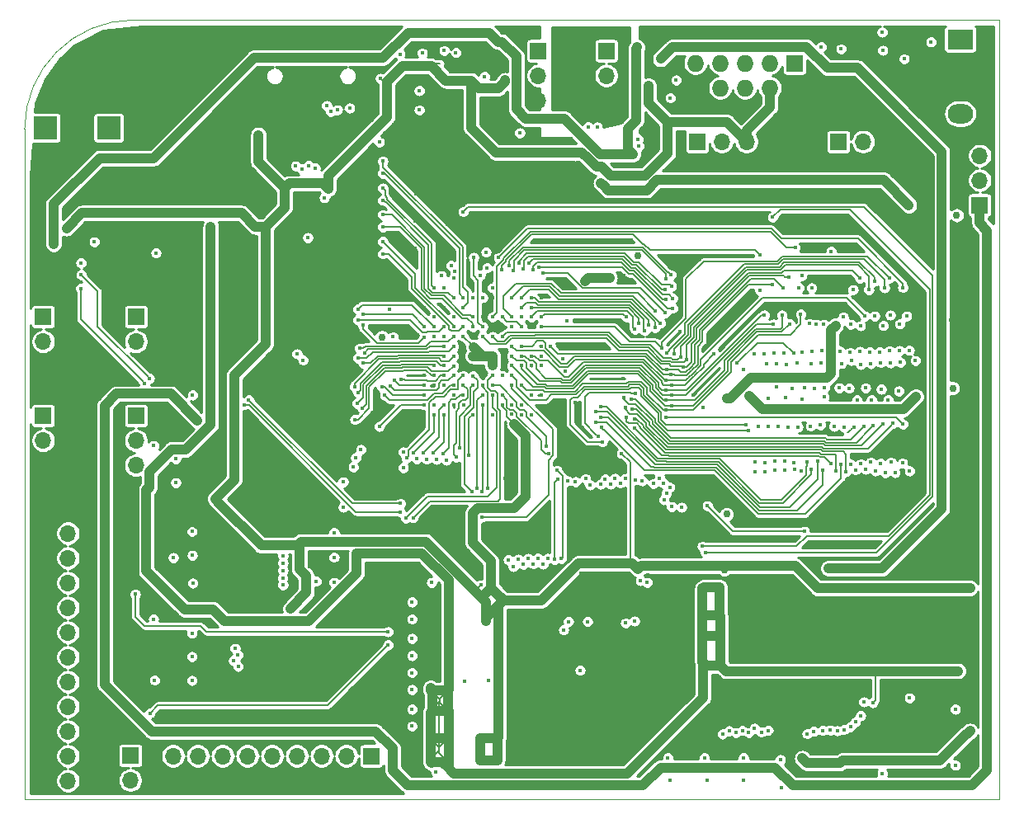
<source format=gbr>
G04 #@! TF.GenerationSoftware,KiCad,Pcbnew,(5.1.6)-1*
G04 #@! TF.CreationDate,2021-06-05T12:15:53+01:00*
G04 #@! TF.ProjectId,blit-cpu-mk3,626c6974-2d63-4707-952d-6d6b332e6b69,3.00*
G04 #@! TF.SameCoordinates,Original*
G04 #@! TF.FileFunction,Copper,L2,Inr*
G04 #@! TF.FilePolarity,Positive*
%FSLAX46Y46*%
G04 Gerber Fmt 4.6, Leading zero omitted, Abs format (unit mm)*
G04 Created by KiCad (PCBNEW (5.1.6)-1) date 2021-06-05 12:15:53*
%MOMM*%
%LPD*%
G01*
G04 APERTURE LIST*
G04 #@! TA.AperFunction,Profile*
%ADD10C,0.050000*%
G04 #@! TD*
G04 #@! TA.AperFunction,ViaPad*
%ADD11R,1.700000X1.700000*%
G04 #@! TD*
G04 #@! TA.AperFunction,ViaPad*
%ADD12O,1.700000X1.700000*%
G04 #@! TD*
G04 #@! TA.AperFunction,ViaPad*
%ADD13O,1.500000X2.000000*%
G04 #@! TD*
G04 #@! TA.AperFunction,ViaPad*
%ADD14R,2.400000X2.400000*%
G04 #@! TD*
G04 #@! TA.AperFunction,ViaPad*
%ADD15C,2.400000*%
G04 #@! TD*
G04 #@! TA.AperFunction,ViaPad*
%ADD16R,1.727200X1.727200*%
G04 #@! TD*
G04 #@! TA.AperFunction,ViaPad*
%ADD17O,1.727200X1.727200*%
G04 #@! TD*
G04 #@! TA.AperFunction,ViaPad*
%ADD18O,2.600000X2.000000*%
G04 #@! TD*
G04 #@! TA.AperFunction,ViaPad*
%ADD19R,2.600000X2.000000*%
G04 #@! TD*
G04 #@! TA.AperFunction,ViaPad*
%ADD20C,0.450000*%
G04 #@! TD*
G04 #@! TA.AperFunction,ViaPad*
%ADD21C,0.762000*%
G04 #@! TD*
G04 #@! TA.AperFunction,Conductor*
%ADD22C,0.200000*%
G04 #@! TD*
G04 #@! TA.AperFunction,Conductor*
%ADD23C,1.000000*%
G04 #@! TD*
G04 #@! TA.AperFunction,Conductor*
%ADD24C,0.150000*%
G04 #@! TD*
G04 #@! TA.AperFunction,Conductor*
%ADD25C,0.127000*%
G04 #@! TD*
G04 #@! TA.AperFunction,Conductor*
%ADD26C,0.254000*%
G04 #@! TD*
G04 APERTURE END LIST*
D10*
X122000000Y-102000000D02*
X87000000Y-102000000D01*
X122000000Y-22000000D02*
X122000000Y-102000000D01*
X33200000Y-22000000D02*
X122000000Y-22000000D01*
X22000000Y-102000000D02*
X22000000Y-33200000D01*
X22000000Y-33200000D02*
G75*
G02*
X33200000Y-22000000I11200000J0D01*
G01*
X22000000Y-102000000D02*
X87000000Y-102000000D01*
D11*
X32850000Y-97500000D03*
D12*
X32850000Y-100040000D03*
D11*
X91000000Y-34500000D03*
D12*
X93540000Y-34500000D03*
X96080000Y-34500000D03*
X98620000Y-34500000D03*
D13*
X56825000Y-24050000D03*
X45975000Y-24050000D03*
X45975000Y-28550000D03*
X56825000Y-28550000D03*
D11*
X120000000Y-41000000D03*
D12*
X120000000Y-38460000D03*
X120000000Y-35920000D03*
D11*
X23905000Y-74695000D03*
D12*
X26445000Y-74695000D03*
X23905000Y-77235000D03*
X26445000Y-77235000D03*
X23905000Y-79775000D03*
X26445000Y-79775000D03*
X23905000Y-82315000D03*
X26445000Y-82315000D03*
X23905000Y-84855000D03*
X26445000Y-84855000D03*
X23905000Y-87395000D03*
X26445000Y-87395000D03*
X23905000Y-89935000D03*
X26445000Y-89935000D03*
X23905000Y-92475000D03*
X26445000Y-92475000D03*
X23905000Y-95015000D03*
X26445000Y-95015000D03*
X23905000Y-97555000D03*
X26445000Y-97555000D03*
X23905000Y-100095000D03*
X26445000Y-100095000D03*
D11*
X33430000Y-52470000D03*
D12*
X33430000Y-55010000D03*
D11*
X33430000Y-62630000D03*
D12*
X33430000Y-65170000D03*
X33430000Y-67710000D03*
D11*
X23905000Y-52470000D03*
D12*
X23905000Y-55010000D03*
X23905000Y-57550000D03*
D11*
X23905000Y-62630000D03*
D12*
X23905000Y-65170000D03*
X23905000Y-67710000D03*
D14*
X24125000Y-33075000D03*
X30625000Y-33075000D03*
D15*
X35625000Y-33075000D03*
D12*
X81690000Y-30245000D03*
X81690000Y-27705000D03*
D11*
X81690000Y-25165000D03*
D12*
X74705000Y-30245000D03*
X74705000Y-27705000D03*
D11*
X74705000Y-25165000D03*
D16*
X101000000Y-26435000D03*
D17*
X101000000Y-28975000D03*
X98460000Y-26435000D03*
X98460000Y-28975000D03*
X95920000Y-26435000D03*
X95920000Y-28975000D03*
X93380000Y-26435000D03*
X93380000Y-28975000D03*
X90840000Y-26435000D03*
X90840000Y-28975000D03*
D11*
X105500000Y-34500000D03*
D12*
X108040000Y-34500000D03*
D11*
X57560000Y-97555000D03*
D12*
X57560000Y-100095000D03*
X55020000Y-97555000D03*
X55020000Y-100095000D03*
X52480000Y-97555000D03*
X52480000Y-100095000D03*
X49940000Y-97555000D03*
X49940000Y-100095000D03*
X47400000Y-97555000D03*
X47400000Y-100095000D03*
X44860000Y-97555000D03*
X44860000Y-100095000D03*
X42320000Y-97555000D03*
X42320000Y-100095000D03*
X39780000Y-97555000D03*
X39780000Y-100095000D03*
X37240000Y-97555000D03*
X37240000Y-100095000D03*
D18*
X118000000Y-31620000D03*
X118000000Y-29080000D03*
X118000000Y-26540000D03*
D19*
X118000000Y-24000000D03*
D20*
X49950000Y-75950000D03*
X70600000Y-82900000D03*
X46750000Y-43200000D03*
X46000000Y-33800000D03*
X53150000Y-39350000D03*
X65050000Y-25150000D03*
X41555032Y-71150000D03*
D21*
X119000000Y-95000000D03*
D20*
X105200000Y-53400000D03*
X105770000Y-24980000D03*
X98460000Y-30990000D03*
X49259242Y-82429990D03*
D21*
X119000000Y-80300000D03*
D20*
X69860000Y-77550000D03*
D21*
X86060000Y-37610000D03*
X94040000Y-60860000D03*
D20*
X104020000Y-60700000D03*
D21*
X94040000Y-72740000D03*
D20*
X79510000Y-48790000D03*
D21*
X58670000Y-54570000D03*
D20*
X84948694Y-78350050D03*
D21*
X84887428Y-46241009D03*
X73435000Y-70885000D03*
D20*
X33650000Y-41830000D03*
X26295000Y-43380000D03*
X82000000Y-48500000D03*
X91573312Y-61783312D03*
X58505000Y-28000000D03*
X63749994Y-26750000D03*
X71300000Y-28300000D03*
X86000000Y-28750000D03*
X88000000Y-32500000D03*
X104750000Y-45750000D03*
X108600000Y-98000000D03*
D21*
X93796847Y-78433153D03*
D20*
X101800028Y-97799998D03*
X57875000Y-33280010D03*
X78500000Y-35940000D03*
X48686374Y-39263626D03*
X71000000Y-61500000D03*
X67015360Y-61512804D03*
X65005413Y-59505421D03*
X64999994Y-54500000D03*
X73000000Y-53500000D03*
X71000000Y-52500000D03*
X83250000Y-66500000D03*
X69376080Y-83727240D03*
X68842345Y-80002452D03*
X68750000Y-95750000D03*
X68750000Y-97999996D03*
X70500000Y-98000000D03*
X70500000Y-95750000D03*
X61000000Y-48500000D03*
X65000000Y-51500000D03*
X43500000Y-89750000D03*
X41550000Y-78350000D03*
X33400000Y-78350000D03*
X33450000Y-71900000D03*
X56600000Y-31950000D03*
X49200000Y-37350000D03*
X55700000Y-69450000D03*
X50950000Y-68600000D03*
X51250000Y-78100000D03*
X58180000Y-24020000D03*
X90930000Y-37120000D03*
X88910000Y-37210000D03*
X71280000Y-69100000D03*
X65770000Y-76610000D03*
X81820000Y-79720000D03*
X83100000Y-93690000D03*
X81490000Y-93920000D03*
X83100000Y-95470000D03*
X81400000Y-95470000D03*
X66456657Y-69909942D03*
X64613800Y-45399607D03*
X90934250Y-39774968D03*
X111500000Y-99000000D03*
X116450000Y-94550000D03*
X104590000Y-52310000D03*
X105300000Y-60900000D03*
X86478329Y-34478329D03*
X109950000Y-24190000D03*
X102280000Y-91820000D03*
X99410000Y-91820000D03*
X93267357Y-89432591D03*
X80561558Y-69156729D03*
X89251450Y-53990146D03*
X67436963Y-48320000D03*
X85934847Y-78990209D03*
X70883335Y-77961345D03*
D21*
X116630000Y-75110000D03*
X119210000Y-69050000D03*
X117340000Y-63800001D03*
X119290000Y-57810000D03*
D20*
X105320000Y-75860000D03*
X101980000Y-45430000D03*
X103290000Y-45370000D03*
X101750000Y-42300000D03*
X103480000Y-42230000D03*
X98510000Y-37140000D03*
X98450000Y-39740000D03*
X96650000Y-39780000D03*
X108590000Y-40050000D03*
X106790000Y-39980000D03*
X108590000Y-37200000D03*
X106820000Y-37150000D03*
X109630000Y-31950000D03*
X83200000Y-42230000D03*
X81480000Y-42200000D03*
X81440000Y-44700000D03*
X83135000Y-44775000D03*
X89270000Y-48170000D03*
X60970055Y-63669930D03*
X47660000Y-35880000D03*
X50480000Y-40620000D03*
X78500009Y-61250132D03*
X92788666Y-53742613D03*
X104603388Y-64584509D03*
X92070000Y-96340000D03*
X42320000Y-51230000D03*
X49330000Y-50470000D03*
X51399998Y-28420000D03*
X52600000Y-28620060D03*
X50210001Y-28419999D03*
X49040000Y-28400000D03*
X47270000Y-28850000D03*
X98840000Y-95390000D03*
X86132389Y-68999619D03*
X63000000Y-62500000D03*
X39207988Y-71984084D03*
X83472440Y-48253748D03*
X41050000Y-93745000D03*
X79113931Y-78833931D03*
X60850000Y-68900000D03*
D21*
X117151010Y-52800001D03*
X119290000Y-47380000D03*
D20*
X83190000Y-98209979D03*
X116000000Y-99359990D03*
X81490000Y-98209979D03*
X96630000Y-37150000D03*
X88960000Y-39790000D03*
X70260000Y-25165000D03*
X83000000Y-53000000D03*
X71149000Y-37103000D03*
X73181000Y-36976000D03*
X71149002Y-39897000D03*
X73050006Y-39950000D03*
X90573236Y-60473236D03*
X48260000Y-67980000D03*
X48260000Y-57010000D03*
X44210000Y-53810000D03*
X35625000Y-40585000D03*
X83410000Y-58839945D03*
X26445000Y-49545000D03*
X65750000Y-27000018D03*
X71800000Y-32000000D03*
X71823420Y-32905911D03*
X86500000Y-32750000D03*
X103970000Y-72750000D03*
X105250000Y-97330012D03*
X111400004Y-93400000D03*
X101000000Y-95400000D03*
X49145067Y-89395067D03*
X59000000Y-73250000D03*
X49250000Y-44500000D03*
X45000000Y-43900000D03*
X59830000Y-32750000D03*
X82944979Y-88390000D03*
X82000000Y-83750002D03*
X81500000Y-86000000D03*
X82408728Y-89938736D03*
X82655815Y-83766360D03*
X81315024Y-88500000D03*
X80750000Y-33000000D03*
X72000000Y-61500000D03*
X70000000Y-62500000D03*
X76000000Y-61500000D03*
X66000000Y-61500000D03*
X75000000Y-60500000D03*
X63995402Y-59500000D03*
X62995409Y-58504603D03*
X69000010Y-58500000D03*
X74000000Y-57500000D03*
X71000000Y-57500000D03*
X66999997Y-57489997D03*
X71000000Y-56499994D03*
X75000000Y-55500000D03*
X67000000Y-55500000D03*
X60500000Y-54500000D03*
X64000000Y-54500000D03*
X68000000Y-54500000D03*
X73999975Y-53499981D03*
X68999994Y-52499994D03*
X63000000Y-51500000D03*
X70000000Y-50500000D03*
X75000002Y-50500008D03*
X77250000Y-49500000D03*
X65000000Y-49500000D03*
X77250000Y-55499979D03*
X77250000Y-64499979D03*
X34300000Y-85250000D03*
X35335000Y-98190000D03*
X64670795Y-41797207D03*
X65350002Y-43010000D03*
X62031801Y-45418199D03*
X62075000Y-42625000D03*
X62115198Y-39834802D03*
X62100000Y-37150000D03*
X78250000Y-39750000D03*
X76249990Y-39818199D03*
X76250000Y-37000000D03*
X78250000Y-36999996D03*
X41100000Y-43250000D03*
X65450000Y-92900000D03*
X65450000Y-90800000D03*
X65500000Y-95700000D03*
X65500000Y-98804990D03*
X93325000Y-80225000D03*
X91550000Y-80350000D03*
X91650000Y-83150000D03*
X93300000Y-83150000D03*
X93350000Y-85250000D03*
X93400000Y-88250000D03*
X91550000Y-85250000D03*
X91598555Y-87964362D03*
D21*
X117770000Y-88830000D03*
D20*
X109020000Y-92080000D03*
X63650002Y-95750000D03*
X56069924Y-76764500D03*
X112250000Y-26000000D03*
X103000000Y-89000000D03*
X63828611Y-92900000D03*
X63828611Y-90980412D03*
X34500000Y-70250000D03*
X52750000Y-40250000D03*
X41350000Y-82525010D03*
X63750000Y-98250000D03*
X24970000Y-44990000D03*
X84432096Y-35792096D03*
X84745620Y-32304940D03*
X84842140Y-24819560D03*
X67003315Y-53503319D03*
X58750000Y-46000000D03*
X66023009Y-53494991D03*
X58750000Y-44750000D03*
X68000000Y-53500000D03*
X58750000Y-43250000D03*
X68000000Y-52500004D03*
X58750000Y-42000000D03*
X66000000Y-50500000D03*
X58750000Y-40500000D03*
X64036332Y-49510110D03*
X58750000Y-39250000D03*
X67000000Y-50500000D03*
X58750000Y-37750000D03*
X67003380Y-51496624D03*
X58750000Y-36500000D03*
X76600000Y-26000000D03*
X76600000Y-29800000D03*
X35467617Y-45907617D03*
X48500000Y-78500000D03*
X43900000Y-88350000D03*
X43450000Y-87750000D03*
X48475858Y-79284468D03*
X43867609Y-87175788D03*
X43588911Y-86522761D03*
X48500000Y-80000000D03*
X53750000Y-79750000D03*
X39240000Y-60494990D03*
X51910000Y-79610000D03*
D21*
X39700000Y-63100000D03*
D20*
X53750000Y-77155982D03*
X35250000Y-65700000D03*
X53750000Y-74615978D03*
X37500000Y-67040000D03*
X54710002Y-72010000D03*
X37500000Y-69500000D03*
X54685837Y-69420009D03*
X39160000Y-74520000D03*
X55728014Y-67900000D03*
X39207988Y-76959999D03*
X55980653Y-66930653D03*
X37250000Y-77200000D03*
X49940000Y-56280000D03*
X39250000Y-79820000D03*
X35224974Y-83500000D03*
X48500000Y-77749994D03*
X39160000Y-84950000D03*
X48500000Y-77000000D03*
X39160000Y-87360000D03*
X35340000Y-89770000D03*
X51050004Y-44350000D03*
X39162639Y-89794979D03*
X68071976Y-46380342D03*
X68999183Y-53500000D03*
X68746985Y-48193037D03*
X98755519Y-42250066D03*
X91538265Y-76031735D03*
X91868871Y-76660079D03*
X67000000Y-41680000D03*
X85879695Y-79746861D03*
X79000000Y-88750000D03*
X85193945Y-79559442D03*
X79750000Y-83750000D03*
X77300000Y-84600000D03*
X84585809Y-83700012D03*
X77800000Y-83750000D03*
X83665826Y-83905816D03*
X75667922Y-77279525D03*
X61750000Y-94500000D03*
X75192231Y-77865204D03*
X61749996Y-92750000D03*
X74657911Y-77253544D03*
X61750000Y-90750000D03*
X74182219Y-77827643D03*
X61750000Y-89000000D03*
X73647900Y-77285945D03*
X61750000Y-87250000D03*
X73166563Y-77875106D03*
X61750000Y-85500004D03*
X72637889Y-77354866D03*
X61750000Y-83500000D03*
X72130951Y-78113042D03*
X61750000Y-81750000D03*
X71627878Y-77404052D03*
X63750000Y-79749994D03*
X88850057Y-28181754D03*
X75008495Y-56500000D03*
X77252224Y-56773008D03*
X77476354Y-58046655D03*
X75000000Y-57500000D03*
X102000000Y-74500000D03*
X45000000Y-61000000D03*
X60570000Y-71640000D03*
X92050000Y-71880000D03*
X27810002Y-48170000D03*
X34794100Y-58790093D03*
X110045226Y-25120010D03*
X109990000Y-23259990D03*
X88250000Y-30000000D03*
X103750000Y-24750000D03*
X70000000Y-49500000D03*
X88000000Y-97750000D03*
X91750000Y-97750000D03*
X95750000Y-97750000D03*
X99543607Y-97934590D03*
X115000000Y-24250000D03*
X58400000Y-34550000D03*
X64750000Y-48250000D03*
X62500000Y-31250000D03*
X66000000Y-48526705D03*
X66141547Y-47832752D03*
X62500000Y-29250000D03*
X62800000Y-25400000D03*
X65750000Y-47200000D03*
X69200000Y-27800000D03*
X60500000Y-25500000D03*
X105805341Y-57264016D03*
X84620000Y-63933154D03*
X104757407Y-67558786D03*
X105050078Y-63716030D03*
X106750000Y-53250004D03*
X60850000Y-67969990D03*
X64214800Y-99165000D03*
X105584967Y-59766528D03*
X105205360Y-68280246D03*
X83750597Y-62785052D03*
X105690010Y-56029783D03*
X105995000Y-52500000D03*
X82106776Y-69640009D03*
X87142400Y-69025790D03*
X56197946Y-52797946D03*
X65000000Y-53500006D03*
X112115055Y-49463987D03*
X111700000Y-60100000D03*
X112800000Y-68300000D03*
X112760093Y-55909201D03*
X70629999Y-46398653D03*
X81078237Y-69658165D03*
X88186973Y-69967477D03*
X106073917Y-94846920D03*
X69000000Y-61500000D03*
X68900000Y-70449990D03*
X84619662Y-53751495D03*
X74000000Y-52500000D03*
X107775000Y-93419998D03*
X73000000Y-62500000D03*
X103739990Y-57197249D03*
X81121288Y-62780012D03*
X103335468Y-67317219D03*
X103655512Y-63586301D03*
X103249992Y-53250000D03*
X98295967Y-94933771D03*
X64262251Y-67113582D03*
X112500000Y-52400000D03*
X113404244Y-56972189D03*
X112075788Y-67486208D03*
X84657904Y-60332096D03*
X87810000Y-62820000D03*
X80840000Y-64730000D03*
X112120158Y-63500000D03*
X66273940Y-66868218D03*
X67000000Y-59500000D03*
X69500000Y-70100000D03*
X106723334Y-94559910D03*
X68999998Y-59500000D03*
X56500000Y-66099992D03*
X55879943Y-63020207D03*
X64000000Y-58500000D03*
X94282764Y-94977934D03*
X61191497Y-66969795D03*
X66993605Y-58506391D03*
X71691009Y-47200645D03*
X88339990Y-48180379D03*
X88350000Y-59469977D03*
X101789013Y-60938282D03*
X100950000Y-56230000D03*
X101015633Y-68151829D03*
X92739000Y-56280000D03*
X95087652Y-57231652D03*
X101439978Y-49506188D03*
X74000000Y-56500000D03*
X56700000Y-53300000D03*
X62992779Y-54574997D03*
X100100000Y-60800000D03*
X98919976Y-56218664D03*
X87845462Y-57884554D03*
X98995609Y-68249862D03*
X99829944Y-49499996D03*
X75960726Y-55500000D03*
X109223793Y-48825346D03*
X108894990Y-61000000D03*
X109730058Y-56096524D03*
X88648066Y-56280022D03*
X109279169Y-68291068D03*
X83666154Y-69078633D03*
X84676165Y-69189012D03*
X64000000Y-52500000D03*
X59800000Y-54530010D03*
X59410000Y-51744990D03*
X73000012Y-61500000D03*
X63999990Y-61500000D03*
X73000000Y-52487111D03*
X77721250Y-69321250D03*
X89400000Y-72030000D03*
X61880337Y-66440440D03*
X64000000Y-62500000D03*
X94967087Y-95167191D03*
D21*
X117250000Y-59810000D03*
X113430000Y-60670000D03*
X96328157Y-60581843D03*
D20*
X66000000Y-60500000D03*
X73986833Y-60513167D03*
X66000004Y-52499996D03*
X72000000Y-53500000D03*
X80018226Y-69731807D03*
X87850805Y-70594073D03*
X86020026Y-53288032D03*
X74000000Y-50499994D03*
X97464957Y-49763116D03*
X96899952Y-56252766D03*
X96975585Y-68412397D03*
X98332096Y-60867904D03*
X70982449Y-47637382D03*
X97438000Y-46120000D03*
X78520971Y-69406779D03*
X88380000Y-71960000D03*
X55855715Y-59651276D03*
X65998970Y-56501036D03*
X58650000Y-59700000D03*
X88249994Y-100055021D03*
X62995016Y-60494990D03*
X103880000Y-94930000D03*
X67583962Y-66680107D03*
X68000000Y-62500000D03*
X56364769Y-55714778D03*
X66000000Y-54500000D03*
X87748733Y-52058623D03*
X75191467Y-47989274D03*
X87766054Y-48611267D03*
X72134613Y-47755021D03*
X56208242Y-56724790D03*
X66000000Y-55500000D03*
X100500000Y-53200000D03*
X100186202Y-57352077D03*
X88358220Y-61597545D03*
X99952539Y-67271501D03*
X100325466Y-63788024D03*
X72002204Y-57502196D03*
X107241795Y-94074817D03*
X71996423Y-62496417D03*
D21*
X117640000Y-42050000D03*
X112730000Y-41020000D03*
D20*
X81150000Y-38750000D03*
X77670000Y-52930000D03*
X71000000Y-58500000D03*
X70000000Y-57500000D03*
X70000000Y-56500000D03*
X68990000Y-56500000D03*
X68000000Y-56500000D03*
X67010000Y-54500000D03*
X99129913Y-59700000D03*
X97909964Y-56253463D03*
X88300000Y-58430000D03*
X97985597Y-68383736D03*
X98728964Y-49193157D03*
X73000000Y-55500000D03*
X107794990Y-57360670D03*
X87808674Y-58976408D03*
X106803805Y-67615091D03*
X107070102Y-63779780D03*
X108204977Y-52394823D03*
X72000000Y-55500000D03*
X59915681Y-59004936D03*
X95750000Y-100055021D03*
X63000021Y-59500029D03*
X108290723Y-59783425D03*
X108720046Y-56071179D03*
X108269158Y-68133369D03*
X89298324Y-56580033D03*
X108615044Y-49699996D03*
X71000000Y-54500000D03*
X111800000Y-53200000D03*
X111862401Y-57160879D03*
X110900000Y-67400000D03*
X83620000Y-61760000D03*
X111110147Y-63427580D03*
X56653506Y-61853506D03*
X66000000Y-57503535D03*
X66250000Y-25350000D03*
X68000622Y-50500618D03*
X99700000Y-52300000D03*
X98935282Y-67265010D03*
X99176190Y-57321969D03*
X87828274Y-61010023D03*
X99315455Y-63743086D03*
X73000000Y-57500000D03*
X106811263Y-56957464D03*
X81180000Y-63850011D03*
X105767418Y-67601833D03*
X106060090Y-63794957D03*
X107760013Y-53399471D03*
X87733434Y-49699796D03*
X73144625Y-47582445D03*
X67100000Y-89850000D03*
X76702653Y-69147347D03*
X76371735Y-77373144D03*
X95636022Y-94929193D03*
X62242227Y-67052063D03*
X107694990Y-48499996D03*
X107400000Y-61000000D03*
X107710034Y-56017351D03*
X107258862Y-68181269D03*
X89943424Y-56880044D03*
X69999783Y-54500223D03*
X104668678Y-94907262D03*
X68000000Y-58544512D03*
X67889989Y-70449990D03*
X93599996Y-95300000D03*
X60836752Y-66354756D03*
X102965016Y-95025043D03*
X65272263Y-67201988D03*
X56700000Y-52250000D03*
X63024592Y-53500006D03*
X103769990Y-55962690D03*
X104071577Y-59771421D03*
X80590000Y-63260000D03*
X103845337Y-68204663D03*
X104000000Y-53250000D03*
X110852389Y-57207534D03*
X84339992Y-61913131D03*
X109833838Y-67500000D03*
X110100136Y-63434380D03*
X110825021Y-52301226D03*
X106594979Y-59800000D03*
X84543737Y-62923143D03*
X106700022Y-56143229D03*
X106240011Y-68381355D03*
X107005010Y-49695445D03*
X85637184Y-53895235D03*
X73000000Y-51500000D03*
X87791403Y-50709808D03*
X74154636Y-47676317D03*
X79551547Y-69092432D03*
X87596543Y-71256996D03*
X83116787Y-69528425D03*
X85374002Y-69319933D03*
X56234902Y-60251554D03*
X65000000Y-57500002D03*
X103059979Y-59800000D03*
X102759978Y-56033473D03*
X80570000Y-62240000D03*
X102728000Y-68132161D03*
X102750000Y-49500000D03*
X81571569Y-69127205D03*
X87580080Y-69584855D03*
X102729978Y-57300000D03*
X81140000Y-61700000D03*
X102272584Y-67364866D03*
X102645500Y-63685703D03*
X102543405Y-53180419D03*
X75000000Y-52500000D03*
X83750000Y-52500000D03*
X56177572Y-51679324D03*
X64000000Y-53500000D03*
X56719359Y-57226837D03*
X65000000Y-56500000D03*
X97925270Y-67409175D03*
X98831995Y-53224968D03*
X98134394Y-57318958D03*
X88410000Y-60479988D03*
X98267616Y-63741748D03*
X72000018Y-56500010D03*
X60619990Y-58915127D03*
X99682028Y-100817972D03*
X65000000Y-58500000D03*
X102049968Y-59759436D03*
X101749966Y-56100000D03*
X81283541Y-65294426D03*
X101717989Y-68255817D03*
X96280000Y-64170000D03*
X101750000Y-48250000D03*
X69600000Y-89800000D03*
X77076650Y-77288223D03*
X76615988Y-68250000D03*
X101250314Y-57244506D03*
X100962558Y-67443238D03*
X101335478Y-63784392D03*
X101638958Y-52198991D03*
X73010011Y-59500000D03*
X87792072Y-62047555D03*
X97900000Y-52300000D03*
X96915249Y-67400000D03*
X95755481Y-57844305D03*
X87796177Y-60000013D03*
X97257605Y-63749604D03*
X73000000Y-56500000D03*
X110710649Y-48496456D03*
X110600000Y-61000000D03*
X111304013Y-68451953D03*
X111750082Y-55930898D03*
X87376723Y-55692311D03*
X75000000Y-53500000D03*
X88489991Y-51590008D03*
X74792796Y-47365079D03*
X64910370Y-66495662D03*
X102290000Y-95270000D03*
X66999968Y-60500000D03*
X100739946Y-59836794D03*
X100416571Y-48382364D03*
X99929988Y-56183347D03*
X100005621Y-68241296D03*
X89590696Y-57652217D03*
X69000000Y-54500002D03*
X109900757Y-59899553D03*
X110740070Y-55975531D03*
X87873113Y-56199967D03*
X110289180Y-68494384D03*
X110225078Y-49500000D03*
X82581581Y-69061873D03*
X86516007Y-69597075D03*
X59497843Y-59578981D03*
X92000000Y-100055021D03*
X65999998Y-58499996D03*
X68000000Y-59500000D03*
X66600000Y-65900000D03*
X108110000Y-92010000D03*
X74000000Y-62500000D03*
X108832365Y-57279050D03*
X84235945Y-60903119D03*
X107813816Y-67571256D03*
X108080114Y-63744053D03*
X109214988Y-52400000D03*
X105375486Y-94974636D03*
X68999993Y-60499997D03*
X68426374Y-70081625D03*
X86668219Y-53577795D03*
X73000000Y-50500000D03*
X62890348Y-66429305D03*
X96304648Y-95168058D03*
X65000000Y-61500000D03*
X63900359Y-66460047D03*
X97607866Y-95108794D03*
X65010011Y-62500000D03*
X56866828Y-56216826D03*
X65000000Y-55500000D03*
X85010014Y-53143892D03*
X74000000Y-51500000D03*
X88486984Y-50567386D03*
X73711032Y-46999961D03*
X96890001Y-94730000D03*
X63252239Y-67081387D03*
X88370002Y-49310000D03*
X72701020Y-46984328D03*
X56123303Y-61381276D03*
X64000000Y-57500000D03*
X110105010Y-53378210D03*
X109842377Y-57171157D03*
X83500510Y-60749989D03*
X108823827Y-67404255D03*
X109090125Y-63622063D03*
X87218984Y-53129717D03*
X72000000Y-50500000D03*
X52991580Y-30795587D03*
X49813293Y-36992246D03*
X53396670Y-31418182D03*
X50452547Y-37301231D03*
X51150000Y-36950000D03*
X54083929Y-31239878D03*
X51812686Y-37204879D03*
X55350000Y-31050000D03*
X27780000Y-46930002D03*
X69449980Y-47434436D03*
X85035010Y-34969777D03*
X69343557Y-45820414D03*
X84958568Y-34235930D03*
X58950000Y-60550000D03*
X117500000Y-98500000D03*
X110000000Y-99359990D03*
X66000000Y-59489987D03*
X58390009Y-63720000D03*
X117500000Y-92750000D03*
X112800000Y-91600000D03*
X63000000Y-61500000D03*
X29145000Y-44785000D03*
X101049990Y-45366014D03*
X70000000Y-52500000D03*
X71995985Y-52504015D03*
X86698362Y-51838603D03*
X96007797Y-63514239D03*
X72000003Y-58500003D03*
X79820143Y-32983122D03*
X72800000Y-33600000D03*
X69000000Y-50500000D03*
X104480000Y-78280000D03*
X87250000Y-26000000D03*
X50575000Y-56915000D03*
X72000000Y-59500000D03*
X44497946Y-61505010D03*
X60500000Y-72500000D03*
X27760000Y-49550000D03*
X34292046Y-59292147D03*
X68927285Y-73044891D03*
X69995000Y-58500000D03*
X61850000Y-73100000D03*
X59300000Y-86150000D03*
X34850000Y-93150000D03*
X70000000Y-59500000D03*
X75481512Y-65768488D03*
X71000000Y-60500000D03*
X75749998Y-66499998D03*
X70000000Y-60500000D03*
X61100000Y-73150000D03*
X59300000Y-84800000D03*
X33350000Y-80950000D03*
D22*
X46470001Y-43479999D02*
X46750000Y-43200000D01*
X46419999Y-43530001D02*
X46470001Y-43479999D01*
X41835031Y-70870001D02*
X41555032Y-71150000D01*
X108090000Y-98000000D02*
X107810001Y-98279999D01*
X49950000Y-75950000D02*
X50350000Y-76350000D01*
D23*
X118720001Y-95279999D02*
X118630001Y-95279999D01*
X119000000Y-95000000D02*
X118720001Y-95279999D01*
X118630001Y-95279999D02*
X115910000Y-98000000D01*
D22*
X70274500Y-80694588D02*
X70274500Y-80695933D01*
X70274500Y-80695933D02*
X70370001Y-80791434D01*
D23*
X70370001Y-80791434D02*
X69860000Y-80281433D01*
X69860000Y-80281433D02*
X69860000Y-77945979D01*
X69860000Y-77945979D02*
X69860000Y-77550000D01*
X41835031Y-71485031D02*
X46300000Y-75950000D01*
X41835031Y-71429999D02*
X41835031Y-71485031D01*
X41555032Y-71150000D02*
X41835031Y-71429999D01*
X46750000Y-43200000D02*
X45650000Y-43200000D01*
X45650000Y-43200000D02*
X44280000Y-41830000D01*
X44280000Y-41830000D02*
X33650000Y-41830000D01*
X96080000Y-33370000D02*
X98460000Y-30990000D01*
X96080000Y-34500000D02*
X96080000Y-33370000D01*
X98460000Y-30990000D02*
X98460000Y-28975000D01*
X96513643Y-58769999D02*
X104270000Y-58769999D01*
X94040000Y-60860000D02*
X94423642Y-60860000D01*
X94423642Y-60860000D02*
X96513643Y-58769999D01*
X104270000Y-58769999D02*
X104760000Y-58279999D01*
X104760000Y-53840000D02*
X105200000Y-53400000D01*
X104760000Y-58279999D02*
X104760000Y-53840000D01*
D22*
X84552349Y-78349684D02*
X84552715Y-78350050D01*
X84552715Y-78350050D02*
X84948694Y-78350050D01*
X84552349Y-78340198D02*
X84552349Y-78349684D01*
D23*
X70600000Y-82900000D02*
X69784145Y-82900000D01*
X69784145Y-82900000D02*
X69672069Y-83012076D01*
X84948694Y-78350050D02*
X84368644Y-77770000D01*
X84368644Y-77770000D02*
X78840000Y-77770000D01*
X74992908Y-81617092D02*
X71591635Y-81617092D01*
X70600000Y-82900000D02*
X70600000Y-82102748D01*
X71591635Y-81617092D02*
X71195656Y-81617092D01*
X69672069Y-83012076D02*
X69690672Y-83012076D01*
X69690672Y-83012076D02*
X70860657Y-81842091D01*
X78840000Y-77770000D02*
X74992908Y-81617092D01*
X70600000Y-82102748D02*
X70860657Y-81842091D01*
D22*
X70915657Y-81337093D02*
X71195656Y-81617092D01*
D23*
X33650000Y-41830000D02*
X27845000Y-41830000D01*
X27845000Y-41830000D02*
X26295000Y-43380000D01*
X85228693Y-78070051D02*
X84948694Y-78350050D01*
X85238545Y-78060199D02*
X85228693Y-78070051D01*
X101110199Y-78060199D02*
X85238545Y-78060199D01*
X119000000Y-80300000D02*
X103350000Y-80300000D01*
X103350000Y-80300000D02*
X101110199Y-78060199D01*
X49950000Y-75950000D02*
X46300000Y-75950000D01*
X79800000Y-48500000D02*
X79510000Y-48790000D01*
X82000000Y-48500000D02*
X79800000Y-48500000D01*
X70370001Y-80791437D02*
X70370001Y-80791434D01*
X71195656Y-81617092D02*
X70370001Y-80791437D01*
X46750000Y-43595979D02*
X46750000Y-43200000D01*
X46750000Y-55250000D02*
X46750000Y-43595979D01*
X43500000Y-58500000D02*
X46750000Y-55250000D01*
X41555032Y-71150000D02*
X43500000Y-69205032D01*
X43500000Y-69205032D02*
X43500000Y-58500000D01*
D22*
X58805000Y-28300000D02*
X58505000Y-28000000D01*
X59200000Y-28300000D02*
X58805000Y-28300000D01*
X64629999Y-26470001D02*
X64029993Y-26470001D01*
X64029993Y-26470001D02*
X63749994Y-26750000D01*
D23*
X60750000Y-26750000D02*
X63749994Y-26750000D01*
X67840000Y-28220000D02*
X65219994Y-28220000D01*
X65219994Y-28220000D02*
X63749994Y-26750000D01*
X59200000Y-28300000D02*
X60750000Y-26750000D01*
X67840000Y-28220000D02*
X68620000Y-29000000D01*
X68620000Y-29000000D02*
X70600000Y-29000000D01*
X70600000Y-29000000D02*
X71300000Y-28300000D01*
X71300000Y-28200000D02*
X71300000Y-28300000D01*
X85679001Y-37990999D02*
X82094639Y-37990999D01*
X82094639Y-37990999D02*
X81183652Y-37080012D01*
X79197237Y-35600000D02*
X77744956Y-35600000D01*
X86060000Y-37610000D02*
X85679001Y-37990999D01*
X81183652Y-37080012D02*
X80677249Y-37080012D01*
X67840000Y-33100000D02*
X70340000Y-35600000D01*
X70340000Y-35600000D02*
X77744956Y-35600000D01*
X67840000Y-28220000D02*
X67840000Y-33100000D01*
X79798618Y-36201382D02*
X79197237Y-35600000D01*
X80677249Y-37080012D02*
X79798618Y-36201382D01*
D22*
X87920969Y-32300000D02*
X87920969Y-32420969D01*
X87920969Y-32420969D02*
X88000000Y-32500000D01*
D23*
X94080000Y-32500000D02*
X88000000Y-32500000D01*
X86000000Y-30500000D02*
X88000000Y-32500000D01*
X86000000Y-28750000D02*
X86000000Y-30500000D01*
X96080000Y-34500000D02*
X94080000Y-32500000D01*
X88000000Y-35670000D02*
X88000000Y-32500000D01*
X86060000Y-37610000D02*
X88000000Y-35670000D01*
X108600000Y-98000000D02*
X108090000Y-98000000D01*
X115910000Y-98000000D02*
X108600000Y-98000000D01*
X102260043Y-98260013D02*
X101800028Y-97799998D01*
X105696401Y-98260013D02*
X102260043Y-98260013D01*
X105956414Y-98000000D02*
X105696401Y-98260013D01*
X108090000Y-98000000D02*
X105956414Y-98000000D01*
X50909999Y-80779233D02*
X49259242Y-82429990D01*
X50229999Y-76229999D02*
X50229999Y-78409999D01*
X49950000Y-75950000D02*
X50229999Y-76229999D01*
X50229999Y-78409999D02*
X50909999Y-79089999D01*
X50909999Y-79089999D02*
X50909999Y-80779233D01*
X53150000Y-38005010D02*
X57875000Y-33280010D01*
X59200000Y-31955010D02*
X58154999Y-33000011D01*
X53150000Y-39350000D02*
X53150000Y-38005010D01*
X59200000Y-28300000D02*
X59200000Y-31955010D01*
X58154999Y-33000011D02*
X57875000Y-33280010D01*
X67997284Y-75687284D02*
X67997284Y-72598490D01*
X72205110Y-72114890D02*
X73435000Y-70885000D01*
X69860000Y-77550000D02*
X67997284Y-75687284D01*
X68480884Y-72114890D02*
X72205110Y-72114890D01*
X67997284Y-72598490D02*
X68480884Y-72114890D01*
D22*
X79537236Y-35940000D02*
X78500000Y-35940000D01*
X79798618Y-36201382D02*
X79537236Y-35940000D01*
D23*
X46750000Y-43200000D02*
X48686374Y-41263626D01*
X53150000Y-39350000D02*
X52590000Y-38790000D01*
D22*
X48686374Y-39323776D02*
X48686374Y-39263626D01*
D23*
X49160000Y-38790000D02*
X48686374Y-39263626D01*
X48686374Y-41263626D02*
X48686374Y-39263626D01*
D22*
X48660150Y-39350000D02*
X48686374Y-39323776D01*
D23*
X46000000Y-36577252D02*
X48686374Y-39263626D01*
X46000000Y-33800000D02*
X46000000Y-36577252D01*
X52590000Y-38790000D02*
X49160000Y-38790000D01*
X72250000Y-63480000D02*
X73435000Y-64665000D01*
X73435000Y-70346185D02*
X73435000Y-70885000D01*
X73435000Y-64665000D02*
X73435000Y-70346185D01*
D22*
X84141155Y-77542511D02*
X84141155Y-67391155D01*
X84948694Y-78350050D02*
X84141155Y-77542511D01*
X84141155Y-67391155D02*
X83250000Y-66500000D01*
X71450000Y-62680000D02*
X72250000Y-63480000D01*
X71450000Y-62150000D02*
X71450000Y-62680000D01*
X71000000Y-61500000D02*
X71000000Y-61700000D01*
X71000000Y-61700000D02*
X71450000Y-62150000D01*
D23*
X50354011Y-75545989D02*
X63172350Y-75545989D01*
X49950000Y-75950000D02*
X50354011Y-75545989D01*
X69376080Y-83308065D02*
X69376080Y-83727240D01*
X69672069Y-83012076D02*
X69376080Y-83308065D01*
X69376080Y-81749719D02*
X69376080Y-83727240D01*
D22*
X68842345Y-80002452D02*
X68257911Y-80586886D01*
D23*
X63172350Y-75545989D02*
X68257911Y-80631549D01*
D22*
X68257911Y-80586886D02*
X68257911Y-80631549D01*
D23*
X68750000Y-95750000D02*
X70500000Y-95750000D01*
X70500000Y-95750000D02*
X70500000Y-97989979D01*
X68750000Y-95750000D02*
X68750000Y-97989979D01*
X70499996Y-97999996D02*
X70500000Y-98000000D01*
X68750000Y-97999996D02*
X70499996Y-97999996D01*
X68688181Y-81061819D02*
X69376080Y-81749719D01*
X69079614Y-81061819D02*
X69860000Y-80281433D01*
X68688181Y-81061819D02*
X69079614Y-81061819D01*
X68257911Y-80631549D02*
X68688181Y-81061819D01*
X70600000Y-95650000D02*
X70500000Y-95750000D01*
X70600000Y-82900000D02*
X70600000Y-95650000D01*
D22*
X71500000Y-53000000D02*
X71000000Y-52500000D01*
X73000000Y-53500000D02*
X72500000Y-53000000D01*
X72500000Y-53000000D02*
X71500000Y-53000000D01*
X64600000Y-91800000D02*
X64600000Y-92050000D01*
X64600000Y-92050000D02*
X65450000Y-92900000D01*
X64600000Y-92050000D02*
X64600000Y-91650000D01*
X64600000Y-91650000D02*
X65450000Y-90800000D01*
X64600000Y-91650000D02*
X64600000Y-91950000D01*
X64550000Y-92000000D02*
X64550000Y-96850000D01*
X64600000Y-91950000D02*
X64550000Y-92000000D01*
X64550000Y-96850000D02*
X64550000Y-97250000D01*
X64550000Y-96650000D02*
X65500000Y-95700000D01*
X64550000Y-96850000D02*
X64550000Y-96650000D01*
X64550000Y-97250000D02*
X64550000Y-97000000D01*
X64550000Y-97000000D02*
X64550000Y-96650000D01*
X64550000Y-97250000D02*
X65500000Y-98200000D01*
X65500000Y-98409011D02*
X65500000Y-98804990D01*
X65500000Y-98200000D02*
X65500000Y-98409011D01*
X93325000Y-80620979D02*
X93325000Y-80225000D01*
X93325000Y-87343614D02*
X93325000Y-80620979D01*
X109299999Y-89060001D02*
X109530000Y-88830000D01*
X109299999Y-91800001D02*
X109299999Y-89060001D01*
X109020000Y-92080000D02*
X109299999Y-91800001D01*
D23*
X117770000Y-88830000D02*
X109530000Y-88830000D01*
X109530000Y-88830000D02*
X100380000Y-88830000D01*
X100380000Y-88830000D02*
X93980000Y-88830000D01*
X93980000Y-88830000D02*
X93400000Y-88250000D01*
X93350000Y-88200000D02*
X93400000Y-88250000D01*
X93350000Y-85250000D02*
X93350000Y-88200000D01*
X91884193Y-88250000D02*
X91598555Y-87964362D01*
X93400000Y-88250000D02*
X91884193Y-88250000D01*
X91550000Y-87915807D02*
X91598555Y-87964362D01*
X91550000Y-85250000D02*
X91550000Y-87915807D01*
X91550000Y-85250000D02*
X93350000Y-85250000D01*
X93350000Y-83200000D02*
X93300000Y-83150000D01*
X93350000Y-85250000D02*
X93350000Y-83200000D01*
X93300000Y-80250000D02*
X93325000Y-80225000D01*
X93300000Y-83150000D02*
X93300000Y-80250000D01*
X91675000Y-80225000D02*
X91550000Y-80350000D01*
X93325000Y-80225000D02*
X91675000Y-80225000D01*
X91550000Y-83050000D02*
X91650000Y-83150000D01*
X91550000Y-80350000D02*
X91550000Y-83050000D01*
X91650000Y-83150000D02*
X93300000Y-83150000D01*
X65500000Y-98804990D02*
X65500000Y-95700000D01*
X65500000Y-92950000D02*
X65450000Y-92900000D01*
X65500000Y-95700000D02*
X65500000Y-92950000D01*
X65450000Y-92900000D02*
X65450000Y-90800000D01*
D22*
X64550000Y-97000000D02*
X64200000Y-97350000D01*
X64550000Y-96650000D02*
X63930001Y-96029999D01*
X63930001Y-96029999D02*
X63650002Y-95750000D01*
D23*
X63700002Y-95700000D02*
X63650002Y-95750000D01*
X65500000Y-95700000D02*
X63700002Y-95700000D01*
D22*
X100550000Y-89000000D02*
X103000000Y-89000000D01*
X100380000Y-88830000D02*
X100550000Y-89000000D01*
X63828611Y-92721389D02*
X63828611Y-92900000D01*
X64550000Y-92000000D02*
X63828611Y-92721389D01*
D23*
X65450000Y-92900000D02*
X63828611Y-92900000D01*
X63650002Y-93078609D02*
X63828611Y-92900000D01*
X63650002Y-95750000D02*
X63650002Y-93078609D01*
D22*
X64498199Y-91650000D02*
X64108610Y-91260411D01*
D23*
X63687559Y-90584433D02*
X63687559Y-90839360D01*
X63687559Y-90839360D02*
X63828611Y-90980412D01*
X65450000Y-90800000D02*
X64009023Y-90800000D01*
D22*
X64600000Y-91650000D02*
X64498199Y-91650000D01*
D23*
X63828611Y-92900000D02*
X63828611Y-90980412D01*
D22*
X64108610Y-91260411D02*
X63828611Y-90980412D01*
D23*
X64009023Y-90800000D02*
X63828611Y-90980412D01*
X62764500Y-76764500D02*
X56069924Y-76764500D01*
X65500000Y-79500000D02*
X62764500Y-76764500D01*
X65450000Y-90800000D02*
X65500000Y-90750000D01*
X65500000Y-90750000D02*
X65500000Y-79500000D01*
X34779999Y-69970001D02*
X34500000Y-70250000D01*
X34779999Y-68383599D02*
X34779999Y-69970001D01*
X41100000Y-63563598D02*
X38553599Y-66109999D01*
X38553599Y-66109999D02*
X37053599Y-66109999D01*
X37053599Y-66109999D02*
X34779999Y-68383599D01*
X41100000Y-43250000D02*
X41100000Y-63563598D01*
X34500000Y-78580000D02*
X38445010Y-82525010D01*
X51164402Y-83712000D02*
X42536990Y-83712000D01*
X38445010Y-82525010D02*
X41350000Y-82525010D01*
X34500000Y-70250000D02*
X34500000Y-78580000D01*
X56069924Y-78806478D02*
X51164402Y-83712000D01*
X56069924Y-76764500D02*
X56069924Y-78806478D01*
X42536990Y-83712000D02*
X41350000Y-82525010D01*
X63650002Y-98150002D02*
X63750000Y-98250000D01*
X63650002Y-95750000D02*
X63650002Y-98150002D01*
X64845012Y-98150002D02*
X63650002Y-98150002D01*
X65500000Y-98804990D02*
X64845012Y-98150002D01*
X66075001Y-99379991D02*
X65779999Y-99084989D01*
X83820009Y-99379991D02*
X66075001Y-99379991D01*
X91598555Y-87964362D02*
X91598555Y-91601445D01*
X65779999Y-99084989D02*
X65500000Y-98804990D01*
X91598555Y-91601445D02*
X83820009Y-99379991D01*
X91550000Y-83250000D02*
X91650000Y-83150000D01*
X91550000Y-85250000D02*
X91550000Y-83250000D01*
X81015694Y-35792096D02*
X84432096Y-35792096D01*
X77373598Y-32150000D02*
X81015694Y-35792096D01*
X61370000Y-23310000D02*
X69675000Y-23310000D01*
X29690000Y-36180000D02*
X35258002Y-36180000D01*
X72450010Y-25723651D02*
X72450010Y-31165010D01*
X72450010Y-31165010D02*
X73435000Y-32150000D01*
X70961358Y-24234999D02*
X72450010Y-25723651D01*
X45538012Y-25899990D02*
X58780010Y-25899990D01*
X24970000Y-44990000D02*
X24970000Y-40900000D01*
X58780010Y-25899990D02*
X61370000Y-23310000D01*
X69675000Y-23310000D02*
X70599999Y-24234999D01*
X70599999Y-24234999D02*
X70961358Y-24234999D01*
X24970000Y-40900000D02*
X29690000Y-36180000D01*
X35258002Y-36180000D02*
X45538012Y-25899990D01*
X73435000Y-32150000D02*
X77373598Y-32150000D01*
X84432096Y-35792096D02*
X83916101Y-35276101D01*
X83916101Y-35276101D02*
X83916101Y-33134459D01*
X83916101Y-33134459D02*
X84745620Y-32304940D01*
X84745620Y-24916080D02*
X84745620Y-32304940D01*
X84842140Y-24819560D02*
X84745620Y-24916080D01*
D24*
X67003319Y-53503319D02*
X67003315Y-53503319D01*
X61750000Y-48431802D02*
X59318198Y-46000000D01*
X61750000Y-49583998D02*
X61750000Y-48431802D01*
X59318198Y-46000000D02*
X58750000Y-46000000D01*
X65572999Y-53406997D02*
X61750000Y-49583998D01*
X67003315Y-53503319D02*
X66561633Y-53945001D01*
X66561633Y-53945001D02*
X65813039Y-53945001D01*
X65572999Y-53704961D02*
X65572999Y-53406997D01*
X65813039Y-53945001D02*
X65572999Y-53704961D01*
X62050011Y-49459731D02*
X62050011Y-48050011D01*
X66023009Y-53432729D02*
X62050011Y-49459731D01*
X66023009Y-53494991D02*
X66023009Y-53432729D01*
X62050011Y-48050011D02*
X58750000Y-44750000D01*
X67428198Y-52610000D02*
X66857402Y-52610000D01*
X68000000Y-53181802D02*
X67428198Y-52610000D01*
X66857402Y-52610000D02*
X64822379Y-50574977D01*
X63589535Y-50574977D02*
X62710000Y-49695442D01*
X64822379Y-50574977D02*
X63589535Y-50574977D01*
X68000000Y-53500000D02*
X68000000Y-53181802D01*
X62710000Y-49695442D02*
X62710000Y-45460000D01*
X62710000Y-45460000D02*
X60500000Y-43250000D01*
X60500000Y-43250000D02*
X58750000Y-43250000D01*
X68000000Y-52500000D02*
X68000000Y-52500004D01*
X59674279Y-42000000D02*
X58750000Y-42000000D01*
X65001093Y-50274966D02*
X63713802Y-50274966D01*
X63010011Y-49571175D02*
X63010011Y-45335732D01*
X63010011Y-45335732D02*
X59674279Y-42000000D01*
X68000000Y-52500004D02*
X67775001Y-52275005D01*
X67775001Y-52275005D02*
X67001132Y-52275005D01*
X67001132Y-52275005D02*
X65001093Y-50274966D01*
X63713802Y-50274966D02*
X63010011Y-49571175D01*
X65986383Y-50513617D02*
X66000000Y-50500000D01*
X63838069Y-49974955D02*
X63449989Y-49586875D01*
X63449989Y-49586875D02*
X63449989Y-45090270D01*
X58974999Y-40724999D02*
X58750000Y-40500000D01*
X63449989Y-45090270D02*
X59084718Y-40724999D01*
X59084718Y-40724999D02*
X58974999Y-40724999D01*
X66000000Y-50500000D02*
X65474955Y-49974955D01*
X65474955Y-49974955D02*
X63838069Y-49974955D01*
X58974999Y-39474999D02*
X58750000Y-39250000D01*
X58974999Y-40058997D02*
X58974999Y-39474999D01*
X63750000Y-49223778D02*
X63750000Y-44966002D01*
X64036332Y-49510110D02*
X63750000Y-49223778D01*
X63750000Y-44966002D02*
X59200001Y-40416003D01*
X59200001Y-40416003D02*
X59200001Y-40283999D01*
X59200001Y-40283999D02*
X58974999Y-40058997D01*
X58920000Y-37750000D02*
X58750000Y-37750000D01*
X66631951Y-45461951D02*
X58920000Y-37750000D01*
X67000000Y-50500000D02*
X66631951Y-50131951D01*
X66631951Y-50131951D02*
X66631951Y-45461951D01*
X67003380Y-51496620D02*
X67003380Y-51496624D01*
X67460000Y-49910000D02*
X67460000Y-51040004D01*
X66931962Y-49381962D02*
X67460000Y-49910000D01*
X66931962Y-45287964D02*
X66931962Y-49381962D01*
X58750000Y-36500000D02*
X58750000Y-37106002D01*
X67460000Y-51040004D02*
X67003380Y-51496624D01*
X58750000Y-37106002D02*
X66931962Y-45287964D01*
D23*
X120000000Y-42850000D02*
X120000000Y-41000000D01*
X120770000Y-43620000D02*
X120000000Y-42850000D01*
X120770000Y-99030000D02*
X120770000Y-43620000D01*
X119219999Y-100580001D02*
X120770000Y-99030000D01*
X99000000Y-98750000D02*
X100830001Y-100580001D01*
X87250000Y-98750000D02*
X99000000Y-98750000D01*
X85419999Y-100580001D02*
X87250000Y-98750000D01*
X61330001Y-100580001D02*
X85419999Y-100580001D01*
X59750000Y-96784998D02*
X59750000Y-99000000D01*
X36980000Y-60380000D02*
X31449998Y-60380000D01*
X30250000Y-61579998D02*
X30250000Y-90250000D01*
X100830001Y-100580001D02*
X119219999Y-100580001D01*
X58015002Y-95050000D02*
X59750000Y-96784998D01*
X39700000Y-63100000D02*
X36980000Y-60380000D01*
X59750000Y-99000000D02*
X61330001Y-100580001D01*
X31449998Y-60380000D02*
X30250000Y-61579998D01*
X30250000Y-90250000D02*
X35050000Y-95050000D01*
X35050000Y-95050000D02*
X58015002Y-95050000D01*
D24*
X68071976Y-48265430D02*
X68520594Y-48714048D01*
X68520594Y-53021411D02*
X68999183Y-53500000D01*
X68071976Y-46380342D02*
X68071976Y-48265430D01*
X68520594Y-48714048D02*
X68520594Y-53021411D01*
X98755519Y-42250066D02*
X99530562Y-41475023D01*
X114869989Y-70786099D02*
X110666099Y-74989989D01*
X102257413Y-74989989D02*
X101215667Y-76031735D01*
X110666099Y-74989989D02*
X102257413Y-74989989D01*
X101215667Y-76031735D02*
X91538265Y-76031735D01*
X114869989Y-49679989D02*
X114869989Y-70786099D01*
X106665023Y-41475023D02*
X114869989Y-49679989D01*
X99530562Y-41475023D02*
X106665023Y-41475023D01*
X115170000Y-70910366D02*
X115170000Y-48260000D01*
X109420287Y-76660079D02*
X115170000Y-70910366D01*
X108085012Y-41175012D02*
X67504988Y-41175012D01*
X115170000Y-48260000D02*
X108085012Y-41175012D01*
X91868871Y-76660079D02*
X109420287Y-76660079D01*
X67504988Y-41175012D02*
X67000000Y-41680000D01*
X45000000Y-61000000D02*
X55640000Y-71640000D01*
X60174021Y-71640000D02*
X60570000Y-71640000D01*
X55640000Y-71640000D02*
X60174021Y-71640000D01*
X102000000Y-74500000D02*
X94670000Y-74500000D01*
X94670000Y-74500000D02*
X92329999Y-72159999D01*
X92329999Y-72159999D02*
X92050000Y-71880000D01*
X34514101Y-58510094D02*
X34794100Y-58790093D01*
X29500000Y-49859998D02*
X29500000Y-53495993D01*
X29500000Y-53495993D02*
X34514101Y-58510094D01*
X27810002Y-48170000D02*
X29500000Y-49859998D01*
X88144831Y-66735145D02*
X103449663Y-66735145D01*
X103449663Y-66735145D02*
X103604103Y-66889585D01*
X87407569Y-66720723D02*
X88130409Y-66720723D01*
X84620000Y-63933154D02*
X87407569Y-66720723D01*
X88130409Y-66720723D02*
X88144831Y-66735145D01*
X104477408Y-67278787D02*
X104757407Y-67558786D01*
X104088206Y-66889585D02*
X104477408Y-67278787D01*
X103604103Y-66889585D02*
X104088206Y-66889585D01*
X105205360Y-68280246D02*
X105262409Y-68223197D01*
X105262409Y-66589574D02*
X103728371Y-66589574D01*
X85204922Y-63932277D02*
X85204922Y-63802277D01*
X83750597Y-63181031D02*
X83750597Y-62785052D01*
X103728371Y-66589574D02*
X103573931Y-66435134D01*
X88254677Y-66420712D02*
X87693357Y-66420712D01*
X105262409Y-68223197D02*
X105262409Y-66589574D01*
X88269099Y-66435134D02*
X88254677Y-66420712D01*
X84830789Y-63428144D02*
X83997710Y-63428144D01*
X83997710Y-63428144D02*
X83750597Y-63181031D01*
X85204922Y-63802277D02*
X84830789Y-63428144D01*
X103573931Y-66435134D02*
X88269099Y-66435134D01*
X87693357Y-66420712D02*
X85204922Y-63932277D01*
X56197946Y-52797946D02*
X61540994Y-52797946D01*
X63204957Y-54051987D02*
X63241945Y-54014999D01*
X62795035Y-54051987D02*
X63204957Y-54051987D01*
X61540994Y-52797946D02*
X62795035Y-54051987D01*
X64485007Y-54014999D02*
X65000000Y-53500006D01*
X63241945Y-54014999D02*
X64485007Y-54014999D01*
X107487047Y-44440000D02*
X99654278Y-44440000D01*
X112115055Y-49068008D02*
X107487047Y-44440000D01*
X99654278Y-44440000D02*
X98634256Y-43419978D01*
X112115055Y-49463987D02*
X112115055Y-49068008D01*
X73608674Y-43419978D02*
X70629999Y-46398653D01*
X98634256Y-43419978D02*
X73608674Y-43419978D01*
X69000000Y-70349990D02*
X68900000Y-70449990D01*
X69000000Y-61500000D02*
X69000000Y-70349990D01*
X84394663Y-52426786D02*
X83837866Y-51869989D01*
X83837866Y-51869989D02*
X74630011Y-51869989D01*
X84394663Y-53526496D02*
X84394663Y-52426786D01*
X84619662Y-53751495D02*
X84394663Y-53526496D01*
X74630011Y-51869989D02*
X74000000Y-52500000D01*
X100500000Y-72010000D02*
X103335468Y-69174532D01*
X81903277Y-62780012D02*
X86716187Y-67592922D01*
X86776544Y-67620756D02*
X87757605Y-67620756D01*
X103335468Y-67713198D02*
X103335468Y-67317219D01*
X93053736Y-67635178D02*
X97428558Y-72010000D01*
X86748710Y-67592922D02*
X86776544Y-67620756D01*
X87757605Y-67620756D02*
X87772027Y-67635178D01*
X97428558Y-72010000D02*
X100500000Y-72010000D01*
X86716187Y-67592922D02*
X86748710Y-67592922D01*
X81121288Y-62780012D02*
X81903277Y-62780012D01*
X87772027Y-67635178D02*
X93053736Y-67635178D01*
X103335468Y-69174532D02*
X103335468Y-67713198D01*
X88215979Y-62810000D02*
X111430158Y-62810000D01*
X87810000Y-62820000D02*
X88205979Y-62820000D01*
X111430158Y-62810000D02*
X111840159Y-63220001D01*
X111840159Y-63220001D02*
X112120158Y-63500000D01*
X88205979Y-62820000D02*
X88215979Y-62810000D01*
X84657904Y-60332096D02*
X84261925Y-60332096D01*
X84261925Y-60332096D02*
X84174817Y-60244988D01*
X84174817Y-60244988D02*
X79915012Y-60244988D01*
X79915012Y-60244988D02*
X79490000Y-60670000D01*
X79490000Y-60670000D02*
X79490000Y-63380000D01*
X79490000Y-63380000D02*
X80560001Y-64450001D01*
X80560001Y-64450001D02*
X80840000Y-64730000D01*
X66273940Y-62176060D02*
X66273940Y-62203940D01*
X66273940Y-65460058D02*
X66048941Y-65685057D01*
X66048941Y-65685057D02*
X66048941Y-66643219D01*
X66273940Y-62176060D02*
X66273940Y-65460058D01*
X66048941Y-66643219D02*
X66273940Y-66868218D01*
X66273940Y-62176060D02*
X66549998Y-61900002D01*
X66549998Y-61900002D02*
X66549998Y-61341754D01*
X66549998Y-61341754D02*
X66891308Y-61000444D01*
X67449978Y-60759007D02*
X67449978Y-59949978D01*
X67449978Y-59949978D02*
X67000000Y-59500000D01*
X67208541Y-61000444D02*
X67449978Y-60759007D01*
X66891308Y-61000444D02*
X67208541Y-61000444D01*
X69550000Y-60250000D02*
X68999998Y-59699998D01*
X68999998Y-59699998D02*
X68999998Y-59500000D01*
X69500000Y-70100000D02*
X69550000Y-70050000D01*
X69550000Y-70050000D02*
X69550000Y-60250000D01*
D25*
X63752822Y-58500000D02*
X63202844Y-57950022D01*
X64000000Y-58500000D02*
X63752822Y-58500000D01*
D24*
X60871612Y-57950022D02*
X60796545Y-58025089D01*
X63202844Y-57950022D02*
X60871612Y-57950022D01*
X56198141Y-63020207D02*
X55879943Y-63020207D01*
X57359934Y-59690066D02*
X57359934Y-61858414D01*
X57359934Y-61858414D02*
X56198141Y-63020207D01*
X60796545Y-58025089D02*
X59024911Y-58025089D01*
X59024911Y-58025089D02*
X57359934Y-59690066D01*
X66500000Y-58999996D02*
X66993605Y-58506391D01*
X66500000Y-59939391D02*
X66500000Y-58999996D01*
X66499394Y-59939997D02*
X66500000Y-59939391D01*
X65743408Y-59939997D02*
X66499394Y-59939997D01*
X61416496Y-66744796D02*
X61416496Y-66156877D01*
X64142598Y-60640000D02*
X65043405Y-60640000D01*
X63534999Y-64038374D02*
X63534999Y-61247599D01*
X65043405Y-60640000D02*
X65743408Y-59939997D01*
X61191497Y-66969795D02*
X61416496Y-66744796D01*
X61416496Y-66156877D02*
X63534999Y-64038374D01*
X63534999Y-61247599D02*
X64142598Y-60640000D01*
X87994659Y-47900380D02*
X88059991Y-47900380D01*
X73123568Y-45334988D02*
X85429267Y-45334988D01*
X88059991Y-47900380D02*
X88339990Y-48180379D01*
X71712149Y-46746408D02*
X73123568Y-45334988D01*
X71712149Y-47179505D02*
X71712149Y-46746408D01*
X71691009Y-47200645D02*
X71712149Y-47179505D01*
X85429267Y-45334988D02*
X87994659Y-47900380D01*
X91672903Y-57346097D02*
X91672903Y-57595085D01*
X88745979Y-59469977D02*
X88350000Y-59469977D01*
X90205902Y-59057252D02*
X90172470Y-59057252D01*
X90678063Y-58585090D02*
X90205902Y-59057252D01*
X90172470Y-59057252D02*
X89759745Y-59469977D01*
X89759745Y-59469977D02*
X88745979Y-59469977D01*
X91672903Y-57595085D02*
X90682898Y-58585090D01*
X92739000Y-56280000D02*
X91672903Y-57346097D01*
X90682898Y-58585090D02*
X90678063Y-58585090D01*
X97182304Y-55137000D02*
X95367651Y-56951653D01*
X99857000Y-55137000D02*
X97182304Y-55137000D01*
X95367651Y-56951653D02*
X95087652Y-57231652D01*
X100950000Y-56230000D02*
X99857000Y-55137000D01*
X87350077Y-59267479D02*
X87350077Y-59070124D01*
X79335298Y-57134900D02*
X77825153Y-58645045D01*
X87552575Y-59469977D02*
X87350077Y-59267479D01*
X77825153Y-58645045D02*
X77350351Y-58645045D01*
X88350000Y-59469977D02*
X87552575Y-59469977D01*
X85414853Y-57134900D02*
X79335298Y-57134900D01*
X87350077Y-59070124D02*
X85414853Y-57134900D01*
X74808198Y-56990000D02*
X74318198Y-56500000D01*
X77350351Y-58645045D02*
X75695306Y-56990000D01*
X75695306Y-56990000D02*
X74808198Y-56990000D01*
X74318198Y-56500000D02*
X74000000Y-56500000D01*
X62368066Y-55199710D02*
X62992779Y-54574997D01*
X56700000Y-53695979D02*
X58203731Y-55199710D01*
X58203731Y-55199710D02*
X62368066Y-55199710D01*
X56700000Y-53300000D02*
X56700000Y-53695979D01*
X91256506Y-53786570D02*
X96488010Y-48555066D01*
X90305260Y-57685057D02*
X90310094Y-57685057D01*
X89075629Y-57884554D02*
X89348294Y-58157219D01*
X87845462Y-57884554D02*
X89075629Y-57884554D01*
X90763612Y-57231539D02*
X90763612Y-55346781D01*
X91256506Y-54853887D02*
X91256506Y-53786570D01*
X90310094Y-57685057D02*
X90763612Y-57231539D01*
X90763612Y-55346781D02*
X91256506Y-54853887D01*
X96488010Y-48555066D02*
X98885014Y-48555066D01*
X98885014Y-48555066D02*
X99829944Y-49499996D01*
X89833098Y-58157219D02*
X90305260Y-57685057D01*
X89348294Y-58157219D02*
X89833098Y-58157219D01*
X85787657Y-56234867D02*
X76695593Y-56234867D01*
X76695593Y-56234867D02*
X75960726Y-55500000D01*
X87437344Y-57884554D02*
X85787657Y-56234867D01*
X87845462Y-57884554D02*
X87437344Y-57884554D01*
X99443764Y-47355022D02*
X95990938Y-47355022D01*
X88648066Y-55884043D02*
X88648066Y-56280022D01*
X90056462Y-54356815D02*
X88648066Y-55765211D01*
X107649449Y-46855023D02*
X99943763Y-46855023D01*
X109223793Y-48825346D02*
X109223793Y-48429367D01*
X99943763Y-46855023D02*
X99443764Y-47355022D01*
X95990938Y-47355022D02*
X90056462Y-53289498D01*
X109223793Y-48429367D02*
X107649449Y-46855023D01*
X90056462Y-53289498D02*
X90056462Y-54356815D01*
X88648066Y-55765211D02*
X88648066Y-55884043D01*
X64000000Y-64320777D02*
X64000000Y-62500000D01*
X61880337Y-66440440D02*
X64000000Y-64320777D01*
D23*
X96709156Y-60962842D02*
X96328157Y-60581843D01*
X97696313Y-61949999D02*
X96709156Y-60962842D01*
X112150001Y-61949999D02*
X97696313Y-61949999D01*
X113430000Y-60670000D02*
X112150001Y-61949999D01*
D22*
X71999998Y-53500002D02*
X72000000Y-53500000D01*
D24*
X86020026Y-52779315D02*
X84190755Y-50950044D01*
X74348542Y-50499994D02*
X74000000Y-50499994D01*
X74798592Y-50950044D02*
X74348542Y-50499994D01*
X86020026Y-53288032D02*
X86020026Y-52779315D01*
X84190755Y-50950044D02*
X74798592Y-50950044D01*
X96964233Y-45646233D02*
X97438000Y-46120000D01*
X85553535Y-45034977D02*
X86164791Y-45646233D01*
X85440937Y-45034977D02*
X85553535Y-45034977D01*
X70982449Y-47195012D02*
X71412138Y-46765323D01*
X70982449Y-47637382D02*
X70982449Y-47195012D01*
X71412138Y-46765323D02*
X71412138Y-46612140D01*
X86164791Y-45646233D02*
X96964233Y-45646233D01*
X71412138Y-46612140D02*
X74004278Y-44020000D01*
X74004278Y-44020000D02*
X84425960Y-44020000D01*
X84425960Y-44020000D02*
X85440937Y-45034977D01*
X60415378Y-56709140D02*
X64506726Y-56709140D01*
X55855715Y-59651276D02*
X55855715Y-59333078D01*
X65499994Y-57000012D02*
X65998970Y-56501036D01*
X64506726Y-56709140D02*
X64797598Y-57000012D01*
X64797598Y-57000012D02*
X65499994Y-57000012D01*
X60299473Y-56825045D02*
X60415378Y-56709140D01*
X58363748Y-56825045D02*
X60299473Y-56825045D01*
X55855715Y-59333078D02*
X58363748Y-56825045D01*
X60540000Y-60500000D02*
X60545010Y-60494990D01*
X58968198Y-59700000D02*
X59763188Y-60494990D01*
X59763188Y-60494990D02*
X62995016Y-60494990D01*
X58650000Y-59700000D02*
X58968198Y-59700000D01*
X67583962Y-66680107D02*
X67583962Y-62916038D01*
X67583962Y-62916038D02*
X68000000Y-62500000D01*
X63160279Y-55499721D02*
X63631650Y-55028350D01*
X56975805Y-55499721D02*
X63160279Y-55499721D01*
X65471650Y-55028350D02*
X66000000Y-54500000D01*
X56760748Y-55714778D02*
X56975805Y-55499721D01*
X63631650Y-55028350D02*
X65471650Y-55028350D01*
X56364769Y-55714778D02*
X56760748Y-55714778D01*
X79209690Y-49515010D02*
X77683954Y-47989274D01*
X75587446Y-47989274D02*
X75191467Y-47989274D01*
X85205120Y-49515010D02*
X79209690Y-49515010D01*
X87748733Y-52058623D02*
X85205120Y-49515010D01*
X77683954Y-47989274D02*
X75587446Y-47989274D01*
X72196010Y-46686825D02*
X72196010Y-47693624D01*
X73247836Y-45634999D02*
X72196010Y-46686825D01*
X87766054Y-48096054D02*
X85304999Y-45634999D01*
X87766054Y-48611267D02*
X87766054Y-48096054D01*
X72196010Y-47693624D02*
X72134613Y-47755021D01*
X85304999Y-45634999D02*
X73247836Y-45634999D01*
X65510000Y-55990000D02*
X66000000Y-55500000D01*
X56208242Y-56724790D02*
X57106266Y-56724790D01*
X63518558Y-55990000D02*
X65510000Y-55990000D01*
X57106266Y-56724790D02*
X57721938Y-56109118D01*
X57721938Y-56109118D02*
X63399440Y-56109118D01*
X63399440Y-56109118D02*
X63518558Y-55990000D01*
X90620608Y-61597545D02*
X88754199Y-61597545D01*
X88754199Y-61597545D02*
X88358220Y-61597545D01*
X94144034Y-58074119D02*
X90620608Y-61597545D01*
X100500000Y-53200000D02*
X99670011Y-54029989D01*
X94144034Y-57036800D02*
X94144034Y-58074119D01*
X97150846Y-54029989D02*
X94144034Y-57036800D01*
X99670011Y-54029989D02*
X97150846Y-54029989D01*
X75347510Y-59675829D02*
X74175837Y-59675829D01*
X74175837Y-59675829D02*
X72002204Y-57502196D01*
X75516770Y-59845089D02*
X75347510Y-59675829D01*
X78332225Y-59845089D02*
X75516770Y-59845089D01*
X79842372Y-58334942D02*
X78332225Y-59845089D01*
X84878980Y-58334942D02*
X79842372Y-58334942D01*
X86150033Y-59605995D02*
X84878980Y-58334942D01*
X86150033Y-60045995D02*
X86150033Y-59605995D01*
X87701583Y-61597545D02*
X86150033Y-60045995D01*
X88358220Y-61597545D02*
X87701583Y-61597545D01*
D23*
X86866361Y-38430000D02*
X85826350Y-39470011D01*
X85826350Y-39470011D02*
X81870011Y-39470011D01*
X81870011Y-39470011D02*
X81429999Y-39029999D01*
X110140000Y-38430000D02*
X86866361Y-38430000D01*
X112730000Y-41020000D02*
X110140000Y-38430000D01*
X81429999Y-39029999D02*
X81150000Y-38750000D01*
D22*
X67945000Y-55465000D02*
X68055000Y-55575000D01*
D23*
X70000000Y-57500000D02*
X70000000Y-56500000D01*
D22*
X69000000Y-56500000D02*
X68990000Y-56500000D01*
X70000000Y-57500000D02*
X69000000Y-56500000D01*
D23*
X70000000Y-56500000D02*
X68990000Y-56500000D01*
X68055000Y-55575000D02*
X68980000Y-56500000D01*
X68980000Y-56500000D02*
X68990000Y-56500000D01*
D22*
X67945000Y-55465000D02*
X68000000Y-55520000D01*
D23*
X68990000Y-56500000D02*
X68000000Y-56500000D01*
D22*
X68000000Y-55520000D02*
X68000000Y-56500000D01*
X67945000Y-55465000D02*
X67010000Y-54530000D01*
X67010000Y-54530000D02*
X67010000Y-54500000D01*
D24*
X91556517Y-54978155D02*
X91556517Y-53910838D01*
X90434362Y-57985068D02*
X91063623Y-57355807D01*
X91556517Y-53910838D02*
X96274198Y-49193157D01*
X90429528Y-57985068D02*
X90434362Y-57985068D01*
X91063623Y-57355807D02*
X91063623Y-55471049D01*
X89957366Y-58457230D02*
X90429528Y-57985068D01*
X88300000Y-58430000D02*
X88695979Y-58430000D01*
X96274198Y-49193157D02*
X98728964Y-49193157D01*
X91063623Y-55471049D02*
X91556517Y-54978155D01*
X88695979Y-58430000D02*
X88723209Y-58457230D01*
X88723209Y-58457230D02*
X89957366Y-58457230D01*
X88300000Y-58430000D02*
X87558511Y-58430000D01*
X77629830Y-57296634D02*
X77078250Y-57296634D01*
X85663389Y-56534878D02*
X78391586Y-56534878D01*
X78391586Y-56534878D02*
X77629830Y-57296634D01*
X74049668Y-55500000D02*
X73000000Y-55500000D01*
X74604623Y-54945045D02*
X74049668Y-55500000D01*
X75455724Y-55674108D02*
X75455724Y-55215724D01*
X75185045Y-54945045D02*
X74604623Y-54945045D01*
X77078250Y-57296634D02*
X75455724Y-55674108D01*
X75455724Y-55215724D02*
X75185045Y-54945045D01*
X87558511Y-58430000D02*
X85663389Y-56534878D01*
X106390000Y-64333576D02*
X106516306Y-64333576D01*
X106790103Y-64059779D02*
X107070102Y-63779780D01*
X106516306Y-64333576D02*
X106790103Y-64059779D01*
X88204653Y-58976408D02*
X88236062Y-58944999D01*
X89860445Y-58944999D02*
X90048203Y-58757241D01*
X90081634Y-58757241D02*
X90553796Y-58285079D01*
X106350154Y-50540000D02*
X108204977Y-52394823D01*
X91363634Y-57480075D02*
X91363634Y-56907964D01*
X90048203Y-58757241D02*
X90081634Y-58757241D01*
X97731598Y-50540000D02*
X106350154Y-50540000D01*
X90553796Y-58285079D02*
X90558630Y-58285079D01*
X87808674Y-58976408D02*
X88204653Y-58976408D01*
X88236062Y-58944999D02*
X89860445Y-58944999D01*
X90558630Y-58285079D02*
X91363634Y-57480075D01*
X91363634Y-56907964D02*
X97731598Y-50540000D01*
X72455056Y-55955056D02*
X72000000Y-55500000D01*
X76900313Y-57596645D02*
X75258724Y-55955056D01*
X77764098Y-57596645D02*
X76900313Y-57596645D01*
X75258724Y-55955056D02*
X72455056Y-55955056D01*
X87808674Y-58976408D02*
X87680640Y-58976408D01*
X87680640Y-58976408D02*
X85539121Y-56834889D01*
X78525854Y-56834889D02*
X77764098Y-57596645D01*
X85539121Y-56834889D02*
X78525854Y-56834889D01*
X59915681Y-59004936D02*
X60410774Y-59500029D01*
X60410774Y-59500029D02*
X63000021Y-59500029D01*
X90356473Y-53413766D02*
X96115206Y-47655033D01*
X99568032Y-47655033D02*
X100068031Y-47155034D01*
X96115206Y-47655033D02*
X99568032Y-47655033D01*
X100068031Y-47155034D02*
X107485034Y-47155034D01*
X108615044Y-48285044D02*
X108615044Y-49699996D01*
X89298324Y-55539232D02*
X90356473Y-54481083D01*
X89298324Y-56580033D02*
X89298324Y-55539232D01*
X90356473Y-54481083D02*
X90356473Y-53413766D01*
X107485034Y-47155034D02*
X108615044Y-48285044D01*
X87530601Y-56704977D02*
X86160458Y-55334834D01*
X71454988Y-54045012D02*
X71000000Y-54500000D01*
X86160458Y-55334834D02*
X83223413Y-55334834D01*
X89298324Y-56580033D02*
X89018325Y-56860032D01*
X81933591Y-54045012D02*
X71454988Y-54045012D01*
X83223413Y-55334834D02*
X81933591Y-54045012D01*
X89018325Y-56860032D02*
X88505992Y-56860032D01*
X88505992Y-56860032D02*
X88350937Y-56704977D01*
X88350937Y-56704977D02*
X87530601Y-56704977D01*
X84114932Y-62418133D02*
X84801018Y-62418133D01*
X110830148Y-63707579D02*
X111110147Y-63427580D01*
X108548175Y-65989552D02*
X110830148Y-63707579D01*
X103822467Y-65835112D02*
X103976907Y-65989552D01*
X88517635Y-65835112D02*
X103822467Y-65835112D01*
X85804944Y-63683741D02*
X87941893Y-65820690D01*
X103976907Y-65989552D02*
X108548175Y-65989552D01*
X85804944Y-63422059D02*
X85804944Y-63683741D01*
X83620000Y-61923201D02*
X84114932Y-62418133D01*
X83620000Y-61760000D02*
X83620000Y-61923201D01*
X88503213Y-65820690D02*
X88517635Y-65835112D01*
X87941893Y-65820690D02*
X88503213Y-65820690D01*
X84801018Y-62418133D02*
X85804944Y-63422059D01*
X57059923Y-59565798D02*
X58900643Y-57725078D01*
X63727587Y-58019162D02*
X65484373Y-58019162D01*
X60672277Y-57725078D02*
X60747344Y-57650011D01*
X60747344Y-57650011D02*
X63358436Y-57650011D01*
X58900643Y-57725078D02*
X60672277Y-57725078D01*
X65484373Y-58019162D02*
X66000000Y-57503535D01*
X57059923Y-61447089D02*
X57059923Y-59565798D01*
X56653506Y-61853506D02*
X57059923Y-61447089D01*
X63358436Y-57650011D02*
X63727587Y-58019162D01*
X99700000Y-52300000D02*
X99700000Y-53575722D01*
X90783851Y-61010023D02*
X88224253Y-61010023D01*
X99545744Y-53729978D02*
X97026579Y-53729978D01*
X93844023Y-57949851D02*
X90783851Y-61010023D01*
X88224253Y-61010023D02*
X87828274Y-61010023D01*
X93844023Y-56912533D02*
X93844023Y-57949851D01*
X97026579Y-53729978D02*
X93844023Y-56912533D01*
X99700000Y-53575722D02*
X99545744Y-53729978D01*
X87828274Y-61010023D02*
X87538339Y-61010023D01*
X87538339Y-61010023D02*
X86450044Y-59921728D01*
X86450044Y-59921728D02*
X86450044Y-59481727D01*
X79718104Y-58034931D02*
X78207957Y-59545078D01*
X74557620Y-59375818D02*
X73000000Y-57818198D01*
X73000000Y-57818198D02*
X73000000Y-57500000D01*
X85003248Y-58034931D02*
X79718104Y-58034931D01*
X75471778Y-59375818D02*
X74557620Y-59375818D01*
X75641038Y-59545078D02*
X75471778Y-59375818D01*
X78207957Y-59545078D02*
X75641038Y-59545078D01*
X86450044Y-59481727D02*
X85003248Y-58034931D01*
X81404999Y-64075010D02*
X81491012Y-64075010D01*
X87523491Y-68235200D02*
X92795200Y-68235200D01*
X86528008Y-68220778D02*
X87509069Y-68220778D01*
X87509069Y-68220778D02*
X87523491Y-68235200D01*
X81491012Y-64075010D02*
X85608946Y-68192944D01*
X86500174Y-68192944D02*
X86528008Y-68220778D01*
X81180000Y-63850011D02*
X81404999Y-64075010D01*
X102090000Y-72730000D02*
X105767418Y-69052582D01*
X105767418Y-67920031D02*
X105767418Y-67601833D01*
X85608946Y-68192944D02*
X86500174Y-68192944D01*
X97290000Y-72730000D02*
X102090000Y-72730000D01*
X105767418Y-69052582D02*
X105767418Y-67920031D01*
X92795200Y-68235200D02*
X97290000Y-72730000D01*
X87340035Y-49699796D02*
X84787260Y-47147021D01*
X84787260Y-47147021D02*
X84352742Y-47147021D01*
X73206022Y-47521048D02*
X73144625Y-47582445D01*
X73687893Y-46260055D02*
X73206022Y-46741926D01*
X87733434Y-49699796D02*
X87340035Y-49699796D01*
X83465777Y-46260055D02*
X73687893Y-46260055D01*
X84352742Y-47147021D02*
X83465777Y-46260055D01*
X73206022Y-46741926D02*
X73206022Y-47521048D01*
X76371735Y-76977165D02*
X76371735Y-77373144D01*
X76371735Y-69478265D02*
X76371735Y-76977165D01*
X76702653Y-69147347D02*
X76371735Y-69478265D01*
X99946300Y-47701044D02*
X99692300Y-47955044D01*
X99692300Y-47955044D02*
X96239474Y-47955044D01*
X96239474Y-47955044D02*
X90656484Y-53538034D01*
X90656484Y-53538034D02*
X90656484Y-54605351D01*
X90656484Y-54605351D02*
X89943424Y-55318411D01*
X89943424Y-55318411D02*
X89943424Y-56484065D01*
X89943424Y-56484065D02*
X89943424Y-56880044D01*
X106896038Y-47701044D02*
X99946300Y-47701044D01*
X107694990Y-48499996D02*
X106896038Y-47701044D01*
X74356087Y-54345023D02*
X74306088Y-54395022D01*
X86036191Y-55634845D02*
X83089217Y-55634845D01*
X83089217Y-55634845D02*
X81799395Y-54345023D01*
X89943424Y-56880044D02*
X89663425Y-57160043D01*
X81799395Y-54345023D02*
X74356087Y-54345023D01*
X74306088Y-54395022D02*
X71821690Y-54395022D01*
X71227417Y-54989295D02*
X70488855Y-54989295D01*
X71821690Y-54395022D02*
X71227417Y-54989295D01*
X88226669Y-57004988D02*
X87406334Y-57004988D01*
X89663425Y-57160043D02*
X88381724Y-57160043D01*
X70488855Y-54989295D02*
X69999783Y-54500223D01*
X87406334Y-57004988D02*
X86036191Y-55634845D01*
X88381724Y-57160043D02*
X88226669Y-57004988D01*
X68000000Y-58544512D02*
X68475001Y-59019513D01*
X68475001Y-59019513D02*
X68475001Y-59712401D01*
X68050000Y-61800000D02*
X67133961Y-62716039D01*
X67133961Y-62716039D02*
X67133961Y-69693962D01*
X68050000Y-60137402D02*
X68050000Y-61800000D01*
X67133961Y-69693962D02*
X67889989Y-70449990D01*
X68475001Y-59712401D02*
X68050000Y-60137402D01*
X56700000Y-52250000D02*
X61774586Y-52250000D01*
X61774586Y-52250000D02*
X63024592Y-53500006D01*
X103845337Y-68600642D02*
X103845337Y-68204663D01*
X80590000Y-63260000D02*
X80615022Y-63285022D01*
X81685021Y-63285022D02*
X86292932Y-67892933D01*
X87633337Y-67920767D02*
X87647759Y-67935189D01*
X103845337Y-69764663D02*
X103845337Y-68600642D01*
X92929468Y-67935189D02*
X97384279Y-72390000D01*
X97384279Y-72390000D02*
X101220000Y-72390000D01*
X101220000Y-72390000D02*
X103845337Y-69764663D01*
X86624442Y-67892933D02*
X86652276Y-67920767D01*
X86652276Y-67920767D02*
X87633337Y-67920767D01*
X80615022Y-63285022D02*
X81685021Y-63285022D01*
X86292932Y-67892933D02*
X86624442Y-67892933D01*
X87647759Y-67935189D02*
X92929468Y-67935189D01*
X84720295Y-61913131D02*
X86104955Y-63297791D01*
X88066161Y-65520679D02*
X88627481Y-65520679D01*
X88627481Y-65520679D02*
X88641903Y-65535101D01*
X103946735Y-65535101D02*
X104101175Y-65689541D01*
X84339992Y-61913131D02*
X84720295Y-61913131D01*
X104101175Y-65689541D02*
X107844975Y-65689541D01*
X107844975Y-65689541D02*
X109820137Y-63714379D01*
X86104955Y-63297791D02*
X86104955Y-63559473D01*
X88641903Y-65535101D02*
X103946735Y-65535101D01*
X109820137Y-63714379D02*
X110100136Y-63434380D01*
X86104955Y-63559473D02*
X88066161Y-65520679D01*
X106272420Y-67952967D02*
X106240011Y-67985376D01*
X87817625Y-66120701D02*
X88378945Y-66120701D01*
X103698199Y-66135123D02*
X103852639Y-66289563D01*
X88378945Y-66120701D02*
X88393367Y-66135123D01*
X103852639Y-66289563D02*
X105989563Y-66289563D01*
X88393367Y-66135123D02*
X103698199Y-66135123D01*
X106272420Y-66572420D02*
X106272420Y-67952967D01*
X84543737Y-62923143D02*
X84750067Y-62923143D01*
X105989563Y-66289563D02*
X106272420Y-66572420D01*
X106240011Y-67985376D02*
X106240011Y-68381355D01*
X85504933Y-63678009D02*
X85504933Y-63808009D01*
X84750067Y-62923143D02*
X85504933Y-63678009D01*
X85504933Y-63808009D02*
X87817625Y-66120701D01*
X73495001Y-51004999D02*
X73000000Y-51500000D01*
X74674324Y-51250055D02*
X74429269Y-51004999D01*
X84066488Y-51250055D02*
X74674324Y-51250055D01*
X85515016Y-52698583D02*
X84066488Y-51250055D01*
X74429269Y-51004999D02*
X73495001Y-51004999D01*
X85515016Y-53773067D02*
X85515016Y-52698583D01*
X85637184Y-53895235D02*
X85515016Y-53773067D01*
X74154636Y-47280338D02*
X74154636Y-47676317D01*
X87501489Y-50709808D02*
X84538724Y-47747043D01*
X74574897Y-46860077D02*
X74154636Y-47280338D01*
X84104206Y-47747043D02*
X83217242Y-46860077D01*
X83217242Y-46860077D02*
X74574897Y-46860077D01*
X84538724Y-47747043D02*
X84104206Y-47747043D01*
X87791403Y-50709808D02*
X87501489Y-50709808D01*
X60508744Y-57040053D02*
X64221853Y-57040053D01*
X64681802Y-57500002D02*
X65000000Y-57500002D01*
X58652107Y-57125056D02*
X60423741Y-57125056D01*
X56459901Y-59317262D02*
X58652107Y-57125056D01*
X56459901Y-60026555D02*
X56459901Y-59317262D01*
X56234902Y-60251554D02*
X56459901Y-60026555D01*
X60423741Y-57125056D02*
X60508744Y-57040053D01*
X64221853Y-57040053D02*
X64681802Y-57500002D01*
X87881873Y-67320745D02*
X87896295Y-67335167D01*
X86900812Y-67320745D02*
X87881873Y-67320745D01*
X87896295Y-67335167D02*
X93178004Y-67335167D01*
X81787544Y-62240000D02*
X86840455Y-67292911D01*
X99798522Y-71560011D02*
X102728000Y-68630533D01*
X86840455Y-67292911D02*
X86872978Y-67292911D01*
X80570000Y-62240000D02*
X81787544Y-62240000D01*
X97402848Y-71560011D02*
X99798522Y-71560011D01*
X102728000Y-68528140D02*
X102728000Y-68132161D01*
X93178004Y-67335167D02*
X97402848Y-71560011D01*
X86872978Y-67292911D02*
X86900812Y-67320745D01*
X102728000Y-68630533D02*
X102728000Y-68528140D01*
X99674255Y-71260000D02*
X102222990Y-68711265D01*
X88006141Y-67020734D02*
X88020563Y-67035156D01*
X87025080Y-67020734D02*
X88006141Y-67020734D01*
X93302272Y-67035156D02*
X97527116Y-71260000D01*
X88020563Y-67035156D02*
X93302272Y-67035156D01*
X102222990Y-68711265D02*
X102222990Y-67810439D01*
X86997246Y-66992900D02*
X87025080Y-67020734D01*
X102272584Y-67760845D02*
X102272584Y-67364866D01*
X86964723Y-66992900D02*
X86997246Y-66992900D01*
X97527116Y-71260000D02*
X99674255Y-71260000D01*
X81140000Y-61700000D02*
X81671823Y-61700000D01*
X102222990Y-67810439D02*
X102272584Y-67760845D01*
X81671823Y-61700000D02*
X86964723Y-66992900D01*
X75000000Y-52500000D02*
X75313932Y-52186068D01*
X83436068Y-52186068D02*
X83750000Y-52500000D01*
X75313932Y-52186068D02*
X83436068Y-52186068D01*
X56177572Y-51679324D02*
X56616907Y-51239989D01*
X56616907Y-51239989D02*
X61739989Y-51239989D01*
X61739989Y-51239989D02*
X64000000Y-53500000D01*
X60291110Y-56409129D02*
X64909129Y-56409129D01*
X58220945Y-56525034D02*
X60175205Y-56525034D01*
X60175205Y-56525034D02*
X60291110Y-56409129D01*
X56719359Y-57226837D02*
X57519142Y-57226837D01*
X57519142Y-57226837D02*
X58220945Y-56525034D01*
X64909129Y-56409129D02*
X65000000Y-56500000D01*
X73459277Y-57229277D02*
X73454999Y-57229277D01*
X73454999Y-57229277D02*
X73460719Y-57229277D01*
X89852291Y-60479988D02*
X88805979Y-60479988D01*
X88805979Y-60479988D02*
X88410000Y-60479988D01*
X98831995Y-53224968D02*
X97107310Y-53224968D01*
X97107310Y-53224968D02*
X89852291Y-60479988D01*
X73210735Y-56985013D02*
X72485021Y-56985013D01*
X72485021Y-56985013D02*
X72000018Y-56500010D01*
X73454999Y-57229277D02*
X73210735Y-56985013D01*
X87442584Y-60479988D02*
X86750055Y-59787459D01*
X86750055Y-59787459D02*
X86750055Y-59357459D01*
X74813585Y-59075807D02*
X73454999Y-57717221D01*
X78083689Y-59245067D02*
X77101815Y-59245067D01*
X88410000Y-60479988D02*
X87442584Y-60479988D01*
X85127516Y-57734920D02*
X79593836Y-57734920D01*
X77101815Y-59245067D02*
X76932555Y-59075807D01*
X73454999Y-57717221D02*
X73454999Y-57229277D01*
X79593836Y-57734920D02*
X78083689Y-59245067D01*
X86750055Y-59357459D02*
X85127516Y-57734920D01*
X76932555Y-59075807D02*
X74813585Y-59075807D01*
X61015969Y-58915127D02*
X60619990Y-58915127D01*
X64187372Y-59029174D02*
X63291599Y-59029174D01*
X61080811Y-58979969D02*
X61015969Y-58915127D01*
X63291599Y-59029174D02*
X63242394Y-58979969D01*
X63242394Y-58979969D02*
X61080811Y-58979969D01*
D25*
X64716546Y-58500000D02*
X64187372Y-59029174D01*
X65000000Y-58500000D02*
X64716546Y-58500000D01*
D24*
X95884021Y-64170000D02*
X96280000Y-64170000D01*
X87988319Y-64170000D02*
X95884021Y-64170000D01*
X87004988Y-63186669D02*
X87988319Y-64170000D01*
X87004988Y-62386669D02*
X87004988Y-63186669D01*
X85250000Y-60631681D02*
X87004988Y-62386669D01*
X85250000Y-59990000D02*
X85250000Y-60631681D01*
X84990000Y-59730000D02*
X85250000Y-59990000D01*
X84225960Y-59730000D02*
X84990000Y-59730000D01*
X84010983Y-59944977D02*
X84225960Y-59730000D01*
X79505174Y-59944977D02*
X84010983Y-59944977D01*
X78705029Y-60745122D02*
X79505174Y-59944977D01*
X77994999Y-61007599D02*
X78257476Y-60745122D01*
X78257476Y-60745122D02*
X78705029Y-60745122D01*
X79764426Y-65294426D02*
X77994999Y-63524999D01*
X81283541Y-65294426D02*
X79764426Y-65294426D01*
X77994999Y-63524999D02*
X77994999Y-61007599D01*
X77207655Y-77157218D02*
X77207655Y-68841667D01*
X77076650Y-77288223D02*
X77207655Y-77157218D01*
X77207655Y-68841667D02*
X76615988Y-68250000D01*
X78456493Y-60145100D02*
X79256638Y-59344955D01*
X79256638Y-59344955D02*
X83762447Y-59344955D01*
X83762447Y-59344955D02*
X83977424Y-59129978D01*
X85850022Y-59741464D02*
X85850022Y-60383146D01*
X87514431Y-62047555D02*
X87792072Y-62047555D01*
X97275113Y-54330000D02*
X94519998Y-57085114D01*
X85850022Y-60383146D02*
X87514431Y-62047555D01*
X85238536Y-59129978D02*
X85850022Y-59741464D01*
X83977424Y-59129978D02*
X85238536Y-59129978D01*
X94519998Y-58122434D02*
X90594877Y-62047555D01*
X75392502Y-60145100D02*
X78456493Y-60145100D01*
X75223242Y-59975840D02*
X75392502Y-60145100D01*
X73485851Y-59975840D02*
X75223242Y-59975840D01*
X73010011Y-59500000D02*
X73485851Y-59975840D01*
X90594877Y-62047555D02*
X87792072Y-62047555D01*
X94519998Y-57085114D02*
X94519998Y-58122434D01*
X100570000Y-54330000D02*
X97275113Y-54330000D01*
X101638958Y-53261042D02*
X100570000Y-54330000D01*
X101638958Y-52198991D02*
X101638958Y-53261042D01*
X88192156Y-60000013D02*
X87796177Y-60000013D01*
X88217183Y-59974986D02*
X88192156Y-60000013D01*
X89933014Y-59974986D02*
X88217183Y-59974986D01*
X97900000Y-52300000D02*
X97608000Y-52300000D01*
X97608000Y-52300000D02*
X89933014Y-59974986D01*
X74479989Y-57264268D02*
X74185710Y-56969989D01*
X73318198Y-56500000D02*
X73000000Y-56500000D01*
X74185710Y-56969989D02*
X73788187Y-56969989D01*
X73788187Y-56969989D02*
X73318198Y-56500000D01*
X77959421Y-58945056D02*
X77226083Y-58945056D01*
X74519991Y-57287409D02*
X74488419Y-57255837D01*
X77056823Y-58775796D02*
X75475796Y-58775796D01*
X75475796Y-58775796D02*
X74519991Y-57819991D01*
X74519991Y-57819991D02*
X74519991Y-57287409D01*
X77226083Y-58945056D02*
X77056823Y-58775796D01*
X87050066Y-59649881D02*
X87050066Y-59233191D01*
X79469568Y-57434909D02*
X77959421Y-58945056D01*
X85251784Y-57434909D02*
X79469568Y-57434909D01*
X87050066Y-59233191D02*
X85251784Y-57434909D01*
X87400198Y-60000013D02*
X87050066Y-59649881D01*
X87796177Y-60000013D02*
X87400198Y-60000013D01*
X99195228Y-46755000D02*
X91690768Y-46755000D01*
X89869912Y-48575856D02*
X89869912Y-52627490D01*
X87376723Y-55120679D02*
X87376723Y-55296332D01*
X91690768Y-46755000D02*
X89869912Y-48575856D01*
X89869912Y-52627490D02*
X87376723Y-55120679D01*
X87376723Y-55296332D02*
X87376723Y-55692311D01*
X108469194Y-46255001D02*
X99695227Y-46255001D01*
X110710649Y-48496456D02*
X108469194Y-46255001D01*
X99695227Y-46255001D02*
X99195228Y-46755000D01*
X84074823Y-55034823D02*
X82540000Y-53500000D01*
X86719235Y-55034823D02*
X84074823Y-55034823D01*
X82540000Y-53500000D02*
X75000000Y-53500000D01*
X87376723Y-55692311D02*
X86719235Y-55034823D01*
X84412536Y-48047054D02*
X83979938Y-48047054D01*
X83297965Y-47365079D02*
X75188775Y-47365079D01*
X75188775Y-47365079D02*
X74792796Y-47365079D01*
X83979938Y-48047054D02*
X83297965Y-47365079D01*
X88489991Y-51590008D02*
X87955490Y-51590008D01*
X87955490Y-51590008D02*
X84412536Y-48047054D01*
X66681770Y-60500000D02*
X66999968Y-60500000D01*
X65500000Y-61240000D02*
X65790000Y-60950000D01*
X66231770Y-60950000D02*
X66681770Y-60500000D01*
X65500000Y-65906032D02*
X65500000Y-61240000D01*
X64910370Y-66495662D02*
X65500000Y-65906032D01*
X65790000Y-60950000D02*
X66231770Y-60950000D01*
X100416571Y-48382364D02*
X100020592Y-48382364D01*
X96363742Y-48255055D02*
X90956495Y-53662302D01*
X90448426Y-55237688D02*
X90448426Y-57122446D01*
X90448426Y-57122446D02*
X90185826Y-57385046D01*
X90185826Y-57385046D02*
X90147564Y-57385046D01*
X90147564Y-57385046D02*
X89880393Y-57652217D01*
X100020592Y-48382364D02*
X99893283Y-48255055D01*
X90956495Y-53662302D02*
X90956495Y-54729619D01*
X89880393Y-57652217D02*
X89590696Y-57652217D01*
X90956495Y-54729619D02*
X90448426Y-55237688D01*
X99893283Y-48255055D02*
X96363742Y-48255055D01*
X88102401Y-57304999D02*
X87282067Y-57304999D01*
X85911924Y-55934856D02*
X82964949Y-55934856D01*
X74430356Y-54695033D02*
X71945958Y-54695033D01*
X81675127Y-54645034D02*
X74480355Y-54645034D01*
X82964949Y-55934856D02*
X81675127Y-54645034D01*
X87282067Y-57304999D02*
X85911924Y-55934856D01*
X71945958Y-54695033D02*
X71351685Y-55289306D01*
X71351685Y-55289306D02*
X69789304Y-55289306D01*
X69789304Y-55289306D02*
X69000000Y-54500002D01*
X88327402Y-57530000D02*
X88102401Y-57304999D01*
X89590696Y-57652217D02*
X89468479Y-57530000D01*
X89468479Y-57530000D02*
X88327402Y-57530000D01*
X74480355Y-54645034D02*
X74430356Y-54695033D01*
X87873113Y-56199967D02*
X88153112Y-55919968D01*
X88153112Y-55919968D02*
X88153112Y-55835886D01*
X95866670Y-47055011D02*
X99319496Y-47055011D01*
X99819495Y-46555012D02*
X108115012Y-46555012D01*
X108115012Y-46555012D02*
X110225078Y-48665078D01*
X99319496Y-47055011D02*
X99819495Y-46555012D01*
X88153112Y-55835886D02*
X89756451Y-54232547D01*
X89756451Y-54232547D02*
X89756451Y-53165230D01*
X89756451Y-53165230D02*
X95866670Y-47055011D01*
X110225078Y-48665078D02*
X110225078Y-49500000D01*
X59497843Y-59578981D02*
X59958039Y-60039177D01*
X64500403Y-59776577D02*
X64500403Y-59300708D01*
X64237803Y-60039177D02*
X64500403Y-59776577D01*
X64500403Y-59300708D02*
X64776108Y-59025003D01*
X65474991Y-59025003D02*
X65999998Y-58499996D01*
X59958039Y-60039177D02*
X64237803Y-60039177D01*
X64776108Y-59025003D02*
X65474991Y-59025003D01*
X66600000Y-62700000D02*
X66600000Y-65900000D01*
X67749989Y-61550011D02*
X66600000Y-62700000D01*
X68000000Y-59500000D02*
X67749989Y-59750011D01*
X67749989Y-59750011D02*
X67749989Y-61550011D01*
X88890439Y-64935079D02*
X104195271Y-64935079D01*
X88876017Y-64920657D02*
X88890439Y-64935079D01*
X86704977Y-63310937D02*
X88314697Y-64920657D01*
X107800115Y-64024052D02*
X108080114Y-63744053D01*
X88314697Y-64920657D02*
X88876017Y-64920657D01*
X84631924Y-60903119D02*
X86704977Y-62976172D01*
X86704977Y-62976172D02*
X86704977Y-63310937D01*
X106734648Y-65089519D02*
X107800115Y-64024052D01*
X104349711Y-65089519D02*
X106734648Y-65089519D01*
X84235945Y-60903119D02*
X84631924Y-60903119D01*
X104195271Y-64935079D02*
X104349711Y-65089519D01*
X68999993Y-60499997D02*
X68450000Y-61049990D01*
X68450000Y-61049990D02*
X68450000Y-70057999D01*
X68450000Y-70057999D02*
X68426374Y-70081625D01*
D25*
X73844127Y-49655873D02*
X73864127Y-49655873D01*
X73000000Y-50500000D02*
X73844127Y-49655873D01*
D24*
X84315022Y-50650033D02*
X86668219Y-53003230D01*
X76761237Y-50650033D02*
X84315022Y-50650033D01*
X86668219Y-53003230D02*
X86668219Y-53577795D01*
X75767077Y-49655873D02*
X76761237Y-50650033D01*
X73864127Y-49655873D02*
X75767077Y-49655873D01*
X62890348Y-66429305D02*
X64505001Y-64814652D01*
X64505001Y-64814652D02*
X64505001Y-61994999D01*
D25*
X64505001Y-61994999D02*
X65000000Y-61500000D01*
D24*
X65010011Y-65350395D02*
X65010011Y-62895979D01*
X65010011Y-62895979D02*
X65010011Y-62500000D01*
X63900359Y-66460047D02*
X65010011Y-65350395D01*
X63275171Y-55809107D02*
X63584278Y-55500000D01*
X63584278Y-55500000D02*
X65000000Y-55500000D01*
X56866828Y-56216826D02*
X57274547Y-55809107D01*
X57274547Y-55809107D02*
X63275171Y-55809107D01*
X85010014Y-53143892D02*
X85010014Y-52617859D01*
X85010014Y-52617859D02*
X83962133Y-51569978D01*
X74069978Y-51569978D02*
X74000000Y-51500000D01*
X83962133Y-51569978D02*
X74069978Y-51569978D01*
X88486984Y-50567386D02*
X88124404Y-50204806D01*
X73991031Y-46719962D02*
X73711032Y-46999961D01*
X83341510Y-46560066D02*
X74150927Y-46560066D01*
X87420766Y-50204806D02*
X84662992Y-47447032D01*
X74150927Y-46560066D02*
X73991031Y-46719962D01*
X84228474Y-47447032D02*
X83341510Y-46560066D01*
X88124404Y-50204806D02*
X87420766Y-50204806D01*
X84662992Y-47447032D02*
X84228474Y-47447032D01*
X72701020Y-46755776D02*
X72701020Y-46984328D01*
X83590044Y-45960044D02*
X73496752Y-45960044D01*
X84991031Y-46847010D02*
X84477010Y-46847010D01*
X88254797Y-49194795D02*
X87338816Y-49194795D01*
X73496752Y-45960044D02*
X72701020Y-46755776D01*
X84477010Y-46847010D02*
X83590044Y-45960044D01*
X88370002Y-49310000D02*
X88254797Y-49194795D01*
X87338816Y-49194795D02*
X84991031Y-46847010D01*
X60623076Y-57350000D02*
X63850000Y-57350000D01*
X58776375Y-57425067D02*
X60548009Y-57425067D01*
X63850000Y-57350000D02*
X64000000Y-57500000D01*
X60548009Y-57425067D02*
X60623076Y-57350000D01*
X56759912Y-60744667D02*
X56759912Y-59441530D01*
X56123303Y-61381276D02*
X56759912Y-60744667D01*
X56759912Y-59441530D02*
X58776375Y-57425067D01*
X83993543Y-61408121D02*
X84639564Y-61408121D01*
X83500510Y-60915088D02*
X83993543Y-61408121D01*
X84639564Y-61408121D02*
X86404966Y-63173523D01*
X83500510Y-60749989D02*
X83500510Y-60915088D01*
X88190429Y-65220668D02*
X88751749Y-65220668D01*
X86404966Y-63435205D02*
X88190429Y-65220668D01*
X88766171Y-65235090D02*
X104071003Y-65235090D01*
X86404966Y-63173523D02*
X86404966Y-63435205D01*
X88751749Y-65220668D02*
X88766171Y-65235090D01*
X108810126Y-63902062D02*
X109090125Y-63622063D01*
X107322658Y-65389530D02*
X108810126Y-63902062D01*
X104225443Y-65389530D02*
X107322658Y-65389530D01*
X104071003Y-65235090D02*
X104225443Y-65389530D01*
X73144138Y-49355862D02*
X72000000Y-50500000D01*
X75891345Y-49355862D02*
X73144138Y-49355862D01*
X84439289Y-50350022D02*
X76885505Y-50350022D01*
X87218984Y-53129717D02*
X84439289Y-50350022D01*
X76885505Y-50350022D02*
X75891345Y-49355862D01*
X58950000Y-60550000D02*
X59400000Y-61000000D01*
X63965732Y-60339989D02*
X64831800Y-60339989D01*
X64831800Y-60339989D02*
X65681802Y-59489987D01*
X65681802Y-59489987D02*
X66000000Y-59489987D01*
X59400000Y-61000000D02*
X63305721Y-61000000D01*
X63305721Y-61000000D02*
X63965732Y-60339989D01*
X58390009Y-63720000D02*
X60610009Y-61500000D01*
X60610009Y-61500000D02*
X63000000Y-61500000D01*
X71112127Y-46641055D02*
X70475001Y-47278181D01*
X73880010Y-43719989D02*
X71112127Y-46487872D01*
X70475001Y-47278181D02*
X70475001Y-52024999D01*
X70475001Y-52024999D02*
X70000000Y-52500000D01*
X101049990Y-45366014D02*
X100156013Y-45366014D01*
X98509988Y-43719989D02*
X73880010Y-43719989D01*
X71112127Y-46487872D02*
X71112127Y-46641055D01*
X100156013Y-45366014D02*
X98509988Y-43719989D01*
X71120000Y-50310000D02*
X72374149Y-49055851D01*
X76015613Y-49055851D02*
X77009773Y-50050011D01*
X77009773Y-50050011D02*
X84909770Y-50050011D01*
X71995985Y-52504015D02*
X71120000Y-51628030D01*
X84909770Y-50050011D02*
X86698362Y-51838603D01*
X72374149Y-49055851D02*
X76015613Y-49055851D01*
X71120000Y-51628030D02*
X71120000Y-50310000D01*
X76054889Y-60445111D02*
X78580761Y-60445111D01*
X87304999Y-62262401D02*
X87304999Y-63062401D01*
X72505001Y-59005001D02*
X72505001Y-59667733D01*
X84101692Y-59429989D02*
X85114268Y-59429989D01*
X72020000Y-58520000D02*
X72505001Y-59005001D01*
X95689599Y-63514239D02*
X96007797Y-63514239D01*
X87756837Y-63514239D02*
X95689599Y-63514239D01*
X87304999Y-63062401D02*
X87756837Y-63514239D01*
X85550011Y-60507413D02*
X87304999Y-62262401D01*
X85550011Y-59865732D02*
X85550011Y-60507413D01*
X85114268Y-59429989D02*
X85550011Y-59865732D01*
X83886715Y-59644966D02*
X84101692Y-59429989D01*
X78580761Y-60445111D02*
X79380906Y-59644966D01*
X75500000Y-61000000D02*
X76054889Y-60445111D01*
X73837268Y-61000000D02*
X75500000Y-61000000D01*
X72505001Y-59667733D02*
X73837268Y-61000000D01*
X79380906Y-59644966D02*
X83886715Y-59644966D01*
D23*
X104392202Y-26930000D02*
X102232202Y-24770000D01*
X102232202Y-24770000D02*
X88480000Y-24770000D01*
X116120000Y-35570000D02*
X107480000Y-26930000D01*
X110020000Y-78280000D02*
X116120000Y-72180000D01*
X116120000Y-72180000D02*
X116120000Y-35570000D01*
X107480000Y-26930000D02*
X104392202Y-26930000D01*
X104480000Y-78280000D02*
X110020000Y-78280000D01*
X88480000Y-24770000D02*
X87250000Y-26000000D01*
D24*
X44497946Y-61505010D02*
X45005010Y-61505010D01*
X56000000Y-72500000D02*
X60104021Y-72500000D01*
X60104021Y-72500000D02*
X60500000Y-72500000D01*
X45005010Y-61505010D02*
X56000000Y-72500000D01*
X34012047Y-59012148D02*
X34292046Y-59292147D01*
X27760000Y-49550000D02*
X27760000Y-52760101D01*
X27760000Y-52760101D02*
X34012047Y-59012148D01*
X73455109Y-73044891D02*
X68927285Y-73044891D01*
X76200002Y-64018200D02*
X76200002Y-66716002D01*
X75750000Y-67166004D02*
X75750000Y-70750000D01*
X72000000Y-59500000D02*
X72000000Y-59818198D01*
X72000000Y-59818198D02*
X76200002Y-64018200D01*
X75750000Y-70750000D02*
X73455109Y-73044891D01*
X76200002Y-66716002D02*
X75750000Y-67166004D01*
X69995000Y-58500000D02*
X69549999Y-58945001D01*
X69549999Y-58945001D02*
X69549999Y-59716001D01*
X69883997Y-60049999D02*
X70299999Y-60049999D01*
X69549999Y-59716001D02*
X69883997Y-60049999D01*
X70549999Y-61875721D02*
X70750011Y-62075733D01*
X70299999Y-60049999D02*
X70549999Y-60299999D01*
X70549999Y-60299999D02*
X70549999Y-61875721D01*
X70750011Y-71199989D02*
X70560120Y-71389880D01*
X70750011Y-62075733D02*
X70750011Y-71199989D01*
X70560120Y-71389880D02*
X70600000Y-71389880D01*
X70600000Y-71389880D02*
X63560120Y-71389880D01*
X63560120Y-71389880D02*
X61850000Y-73100000D01*
X59300000Y-86150000D02*
X53100000Y-92350000D01*
X53100000Y-92350000D02*
X35650000Y-92350000D01*
X35650000Y-92350000D02*
X34850000Y-93150000D01*
X73500000Y-62250000D02*
X73500000Y-62750000D01*
X70000000Y-59500000D02*
X70750000Y-59500000D01*
X75481512Y-64731512D02*
X75481512Y-65768488D01*
X70750000Y-59500000D02*
X72500000Y-61250000D01*
X73250000Y-62000000D02*
X73500000Y-62250000D01*
X73500000Y-62750000D02*
X75481512Y-64731512D01*
X72500000Y-61250000D02*
X72500000Y-61665990D01*
X72834010Y-62000000D02*
X73250000Y-62000000D01*
X72500000Y-61665990D02*
X72834010Y-62000000D01*
X72500000Y-62681802D02*
X75000000Y-65181802D01*
X72166008Y-62000000D02*
X72500000Y-62333992D01*
X75000000Y-66068198D02*
X75431800Y-66499998D01*
X71500000Y-61000000D02*
X71500000Y-61740366D01*
X72500000Y-62333992D02*
X72500000Y-62681802D01*
X75000000Y-65181802D02*
X75000000Y-66068198D01*
X71500000Y-61740366D02*
X71759634Y-62000000D01*
X75431800Y-66499998D02*
X75749998Y-66499998D01*
X71759634Y-62000000D02*
X72166008Y-62000000D01*
X71000000Y-60500000D02*
X71500000Y-61000000D01*
X59300000Y-84800000D02*
X40650000Y-84800000D01*
X40650000Y-84800000D02*
X40050000Y-84200000D01*
X40050000Y-84200000D02*
X34300000Y-84200000D01*
X34300000Y-84200000D02*
X33350000Y-83250000D01*
X33350000Y-83250000D02*
X33350000Y-80950000D01*
X63350000Y-70900000D02*
X61100000Y-73150000D01*
X70000000Y-60500000D02*
X70000000Y-61750000D01*
X70450001Y-62200001D02*
X70450001Y-69949999D01*
X70000000Y-61750000D02*
X70450001Y-62200001D01*
X70450001Y-69949999D02*
X69500000Y-70900000D01*
X69500000Y-70900000D02*
X63350000Y-70900000D01*
D26*
G36*
X84103000Y-24244258D02*
G01*
X84086961Y-24257421D01*
X84057933Y-24292792D01*
X84057932Y-24292793D01*
X83971119Y-24398575D01*
X83968255Y-24403934D01*
X83885040Y-24559617D01*
X83832033Y-24734357D01*
X83818620Y-24870543D01*
X83818620Y-24870553D01*
X83814136Y-24916080D01*
X83818620Y-24961607D01*
X83818621Y-31920963D01*
X83292809Y-32446776D01*
X83257443Y-32475800D01*
X83228418Y-32511167D01*
X83228413Y-32511172D01*
X83198492Y-32547631D01*
X81402000Y-33026695D01*
X81402000Y-32935784D01*
X81376944Y-32809819D01*
X81327795Y-32691162D01*
X81256442Y-32584374D01*
X81165626Y-32493558D01*
X81058838Y-32422205D01*
X80940181Y-32373056D01*
X80814216Y-32348000D01*
X80685784Y-32348000D01*
X80559819Y-32373056D01*
X80441162Y-32422205D01*
X80334374Y-32493558D01*
X80293511Y-32534422D01*
X80235769Y-32476680D01*
X80128981Y-32405327D01*
X80010324Y-32356178D01*
X79884359Y-32331122D01*
X79755927Y-32331122D01*
X79629962Y-32356178D01*
X79511305Y-32405327D01*
X79404517Y-32476680D01*
X79313701Y-32567496D01*
X79242348Y-32674284D01*
X79232539Y-32697966D01*
X78061286Y-31526713D01*
X78032257Y-31491341D01*
X77891103Y-31375499D01*
X77730062Y-31289420D01*
X77555322Y-31236413D01*
X77419136Y-31223000D01*
X77419125Y-31223000D01*
X77373598Y-31218516D01*
X77328071Y-31223000D01*
X76102000Y-31223000D01*
X76102000Y-24315000D01*
X80410934Y-24315000D01*
X80410934Y-26015000D01*
X80419178Y-26098707D01*
X80443595Y-26179196D01*
X80483245Y-26253376D01*
X80536605Y-26318395D01*
X80601624Y-26371755D01*
X80675804Y-26411405D01*
X80756293Y-26435822D01*
X80840000Y-26444066D01*
X81483456Y-26444066D01*
X81317513Y-26477074D01*
X81085114Y-26573337D01*
X80875960Y-26713089D01*
X80698089Y-26890960D01*
X80558337Y-27100114D01*
X80462074Y-27332513D01*
X80413000Y-27579226D01*
X80413000Y-27830774D01*
X80462074Y-28077487D01*
X80558337Y-28309886D01*
X80698089Y-28519040D01*
X80875960Y-28696911D01*
X81085114Y-28836663D01*
X81317513Y-28932926D01*
X81564226Y-28982000D01*
X81815774Y-28982000D01*
X82062487Y-28932926D01*
X82294886Y-28836663D01*
X82504040Y-28696911D01*
X82681911Y-28519040D01*
X82821663Y-28309886D01*
X82917926Y-28077487D01*
X82967000Y-27830774D01*
X82967000Y-27579226D01*
X82917926Y-27332513D01*
X82821663Y-27100114D01*
X82681911Y-26890960D01*
X82504040Y-26713089D01*
X82294886Y-26573337D01*
X82062487Y-26477074D01*
X81896544Y-26444066D01*
X82540000Y-26444066D01*
X82623707Y-26435822D01*
X82704196Y-26411405D01*
X82778376Y-26371755D01*
X82843395Y-26318395D01*
X82896755Y-26253376D01*
X82936405Y-26179196D01*
X82960822Y-26098707D01*
X82969066Y-26015000D01*
X82969066Y-24315000D01*
X82960822Y-24231293D01*
X82936405Y-24150804D01*
X82896755Y-24076624D01*
X82843395Y-24011605D01*
X82778376Y-23958245D01*
X82704196Y-23918595D01*
X82623707Y-23894178D01*
X82540000Y-23885934D01*
X80840000Y-23885934D01*
X80756293Y-23894178D01*
X80675804Y-23918595D01*
X80601624Y-23958245D01*
X80536605Y-24011605D01*
X80483245Y-24076624D01*
X80443595Y-24150804D01*
X80419178Y-24231293D01*
X80410934Y-24315000D01*
X76102000Y-24315000D01*
X76102000Y-22752000D01*
X84103000Y-22752000D01*
X84103000Y-24244258D01*
G37*
X84103000Y-24244258D02*
X84086961Y-24257421D01*
X84057933Y-24292792D01*
X84057932Y-24292793D01*
X83971119Y-24398575D01*
X83968255Y-24403934D01*
X83885040Y-24559617D01*
X83832033Y-24734357D01*
X83818620Y-24870543D01*
X83818620Y-24870553D01*
X83814136Y-24916080D01*
X83818620Y-24961607D01*
X83818621Y-31920963D01*
X83292809Y-32446776D01*
X83257443Y-32475800D01*
X83228418Y-32511167D01*
X83228413Y-32511172D01*
X83198492Y-32547631D01*
X81402000Y-33026695D01*
X81402000Y-32935784D01*
X81376944Y-32809819D01*
X81327795Y-32691162D01*
X81256442Y-32584374D01*
X81165626Y-32493558D01*
X81058838Y-32422205D01*
X80940181Y-32373056D01*
X80814216Y-32348000D01*
X80685784Y-32348000D01*
X80559819Y-32373056D01*
X80441162Y-32422205D01*
X80334374Y-32493558D01*
X80293511Y-32534422D01*
X80235769Y-32476680D01*
X80128981Y-32405327D01*
X80010324Y-32356178D01*
X79884359Y-32331122D01*
X79755927Y-32331122D01*
X79629962Y-32356178D01*
X79511305Y-32405327D01*
X79404517Y-32476680D01*
X79313701Y-32567496D01*
X79242348Y-32674284D01*
X79232539Y-32697966D01*
X78061286Y-31526713D01*
X78032257Y-31491341D01*
X77891103Y-31375499D01*
X77730062Y-31289420D01*
X77555322Y-31236413D01*
X77419136Y-31223000D01*
X77419125Y-31223000D01*
X77373598Y-31218516D01*
X77328071Y-31223000D01*
X76102000Y-31223000D01*
X76102000Y-24315000D01*
X80410934Y-24315000D01*
X80410934Y-26015000D01*
X80419178Y-26098707D01*
X80443595Y-26179196D01*
X80483245Y-26253376D01*
X80536605Y-26318395D01*
X80601624Y-26371755D01*
X80675804Y-26411405D01*
X80756293Y-26435822D01*
X80840000Y-26444066D01*
X81483456Y-26444066D01*
X81317513Y-26477074D01*
X81085114Y-26573337D01*
X80875960Y-26713089D01*
X80698089Y-26890960D01*
X80558337Y-27100114D01*
X80462074Y-27332513D01*
X80413000Y-27579226D01*
X80413000Y-27830774D01*
X80462074Y-28077487D01*
X80558337Y-28309886D01*
X80698089Y-28519040D01*
X80875960Y-28696911D01*
X81085114Y-28836663D01*
X81317513Y-28932926D01*
X81564226Y-28982000D01*
X81815774Y-28982000D01*
X82062487Y-28932926D01*
X82294886Y-28836663D01*
X82504040Y-28696911D01*
X82681911Y-28519040D01*
X82821663Y-28309886D01*
X82917926Y-28077487D01*
X82967000Y-27830774D01*
X82967000Y-27579226D01*
X82917926Y-27332513D01*
X82821663Y-27100114D01*
X82681911Y-26890960D01*
X82504040Y-26713089D01*
X82294886Y-26573337D01*
X82062487Y-26477074D01*
X81896544Y-26444066D01*
X82540000Y-26444066D01*
X82623707Y-26435822D01*
X82704196Y-26411405D01*
X82778376Y-26371755D01*
X82843395Y-26318395D01*
X82896755Y-26253376D01*
X82936405Y-26179196D01*
X82960822Y-26098707D01*
X82969066Y-26015000D01*
X82969066Y-24315000D01*
X82960822Y-24231293D01*
X82936405Y-24150804D01*
X82896755Y-24076624D01*
X82843395Y-24011605D01*
X82778376Y-23958245D01*
X82704196Y-23918595D01*
X82623707Y-23894178D01*
X82540000Y-23885934D01*
X80840000Y-23885934D01*
X80756293Y-23894178D01*
X80675804Y-23918595D01*
X80601624Y-23958245D01*
X80536605Y-24011605D01*
X80483245Y-24076624D01*
X80443595Y-24150804D01*
X80419178Y-24231293D01*
X80410934Y-24315000D01*
X76102000Y-24315000D01*
X76102000Y-22752000D01*
X84103000Y-22752000D01*
X84103000Y-24244258D01*
G36*
X60711341Y-22651341D02*
G01*
X60682316Y-22686708D01*
X58396035Y-24972990D01*
X45583539Y-24972990D01*
X45538012Y-24968506D01*
X45492485Y-24972990D01*
X45492474Y-24972990D01*
X45356288Y-24986403D01*
X45181548Y-25039410D01*
X45020507Y-25125488D01*
X44914724Y-25212302D01*
X44914720Y-25212306D01*
X44879353Y-25241331D01*
X44850328Y-25276698D01*
X34874027Y-35253000D01*
X29735526Y-35253000D01*
X29689999Y-35248516D01*
X29644472Y-35253000D01*
X29644462Y-35253000D01*
X29508276Y-35266413D01*
X29347731Y-35315114D01*
X29333536Y-35319420D01*
X29172494Y-35405499D01*
X29066712Y-35492312D01*
X29066708Y-35492316D01*
X29031341Y-35521341D01*
X29002316Y-35556708D01*
X24346708Y-40212316D01*
X24311342Y-40241341D01*
X24282317Y-40276708D01*
X24282312Y-40276713D01*
X24195499Y-40382495D01*
X24109420Y-40543537D01*
X24079952Y-40640683D01*
X24056414Y-40718276D01*
X24044668Y-40837535D01*
X24038516Y-40900000D01*
X24043001Y-40945537D01*
X24043000Y-45035537D01*
X24056413Y-45171723D01*
X24109420Y-45346463D01*
X24195499Y-45507504D01*
X24311341Y-45648659D01*
X24452495Y-45764501D01*
X24613536Y-45850580D01*
X24788276Y-45903587D01*
X24970000Y-45921485D01*
X25151723Y-45903587D01*
X25326463Y-45850580D01*
X25339893Y-45843401D01*
X34815617Y-45843401D01*
X34815617Y-45971833D01*
X34840673Y-46097798D01*
X34889822Y-46216455D01*
X34961175Y-46323243D01*
X35051991Y-46414059D01*
X35158779Y-46485412D01*
X35277436Y-46534561D01*
X35403401Y-46559617D01*
X35531833Y-46559617D01*
X35657798Y-46534561D01*
X35776455Y-46485412D01*
X35883243Y-46414059D01*
X35974059Y-46323243D01*
X36045412Y-46216455D01*
X36094561Y-46097798D01*
X36119617Y-45971833D01*
X36119617Y-45843401D01*
X36094561Y-45717436D01*
X36045412Y-45598779D01*
X35974059Y-45491991D01*
X35883243Y-45401175D01*
X35776455Y-45329822D01*
X35657798Y-45280673D01*
X35531833Y-45255617D01*
X35403401Y-45255617D01*
X35277436Y-45280673D01*
X35158779Y-45329822D01*
X35051991Y-45401175D01*
X34961175Y-45491991D01*
X34889822Y-45598779D01*
X34840673Y-45717436D01*
X34815617Y-45843401D01*
X25339893Y-45843401D01*
X25487504Y-45764501D01*
X25628659Y-45648659D01*
X25744501Y-45507505D01*
X25830580Y-45346464D01*
X25883587Y-45171724D01*
X25897000Y-45035538D01*
X25897000Y-44720784D01*
X28493000Y-44720784D01*
X28493000Y-44849216D01*
X28518056Y-44975181D01*
X28567205Y-45093838D01*
X28638558Y-45200626D01*
X28729374Y-45291442D01*
X28836162Y-45362795D01*
X28954819Y-45411944D01*
X29080784Y-45437000D01*
X29209216Y-45437000D01*
X29335181Y-45411944D01*
X29453838Y-45362795D01*
X29560626Y-45291442D01*
X29651442Y-45200626D01*
X29722795Y-45093838D01*
X29771944Y-44975181D01*
X29797000Y-44849216D01*
X29797000Y-44720784D01*
X29771944Y-44594819D01*
X29722795Y-44476162D01*
X29651442Y-44369374D01*
X29560626Y-44278558D01*
X29453838Y-44207205D01*
X29335181Y-44158056D01*
X29209216Y-44133000D01*
X29080784Y-44133000D01*
X28954819Y-44158056D01*
X28836162Y-44207205D01*
X28729374Y-44278558D01*
X28638558Y-44369374D01*
X28567205Y-44476162D01*
X28518056Y-44594819D01*
X28493000Y-44720784D01*
X25897000Y-44720784D01*
X25897000Y-44218378D01*
X25938537Y-44240580D01*
X26113277Y-44293586D01*
X26295000Y-44311484D01*
X26476723Y-44293586D01*
X26651463Y-44240580D01*
X26812505Y-44154501D01*
X26918287Y-44067688D01*
X28228976Y-42757000D01*
X40312401Y-42757000D01*
X40239420Y-42893537D01*
X40186413Y-43068277D01*
X40173000Y-43204463D01*
X40173001Y-62262025D01*
X39020953Y-61109977D01*
X39049819Y-61121934D01*
X39175784Y-61146990D01*
X39304216Y-61146990D01*
X39430181Y-61121934D01*
X39548838Y-61072785D01*
X39655626Y-61001432D01*
X39746442Y-60910616D01*
X39817795Y-60803828D01*
X39866944Y-60685171D01*
X39892000Y-60559206D01*
X39892000Y-60430774D01*
X39866944Y-60304809D01*
X39817795Y-60186152D01*
X39746442Y-60079364D01*
X39655626Y-59988548D01*
X39548838Y-59917195D01*
X39430181Y-59868046D01*
X39304216Y-59842990D01*
X39175784Y-59842990D01*
X39049819Y-59868046D01*
X38931162Y-59917195D01*
X38824374Y-59988548D01*
X38733558Y-60079364D01*
X38662205Y-60186152D01*
X38613056Y-60304809D01*
X38588000Y-60430774D01*
X38588000Y-60559206D01*
X38613056Y-60685171D01*
X38625013Y-60714037D01*
X37667688Y-59756713D01*
X37638659Y-59721341D01*
X37497505Y-59605499D01*
X37336464Y-59519420D01*
X37161724Y-59466413D01*
X37025538Y-59453000D01*
X37025527Y-59453000D01*
X36980000Y-59448516D01*
X36934473Y-59453000D01*
X34924824Y-59453000D01*
X34929822Y-59427869D01*
X34984281Y-59417037D01*
X35102938Y-59367888D01*
X35209726Y-59296535D01*
X35300542Y-59205719D01*
X35371895Y-59098931D01*
X35421044Y-58980274D01*
X35446100Y-58854309D01*
X35446100Y-58725877D01*
X35421044Y-58599912D01*
X35371895Y-58481255D01*
X35300542Y-58374467D01*
X35209726Y-58283651D01*
X35102938Y-58212298D01*
X34984281Y-58163149D01*
X34858316Y-58138093D01*
X34852036Y-58138093D01*
X32877166Y-56163224D01*
X33057513Y-56237926D01*
X33304226Y-56287000D01*
X33555774Y-56287000D01*
X33802487Y-56237926D01*
X34034886Y-56141663D01*
X34244040Y-56001911D01*
X34421911Y-55824040D01*
X34561663Y-55614886D01*
X34657926Y-55382487D01*
X34707000Y-55135774D01*
X34707000Y-54884226D01*
X34657926Y-54637513D01*
X34561663Y-54405114D01*
X34421911Y-54195960D01*
X34244040Y-54018089D01*
X34034886Y-53878337D01*
X33802487Y-53782074D01*
X33636544Y-53749066D01*
X34280000Y-53749066D01*
X34363707Y-53740822D01*
X34444196Y-53716405D01*
X34518376Y-53676755D01*
X34583395Y-53623395D01*
X34636755Y-53558376D01*
X34676405Y-53484196D01*
X34700822Y-53403707D01*
X34709066Y-53320000D01*
X34709066Y-51620000D01*
X34700822Y-51536293D01*
X34676405Y-51455804D01*
X34636755Y-51381624D01*
X34583395Y-51316605D01*
X34518376Y-51263245D01*
X34444196Y-51223595D01*
X34363707Y-51199178D01*
X34280000Y-51190934D01*
X32580000Y-51190934D01*
X32496293Y-51199178D01*
X32415804Y-51223595D01*
X32341624Y-51263245D01*
X32276605Y-51316605D01*
X32223245Y-51381624D01*
X32183595Y-51455804D01*
X32159178Y-51536293D01*
X32150934Y-51620000D01*
X32150934Y-53320000D01*
X32159178Y-53403707D01*
X32183595Y-53484196D01*
X32223245Y-53558376D01*
X32276605Y-53623395D01*
X32341624Y-53676755D01*
X32415804Y-53716405D01*
X32496293Y-53740822D01*
X32580000Y-53749066D01*
X33223456Y-53749066D01*
X33057513Y-53782074D01*
X32825114Y-53878337D01*
X32615960Y-54018089D01*
X32438089Y-54195960D01*
X32298337Y-54405114D01*
X32202074Y-54637513D01*
X32153000Y-54884226D01*
X32153000Y-55135774D01*
X32202074Y-55382487D01*
X32276777Y-55562835D01*
X30002000Y-53288059D01*
X30002000Y-49884640D01*
X30004427Y-49859997D01*
X30002000Y-49835354D01*
X30002000Y-49835345D01*
X29994736Y-49761589D01*
X29966031Y-49666962D01*
X29919417Y-49579753D01*
X29895481Y-49550587D01*
X29872399Y-49522462D01*
X29872397Y-49522460D01*
X29856684Y-49503314D01*
X29837538Y-49487601D01*
X28462002Y-48112066D01*
X28462002Y-48105784D01*
X28436946Y-47979819D01*
X28387797Y-47861162D01*
X28316444Y-47754374D01*
X28225628Y-47663558D01*
X28118840Y-47592205D01*
X28001949Y-47543787D01*
X28088838Y-47507797D01*
X28195626Y-47436444D01*
X28286442Y-47345628D01*
X28357795Y-47238840D01*
X28406944Y-47120183D01*
X28432000Y-46994218D01*
X28432000Y-46865786D01*
X28406944Y-46739821D01*
X28357795Y-46621164D01*
X28286442Y-46514376D01*
X28195626Y-46423560D01*
X28088838Y-46352207D01*
X27970181Y-46303058D01*
X27844216Y-46278002D01*
X27715784Y-46278002D01*
X27589819Y-46303058D01*
X27471162Y-46352207D01*
X27364374Y-46423560D01*
X27273558Y-46514376D01*
X27202205Y-46621164D01*
X27153056Y-46739821D01*
X27128000Y-46865786D01*
X27128000Y-46994218D01*
X27153056Y-47120183D01*
X27202205Y-47238840D01*
X27273558Y-47345628D01*
X27364374Y-47436444D01*
X27471162Y-47507797D01*
X27588053Y-47556215D01*
X27501164Y-47592205D01*
X27394376Y-47663558D01*
X27303560Y-47754374D01*
X27232207Y-47861162D01*
X27183058Y-47979819D01*
X27158002Y-48105784D01*
X27158002Y-48234216D01*
X27183058Y-48360181D01*
X27232207Y-48478838D01*
X27303560Y-48585626D01*
X27394376Y-48676442D01*
X27501164Y-48747795D01*
X27619821Y-48796944D01*
X27745786Y-48822000D01*
X27752068Y-48822000D01*
X27829024Y-48898956D01*
X27824216Y-48898000D01*
X27695784Y-48898000D01*
X27569819Y-48923056D01*
X27451162Y-48972205D01*
X27344374Y-49043558D01*
X27253558Y-49134374D01*
X27182205Y-49241162D01*
X27133056Y-49359819D01*
X27108000Y-49485784D01*
X27108000Y-49614216D01*
X27133056Y-49740181D01*
X27182205Y-49858838D01*
X27253558Y-49965626D01*
X27258000Y-49970068D01*
X27258001Y-52735448D01*
X27255573Y-52760101D01*
X27265265Y-52858510D01*
X27293970Y-52953137D01*
X27340584Y-53040346D01*
X27387601Y-53097636D01*
X27387604Y-53097639D01*
X27403317Y-53116785D01*
X27422463Y-53132498D01*
X33640046Y-59350083D01*
X33640046Y-59356363D01*
X33659268Y-59453000D01*
X31495522Y-59453000D01*
X31449997Y-59448516D01*
X31404472Y-59453000D01*
X31404460Y-59453000D01*
X31268274Y-59466413D01*
X31093534Y-59519420D01*
X31032606Y-59551987D01*
X30932492Y-59605499D01*
X30826709Y-59692313D01*
X30826706Y-59692316D01*
X30791339Y-59721341D01*
X30762314Y-59756708D01*
X29626713Y-60892310D01*
X29591341Y-60921339D01*
X29562313Y-60956710D01*
X29562312Y-60956711D01*
X29475499Y-61062493D01*
X29410892Y-61183364D01*
X29389420Y-61223535D01*
X29336413Y-61398275D01*
X29323000Y-61534461D01*
X29323000Y-61534471D01*
X29318516Y-61579998D01*
X29323000Y-61625525D01*
X29323001Y-90204463D01*
X29318516Y-90250000D01*
X29323001Y-90295537D01*
X29323001Y-90295538D01*
X29336414Y-90431724D01*
X29341042Y-90446979D01*
X29389420Y-90606463D01*
X29475499Y-90767505D01*
X29562312Y-90873287D01*
X29562317Y-90873292D01*
X29591342Y-90908659D01*
X29626708Y-90937684D01*
X34362316Y-95673292D01*
X34391341Y-95708659D01*
X34426708Y-95737684D01*
X34426712Y-95737688D01*
X34532494Y-95824501D01*
X34586390Y-95853309D01*
X34693536Y-95910580D01*
X34868276Y-95963587D01*
X35004462Y-95977000D01*
X35004472Y-95977000D01*
X35049999Y-95981484D01*
X35095526Y-95977000D01*
X57631027Y-95977000D01*
X57929961Y-96275934D01*
X56710000Y-96275934D01*
X56626293Y-96284178D01*
X56545804Y-96308595D01*
X56471624Y-96348245D01*
X56406605Y-96401605D01*
X56353245Y-96466624D01*
X56313595Y-96540804D01*
X56289178Y-96621293D01*
X56280934Y-96705000D01*
X56280934Y-97348456D01*
X56247926Y-97182513D01*
X56151663Y-96950114D01*
X56011911Y-96740960D01*
X55834040Y-96563089D01*
X55624886Y-96423337D01*
X55392487Y-96327074D01*
X55145774Y-96278000D01*
X54894226Y-96278000D01*
X54647513Y-96327074D01*
X54415114Y-96423337D01*
X54205960Y-96563089D01*
X54028089Y-96740960D01*
X53888337Y-96950114D01*
X53792074Y-97182513D01*
X53750000Y-97394034D01*
X53707926Y-97182513D01*
X53611663Y-96950114D01*
X53471911Y-96740960D01*
X53294040Y-96563089D01*
X53084886Y-96423337D01*
X52852487Y-96327074D01*
X52605774Y-96278000D01*
X52354226Y-96278000D01*
X52107513Y-96327074D01*
X51875114Y-96423337D01*
X51665960Y-96563089D01*
X51488089Y-96740960D01*
X51348337Y-96950114D01*
X51252074Y-97182513D01*
X51210000Y-97394034D01*
X51167926Y-97182513D01*
X51071663Y-96950114D01*
X50931911Y-96740960D01*
X50754040Y-96563089D01*
X50544886Y-96423337D01*
X50312487Y-96327074D01*
X50065774Y-96278000D01*
X49814226Y-96278000D01*
X49567513Y-96327074D01*
X49335114Y-96423337D01*
X49125960Y-96563089D01*
X48948089Y-96740960D01*
X48808337Y-96950114D01*
X48712074Y-97182513D01*
X48670000Y-97394034D01*
X48627926Y-97182513D01*
X48531663Y-96950114D01*
X48391911Y-96740960D01*
X48214040Y-96563089D01*
X48004886Y-96423337D01*
X47772487Y-96327074D01*
X47525774Y-96278000D01*
X47274226Y-96278000D01*
X47027513Y-96327074D01*
X46795114Y-96423337D01*
X46585960Y-96563089D01*
X46408089Y-96740960D01*
X46268337Y-96950114D01*
X46172074Y-97182513D01*
X46130000Y-97394034D01*
X46087926Y-97182513D01*
X45991663Y-96950114D01*
X45851911Y-96740960D01*
X45674040Y-96563089D01*
X45464886Y-96423337D01*
X45232487Y-96327074D01*
X44985774Y-96278000D01*
X44734226Y-96278000D01*
X44487513Y-96327074D01*
X44255114Y-96423337D01*
X44045960Y-96563089D01*
X43868089Y-96740960D01*
X43728337Y-96950114D01*
X43632074Y-97182513D01*
X43590000Y-97394034D01*
X43547926Y-97182513D01*
X43451663Y-96950114D01*
X43311911Y-96740960D01*
X43134040Y-96563089D01*
X42924886Y-96423337D01*
X42692487Y-96327074D01*
X42445774Y-96278000D01*
X42194226Y-96278000D01*
X41947513Y-96327074D01*
X41715114Y-96423337D01*
X41505960Y-96563089D01*
X41328089Y-96740960D01*
X41188337Y-96950114D01*
X41092074Y-97182513D01*
X41050000Y-97394034D01*
X41007926Y-97182513D01*
X40911663Y-96950114D01*
X40771911Y-96740960D01*
X40594040Y-96563089D01*
X40384886Y-96423337D01*
X40152487Y-96327074D01*
X39905774Y-96278000D01*
X39654226Y-96278000D01*
X39407513Y-96327074D01*
X39175114Y-96423337D01*
X38965960Y-96563089D01*
X38788089Y-96740960D01*
X38648337Y-96950114D01*
X38552074Y-97182513D01*
X38510000Y-97394034D01*
X38467926Y-97182513D01*
X38371663Y-96950114D01*
X38231911Y-96740960D01*
X38054040Y-96563089D01*
X37844886Y-96423337D01*
X37612487Y-96327074D01*
X37365774Y-96278000D01*
X37114226Y-96278000D01*
X36867513Y-96327074D01*
X36635114Y-96423337D01*
X36425960Y-96563089D01*
X36248089Y-96740960D01*
X36108337Y-96950114D01*
X36012074Y-97182513D01*
X35963000Y-97429226D01*
X35963000Y-97680774D01*
X36012074Y-97927487D01*
X36108337Y-98159886D01*
X36248089Y-98369040D01*
X36425960Y-98546911D01*
X36635114Y-98686663D01*
X36867513Y-98782926D01*
X37114226Y-98832000D01*
X37365774Y-98832000D01*
X37612487Y-98782926D01*
X37844886Y-98686663D01*
X38054040Y-98546911D01*
X38231911Y-98369040D01*
X38371663Y-98159886D01*
X38467926Y-97927487D01*
X38510000Y-97715966D01*
X38552074Y-97927487D01*
X38648337Y-98159886D01*
X38788089Y-98369040D01*
X38965960Y-98546911D01*
X39175114Y-98686663D01*
X39407513Y-98782926D01*
X39654226Y-98832000D01*
X39905774Y-98832000D01*
X40152487Y-98782926D01*
X40384886Y-98686663D01*
X40594040Y-98546911D01*
X40771911Y-98369040D01*
X40911663Y-98159886D01*
X41007926Y-97927487D01*
X41050000Y-97715966D01*
X41092074Y-97927487D01*
X41188337Y-98159886D01*
X41328089Y-98369040D01*
X41505960Y-98546911D01*
X41715114Y-98686663D01*
X41947513Y-98782926D01*
X42194226Y-98832000D01*
X42445774Y-98832000D01*
X42692487Y-98782926D01*
X42924886Y-98686663D01*
X43134040Y-98546911D01*
X43311911Y-98369040D01*
X43451663Y-98159886D01*
X43547926Y-97927487D01*
X43590000Y-97715966D01*
X43632074Y-97927487D01*
X43728337Y-98159886D01*
X43868089Y-98369040D01*
X44045960Y-98546911D01*
X44255114Y-98686663D01*
X44487513Y-98782926D01*
X44734226Y-98832000D01*
X44985774Y-98832000D01*
X45232487Y-98782926D01*
X45464886Y-98686663D01*
X45674040Y-98546911D01*
X45851911Y-98369040D01*
X45991663Y-98159886D01*
X46087926Y-97927487D01*
X46130000Y-97715966D01*
X46172074Y-97927487D01*
X46268337Y-98159886D01*
X46408089Y-98369040D01*
X46585960Y-98546911D01*
X46795114Y-98686663D01*
X47027513Y-98782926D01*
X47274226Y-98832000D01*
X47525774Y-98832000D01*
X47772487Y-98782926D01*
X48004886Y-98686663D01*
X48214040Y-98546911D01*
X48391911Y-98369040D01*
X48531663Y-98159886D01*
X48627926Y-97927487D01*
X48670000Y-97715966D01*
X48712074Y-97927487D01*
X48808337Y-98159886D01*
X48948089Y-98369040D01*
X49125960Y-98546911D01*
X49335114Y-98686663D01*
X49567513Y-98782926D01*
X49814226Y-98832000D01*
X50065774Y-98832000D01*
X50312487Y-98782926D01*
X50544886Y-98686663D01*
X50754040Y-98546911D01*
X50931911Y-98369040D01*
X51071663Y-98159886D01*
X51167926Y-97927487D01*
X51210000Y-97715966D01*
X51252074Y-97927487D01*
X51348337Y-98159886D01*
X51488089Y-98369040D01*
X51665960Y-98546911D01*
X51875114Y-98686663D01*
X52107513Y-98782926D01*
X52354226Y-98832000D01*
X52605774Y-98832000D01*
X52852487Y-98782926D01*
X53084886Y-98686663D01*
X53294040Y-98546911D01*
X53471911Y-98369040D01*
X53611663Y-98159886D01*
X53707926Y-97927487D01*
X53750000Y-97715966D01*
X53792074Y-97927487D01*
X53888337Y-98159886D01*
X54028089Y-98369040D01*
X54205960Y-98546911D01*
X54415114Y-98686663D01*
X54647513Y-98782926D01*
X54894226Y-98832000D01*
X55145774Y-98832000D01*
X55392487Y-98782926D01*
X55624886Y-98686663D01*
X55834040Y-98546911D01*
X56011911Y-98369040D01*
X56151663Y-98159886D01*
X56247926Y-97927487D01*
X56280934Y-97761544D01*
X56280934Y-98405000D01*
X56289178Y-98488707D01*
X56313595Y-98569196D01*
X56353245Y-98643376D01*
X56406605Y-98708395D01*
X56471624Y-98761755D01*
X56545804Y-98801405D01*
X56626293Y-98825822D01*
X56710000Y-98834066D01*
X58410000Y-98834066D01*
X58493707Y-98825822D01*
X58574196Y-98801405D01*
X58648376Y-98761755D01*
X58713395Y-98708395D01*
X58766755Y-98643376D01*
X58806405Y-98569196D01*
X58823001Y-98514489D01*
X58823001Y-98954463D01*
X58818516Y-99000000D01*
X58823001Y-99045537D01*
X58823001Y-99045538D01*
X58836414Y-99181724D01*
X58848212Y-99220616D01*
X58889420Y-99356463D01*
X58975499Y-99517505D01*
X59062312Y-99623287D01*
X59062317Y-99623292D01*
X59091342Y-99658659D01*
X59126708Y-99687683D01*
X60642317Y-101203293D01*
X60671342Y-101238660D01*
X60706709Y-101267685D01*
X60706713Y-101267689D01*
X60812495Y-101354502D01*
X60847102Y-101373000D01*
X22627000Y-101373000D01*
X22627000Y-74569226D01*
X25168000Y-74569226D01*
X25168000Y-74820774D01*
X25217074Y-75067487D01*
X25313337Y-75299886D01*
X25453089Y-75509040D01*
X25630960Y-75686911D01*
X25840114Y-75826663D01*
X26072513Y-75922926D01*
X26284034Y-75965000D01*
X26072513Y-76007074D01*
X25840114Y-76103337D01*
X25630960Y-76243089D01*
X25453089Y-76420960D01*
X25313337Y-76630114D01*
X25217074Y-76862513D01*
X25168000Y-77109226D01*
X25168000Y-77360774D01*
X25217074Y-77607487D01*
X25313337Y-77839886D01*
X25453089Y-78049040D01*
X25630960Y-78226911D01*
X25840114Y-78366663D01*
X26072513Y-78462926D01*
X26284034Y-78505000D01*
X26072513Y-78547074D01*
X25840114Y-78643337D01*
X25630960Y-78783089D01*
X25453089Y-78960960D01*
X25313337Y-79170114D01*
X25217074Y-79402513D01*
X25168000Y-79649226D01*
X25168000Y-79900774D01*
X25217074Y-80147487D01*
X25313337Y-80379886D01*
X25453089Y-80589040D01*
X25630960Y-80766911D01*
X25840114Y-80906663D01*
X26072513Y-81002926D01*
X26284034Y-81045000D01*
X26072513Y-81087074D01*
X25840114Y-81183337D01*
X25630960Y-81323089D01*
X25453089Y-81500960D01*
X25313337Y-81710114D01*
X25217074Y-81942513D01*
X25168000Y-82189226D01*
X25168000Y-82440774D01*
X25217074Y-82687487D01*
X25313337Y-82919886D01*
X25453089Y-83129040D01*
X25630960Y-83306911D01*
X25840114Y-83446663D01*
X26072513Y-83542926D01*
X26284034Y-83585000D01*
X26072513Y-83627074D01*
X25840114Y-83723337D01*
X25630960Y-83863089D01*
X25453089Y-84040960D01*
X25313337Y-84250114D01*
X25217074Y-84482513D01*
X25168000Y-84729226D01*
X25168000Y-84980774D01*
X25217074Y-85227487D01*
X25313337Y-85459886D01*
X25453089Y-85669040D01*
X25630960Y-85846911D01*
X25840114Y-85986663D01*
X26072513Y-86082926D01*
X26284034Y-86125000D01*
X26072513Y-86167074D01*
X25840114Y-86263337D01*
X25630960Y-86403089D01*
X25453089Y-86580960D01*
X25313337Y-86790114D01*
X25217074Y-87022513D01*
X25168000Y-87269226D01*
X25168000Y-87520774D01*
X25217074Y-87767487D01*
X25313337Y-87999886D01*
X25453089Y-88209040D01*
X25630960Y-88386911D01*
X25840114Y-88526663D01*
X26072513Y-88622926D01*
X26284034Y-88665000D01*
X26072513Y-88707074D01*
X25840114Y-88803337D01*
X25630960Y-88943089D01*
X25453089Y-89120960D01*
X25313337Y-89330114D01*
X25217074Y-89562513D01*
X25168000Y-89809226D01*
X25168000Y-90060774D01*
X25217074Y-90307487D01*
X25313337Y-90539886D01*
X25453089Y-90749040D01*
X25630960Y-90926911D01*
X25840114Y-91066663D01*
X26072513Y-91162926D01*
X26284034Y-91205000D01*
X26072513Y-91247074D01*
X25840114Y-91343337D01*
X25630960Y-91483089D01*
X25453089Y-91660960D01*
X25313337Y-91870114D01*
X25217074Y-92102513D01*
X25168000Y-92349226D01*
X25168000Y-92600774D01*
X25217074Y-92847487D01*
X25313337Y-93079886D01*
X25453089Y-93289040D01*
X25630960Y-93466911D01*
X25840114Y-93606663D01*
X26072513Y-93702926D01*
X26284034Y-93745000D01*
X26072513Y-93787074D01*
X25840114Y-93883337D01*
X25630960Y-94023089D01*
X25453089Y-94200960D01*
X25313337Y-94410114D01*
X25217074Y-94642513D01*
X25168000Y-94889226D01*
X25168000Y-95140774D01*
X25217074Y-95387487D01*
X25313337Y-95619886D01*
X25453089Y-95829040D01*
X25630960Y-96006911D01*
X25840114Y-96146663D01*
X26072513Y-96242926D01*
X26284034Y-96285000D01*
X26072513Y-96327074D01*
X25840114Y-96423337D01*
X25630960Y-96563089D01*
X25453089Y-96740960D01*
X25313337Y-96950114D01*
X25217074Y-97182513D01*
X25168000Y-97429226D01*
X25168000Y-97680774D01*
X25217074Y-97927487D01*
X25313337Y-98159886D01*
X25453089Y-98369040D01*
X25630960Y-98546911D01*
X25840114Y-98686663D01*
X26072513Y-98782926D01*
X26284034Y-98825000D01*
X26072513Y-98867074D01*
X25840114Y-98963337D01*
X25630960Y-99103089D01*
X25453089Y-99280960D01*
X25313337Y-99490114D01*
X25217074Y-99722513D01*
X25168000Y-99969226D01*
X25168000Y-100220774D01*
X25217074Y-100467487D01*
X25313337Y-100699886D01*
X25453089Y-100909040D01*
X25630960Y-101086911D01*
X25840114Y-101226663D01*
X26072513Y-101322926D01*
X26319226Y-101372000D01*
X26570774Y-101372000D01*
X26817487Y-101322926D01*
X27049886Y-101226663D01*
X27259040Y-101086911D01*
X27436911Y-100909040D01*
X27576663Y-100699886D01*
X27672926Y-100467487D01*
X27722000Y-100220774D01*
X27722000Y-99969226D01*
X27672926Y-99722513D01*
X27576663Y-99490114D01*
X27436911Y-99280960D01*
X27259040Y-99103089D01*
X27049886Y-98963337D01*
X26817487Y-98867074D01*
X26605966Y-98825000D01*
X26817487Y-98782926D01*
X27049886Y-98686663D01*
X27259040Y-98546911D01*
X27436911Y-98369040D01*
X27576663Y-98159886D01*
X27672926Y-97927487D01*
X27722000Y-97680774D01*
X27722000Y-97429226D01*
X27672926Y-97182513D01*
X27576663Y-96950114D01*
X27436911Y-96740960D01*
X27345951Y-96650000D01*
X31570934Y-96650000D01*
X31570934Y-98350000D01*
X31579178Y-98433707D01*
X31603595Y-98514196D01*
X31643245Y-98588376D01*
X31696605Y-98653395D01*
X31761624Y-98706755D01*
X31835804Y-98746405D01*
X31916293Y-98770822D01*
X32000000Y-98779066D01*
X32643456Y-98779066D01*
X32477513Y-98812074D01*
X32245114Y-98908337D01*
X32035960Y-99048089D01*
X31858089Y-99225960D01*
X31718337Y-99435114D01*
X31622074Y-99667513D01*
X31573000Y-99914226D01*
X31573000Y-100165774D01*
X31622074Y-100412487D01*
X31718337Y-100644886D01*
X31858089Y-100854040D01*
X32035960Y-101031911D01*
X32245114Y-101171663D01*
X32477513Y-101267926D01*
X32724226Y-101317000D01*
X32975774Y-101317000D01*
X33222487Y-101267926D01*
X33454886Y-101171663D01*
X33664040Y-101031911D01*
X33841911Y-100854040D01*
X33981663Y-100644886D01*
X34077926Y-100412487D01*
X34127000Y-100165774D01*
X34127000Y-99914226D01*
X34077926Y-99667513D01*
X33981663Y-99435114D01*
X33841911Y-99225960D01*
X33664040Y-99048089D01*
X33454886Y-98908337D01*
X33222487Y-98812074D01*
X33056544Y-98779066D01*
X33700000Y-98779066D01*
X33783707Y-98770822D01*
X33864196Y-98746405D01*
X33938376Y-98706755D01*
X34003395Y-98653395D01*
X34056755Y-98588376D01*
X34096405Y-98514196D01*
X34120822Y-98433707D01*
X34129066Y-98350000D01*
X34129066Y-96650000D01*
X34120822Y-96566293D01*
X34096405Y-96485804D01*
X34056755Y-96411624D01*
X34003395Y-96346605D01*
X33938376Y-96293245D01*
X33864196Y-96253595D01*
X33783707Y-96229178D01*
X33700000Y-96220934D01*
X32000000Y-96220934D01*
X31916293Y-96229178D01*
X31835804Y-96253595D01*
X31761624Y-96293245D01*
X31696605Y-96346605D01*
X31643245Y-96411624D01*
X31603595Y-96485804D01*
X31579178Y-96566293D01*
X31570934Y-96650000D01*
X27345951Y-96650000D01*
X27259040Y-96563089D01*
X27049886Y-96423337D01*
X26817487Y-96327074D01*
X26605966Y-96285000D01*
X26817487Y-96242926D01*
X27049886Y-96146663D01*
X27259040Y-96006911D01*
X27436911Y-95829040D01*
X27576663Y-95619886D01*
X27672926Y-95387487D01*
X27722000Y-95140774D01*
X27722000Y-94889226D01*
X27672926Y-94642513D01*
X27576663Y-94410114D01*
X27436911Y-94200960D01*
X27259040Y-94023089D01*
X27049886Y-93883337D01*
X26817487Y-93787074D01*
X26605966Y-93745000D01*
X26817487Y-93702926D01*
X27049886Y-93606663D01*
X27259040Y-93466911D01*
X27436911Y-93289040D01*
X27576663Y-93079886D01*
X27672926Y-92847487D01*
X27722000Y-92600774D01*
X27722000Y-92349226D01*
X27672926Y-92102513D01*
X27576663Y-91870114D01*
X27436911Y-91660960D01*
X27259040Y-91483089D01*
X27049886Y-91343337D01*
X26817487Y-91247074D01*
X26605966Y-91205000D01*
X26817487Y-91162926D01*
X27049886Y-91066663D01*
X27259040Y-90926911D01*
X27436911Y-90749040D01*
X27576663Y-90539886D01*
X27672926Y-90307487D01*
X27722000Y-90060774D01*
X27722000Y-89809226D01*
X27672926Y-89562513D01*
X27576663Y-89330114D01*
X27436911Y-89120960D01*
X27259040Y-88943089D01*
X27049886Y-88803337D01*
X26817487Y-88707074D01*
X26605966Y-88665000D01*
X26817487Y-88622926D01*
X27049886Y-88526663D01*
X27259040Y-88386911D01*
X27436911Y-88209040D01*
X27576663Y-87999886D01*
X27672926Y-87767487D01*
X27722000Y-87520774D01*
X27722000Y-87269226D01*
X27672926Y-87022513D01*
X27576663Y-86790114D01*
X27436911Y-86580960D01*
X27259040Y-86403089D01*
X27049886Y-86263337D01*
X26817487Y-86167074D01*
X26605966Y-86125000D01*
X26817487Y-86082926D01*
X27049886Y-85986663D01*
X27259040Y-85846911D01*
X27436911Y-85669040D01*
X27576663Y-85459886D01*
X27672926Y-85227487D01*
X27722000Y-84980774D01*
X27722000Y-84729226D01*
X27672926Y-84482513D01*
X27576663Y-84250114D01*
X27436911Y-84040960D01*
X27259040Y-83863089D01*
X27049886Y-83723337D01*
X26817487Y-83627074D01*
X26605966Y-83585000D01*
X26817487Y-83542926D01*
X27049886Y-83446663D01*
X27259040Y-83306911D01*
X27436911Y-83129040D01*
X27576663Y-82919886D01*
X27672926Y-82687487D01*
X27722000Y-82440774D01*
X27722000Y-82189226D01*
X27672926Y-81942513D01*
X27576663Y-81710114D01*
X27436911Y-81500960D01*
X27259040Y-81323089D01*
X27049886Y-81183337D01*
X26817487Y-81087074D01*
X26605966Y-81045000D01*
X26817487Y-81002926D01*
X27049886Y-80906663D01*
X27259040Y-80766911D01*
X27436911Y-80589040D01*
X27576663Y-80379886D01*
X27672926Y-80147487D01*
X27722000Y-79900774D01*
X27722000Y-79649226D01*
X27672926Y-79402513D01*
X27576663Y-79170114D01*
X27436911Y-78960960D01*
X27259040Y-78783089D01*
X27049886Y-78643337D01*
X26817487Y-78547074D01*
X26605966Y-78505000D01*
X26817487Y-78462926D01*
X27049886Y-78366663D01*
X27259040Y-78226911D01*
X27436911Y-78049040D01*
X27576663Y-77839886D01*
X27672926Y-77607487D01*
X27722000Y-77360774D01*
X27722000Y-77109226D01*
X27672926Y-76862513D01*
X27576663Y-76630114D01*
X27436911Y-76420960D01*
X27259040Y-76243089D01*
X27049886Y-76103337D01*
X26817487Y-76007074D01*
X26605966Y-75965000D01*
X26817487Y-75922926D01*
X27049886Y-75826663D01*
X27259040Y-75686911D01*
X27436911Y-75509040D01*
X27576663Y-75299886D01*
X27672926Y-75067487D01*
X27722000Y-74820774D01*
X27722000Y-74569226D01*
X27672926Y-74322513D01*
X27576663Y-74090114D01*
X27436911Y-73880960D01*
X27259040Y-73703089D01*
X27049886Y-73563337D01*
X26817487Y-73467074D01*
X26570774Y-73418000D01*
X26319226Y-73418000D01*
X26072513Y-73467074D01*
X25840114Y-73563337D01*
X25630960Y-73703089D01*
X25453089Y-73880960D01*
X25313337Y-74090114D01*
X25217074Y-74322513D01*
X25168000Y-74569226D01*
X22627000Y-74569226D01*
X22627000Y-63490824D01*
X22634178Y-63563707D01*
X22658595Y-63644196D01*
X22698245Y-63718376D01*
X22751605Y-63783395D01*
X22816624Y-63836755D01*
X22890804Y-63876405D01*
X22971293Y-63900822D01*
X23055000Y-63909066D01*
X23698456Y-63909066D01*
X23532513Y-63942074D01*
X23300114Y-64038337D01*
X23090960Y-64178089D01*
X22913089Y-64355960D01*
X22773337Y-64565114D01*
X22677074Y-64797513D01*
X22628000Y-65044226D01*
X22628000Y-65295774D01*
X22677074Y-65542487D01*
X22773337Y-65774886D01*
X22913089Y-65984040D01*
X23090960Y-66161911D01*
X23300114Y-66301663D01*
X23532513Y-66397926D01*
X23779226Y-66447000D01*
X24030774Y-66447000D01*
X24277487Y-66397926D01*
X24509886Y-66301663D01*
X24719040Y-66161911D01*
X24896911Y-65984040D01*
X25036663Y-65774886D01*
X25132926Y-65542487D01*
X25182000Y-65295774D01*
X25182000Y-65044226D01*
X25132926Y-64797513D01*
X25036663Y-64565114D01*
X24896911Y-64355960D01*
X24719040Y-64178089D01*
X24509886Y-64038337D01*
X24277487Y-63942074D01*
X24111544Y-63909066D01*
X24755000Y-63909066D01*
X24838707Y-63900822D01*
X24919196Y-63876405D01*
X24993376Y-63836755D01*
X25058395Y-63783395D01*
X25111755Y-63718376D01*
X25151405Y-63644196D01*
X25175822Y-63563707D01*
X25184066Y-63480000D01*
X25184066Y-61780000D01*
X25175822Y-61696293D01*
X25151405Y-61615804D01*
X25111755Y-61541624D01*
X25058395Y-61476605D01*
X24993376Y-61423245D01*
X24919196Y-61383595D01*
X24838707Y-61359178D01*
X24755000Y-61350934D01*
X23055000Y-61350934D01*
X22971293Y-61359178D01*
X22890804Y-61383595D01*
X22816624Y-61423245D01*
X22751605Y-61476605D01*
X22698245Y-61541624D01*
X22658595Y-61615804D01*
X22634178Y-61696293D01*
X22627000Y-61769176D01*
X22627000Y-53330824D01*
X22634178Y-53403707D01*
X22658595Y-53484196D01*
X22698245Y-53558376D01*
X22751605Y-53623395D01*
X22816624Y-53676755D01*
X22890804Y-53716405D01*
X22971293Y-53740822D01*
X23055000Y-53749066D01*
X23698456Y-53749066D01*
X23532513Y-53782074D01*
X23300114Y-53878337D01*
X23090960Y-54018089D01*
X22913089Y-54195960D01*
X22773337Y-54405114D01*
X22677074Y-54637513D01*
X22628000Y-54884226D01*
X22628000Y-55135774D01*
X22677074Y-55382487D01*
X22773337Y-55614886D01*
X22913089Y-55824040D01*
X23090960Y-56001911D01*
X23300114Y-56141663D01*
X23532513Y-56237926D01*
X23779226Y-56287000D01*
X24030774Y-56287000D01*
X24277487Y-56237926D01*
X24509886Y-56141663D01*
X24719040Y-56001911D01*
X24896911Y-55824040D01*
X25036663Y-55614886D01*
X25132926Y-55382487D01*
X25182000Y-55135774D01*
X25182000Y-54884226D01*
X25132926Y-54637513D01*
X25036663Y-54405114D01*
X24896911Y-54195960D01*
X24719040Y-54018089D01*
X24509886Y-53878337D01*
X24277487Y-53782074D01*
X24111544Y-53749066D01*
X24755000Y-53749066D01*
X24838707Y-53740822D01*
X24919196Y-53716405D01*
X24993376Y-53676755D01*
X25058395Y-53623395D01*
X25111755Y-53558376D01*
X25151405Y-53484196D01*
X25175822Y-53403707D01*
X25184066Y-53320000D01*
X25184066Y-51620000D01*
X25175822Y-51536293D01*
X25151405Y-51455804D01*
X25111755Y-51381624D01*
X25058395Y-51316605D01*
X24993376Y-51263245D01*
X24919196Y-51223595D01*
X24838707Y-51199178D01*
X24755000Y-51190934D01*
X23055000Y-51190934D01*
X22971293Y-51199178D01*
X22890804Y-51223595D01*
X22816624Y-51263245D01*
X22751605Y-51316605D01*
X22698245Y-51381624D01*
X22658595Y-51455804D01*
X22634178Y-51536293D01*
X22627000Y-51609176D01*
X22627000Y-38004233D01*
X22847520Y-34696435D01*
X22925000Y-34704066D01*
X25325000Y-34704066D01*
X25408707Y-34695822D01*
X25489196Y-34671405D01*
X25563376Y-34631755D01*
X25628395Y-34578395D01*
X25681755Y-34513376D01*
X25721405Y-34439196D01*
X25745822Y-34358707D01*
X25754066Y-34275000D01*
X25754066Y-31875000D01*
X28995934Y-31875000D01*
X28995934Y-34275000D01*
X29004178Y-34358707D01*
X29028595Y-34439196D01*
X29068245Y-34513376D01*
X29121605Y-34578395D01*
X29186624Y-34631755D01*
X29260804Y-34671405D01*
X29341293Y-34695822D01*
X29425000Y-34704066D01*
X31825000Y-34704066D01*
X31908707Y-34695822D01*
X31989196Y-34671405D01*
X32063376Y-34631755D01*
X32128395Y-34578395D01*
X32181755Y-34513376D01*
X32221405Y-34439196D01*
X32245822Y-34358707D01*
X32254066Y-34275000D01*
X32254066Y-31875000D01*
X32245822Y-31791293D01*
X32221405Y-31710804D01*
X32181755Y-31636624D01*
X32128395Y-31571605D01*
X32063376Y-31518245D01*
X31989196Y-31478595D01*
X31908707Y-31454178D01*
X31825000Y-31445934D01*
X29425000Y-31445934D01*
X29341293Y-31454178D01*
X29260804Y-31478595D01*
X29186624Y-31518245D01*
X29121605Y-31571605D01*
X29068245Y-31636624D01*
X29028595Y-31710804D01*
X29004178Y-31791293D01*
X28995934Y-31875000D01*
X25754066Y-31875000D01*
X25745822Y-31791293D01*
X25721405Y-31710804D01*
X25681755Y-31636624D01*
X25628395Y-31571605D01*
X25563376Y-31518245D01*
X25489196Y-31478595D01*
X25408707Y-31454178D01*
X25325000Y-31445934D01*
X23064220Y-31445934D01*
X23125382Y-30528505D01*
X24111680Y-28062761D01*
X25596182Y-26083424D01*
X27075232Y-24604374D01*
X30037339Y-23123321D01*
X34007904Y-22627000D01*
X60741001Y-22627000D01*
X60711341Y-22651341D01*
G37*
X60711341Y-22651341D02*
X60682316Y-22686708D01*
X58396035Y-24972990D01*
X45583539Y-24972990D01*
X45538012Y-24968506D01*
X45492485Y-24972990D01*
X45492474Y-24972990D01*
X45356288Y-24986403D01*
X45181548Y-25039410D01*
X45020507Y-25125488D01*
X44914724Y-25212302D01*
X44914720Y-25212306D01*
X44879353Y-25241331D01*
X44850328Y-25276698D01*
X34874027Y-35253000D01*
X29735526Y-35253000D01*
X29689999Y-35248516D01*
X29644472Y-35253000D01*
X29644462Y-35253000D01*
X29508276Y-35266413D01*
X29347731Y-35315114D01*
X29333536Y-35319420D01*
X29172494Y-35405499D01*
X29066712Y-35492312D01*
X29066708Y-35492316D01*
X29031341Y-35521341D01*
X29002316Y-35556708D01*
X24346708Y-40212316D01*
X24311342Y-40241341D01*
X24282317Y-40276708D01*
X24282312Y-40276713D01*
X24195499Y-40382495D01*
X24109420Y-40543537D01*
X24079952Y-40640683D01*
X24056414Y-40718276D01*
X24044668Y-40837535D01*
X24038516Y-40900000D01*
X24043001Y-40945537D01*
X24043000Y-45035537D01*
X24056413Y-45171723D01*
X24109420Y-45346463D01*
X24195499Y-45507504D01*
X24311341Y-45648659D01*
X24452495Y-45764501D01*
X24613536Y-45850580D01*
X24788276Y-45903587D01*
X24970000Y-45921485D01*
X25151723Y-45903587D01*
X25326463Y-45850580D01*
X25339893Y-45843401D01*
X34815617Y-45843401D01*
X34815617Y-45971833D01*
X34840673Y-46097798D01*
X34889822Y-46216455D01*
X34961175Y-46323243D01*
X35051991Y-46414059D01*
X35158779Y-46485412D01*
X35277436Y-46534561D01*
X35403401Y-46559617D01*
X35531833Y-46559617D01*
X35657798Y-46534561D01*
X35776455Y-46485412D01*
X35883243Y-46414059D01*
X35974059Y-46323243D01*
X36045412Y-46216455D01*
X36094561Y-46097798D01*
X36119617Y-45971833D01*
X36119617Y-45843401D01*
X36094561Y-45717436D01*
X36045412Y-45598779D01*
X35974059Y-45491991D01*
X35883243Y-45401175D01*
X35776455Y-45329822D01*
X35657798Y-45280673D01*
X35531833Y-45255617D01*
X35403401Y-45255617D01*
X35277436Y-45280673D01*
X35158779Y-45329822D01*
X35051991Y-45401175D01*
X34961175Y-45491991D01*
X34889822Y-45598779D01*
X34840673Y-45717436D01*
X34815617Y-45843401D01*
X25339893Y-45843401D01*
X25487504Y-45764501D01*
X25628659Y-45648659D01*
X25744501Y-45507505D01*
X25830580Y-45346464D01*
X25883587Y-45171724D01*
X25897000Y-45035538D01*
X25897000Y-44720784D01*
X28493000Y-44720784D01*
X28493000Y-44849216D01*
X28518056Y-44975181D01*
X28567205Y-45093838D01*
X28638558Y-45200626D01*
X28729374Y-45291442D01*
X28836162Y-45362795D01*
X28954819Y-45411944D01*
X29080784Y-45437000D01*
X29209216Y-45437000D01*
X29335181Y-45411944D01*
X29453838Y-45362795D01*
X29560626Y-45291442D01*
X29651442Y-45200626D01*
X29722795Y-45093838D01*
X29771944Y-44975181D01*
X29797000Y-44849216D01*
X29797000Y-44720784D01*
X29771944Y-44594819D01*
X29722795Y-44476162D01*
X29651442Y-44369374D01*
X29560626Y-44278558D01*
X29453838Y-44207205D01*
X29335181Y-44158056D01*
X29209216Y-44133000D01*
X29080784Y-44133000D01*
X28954819Y-44158056D01*
X28836162Y-44207205D01*
X28729374Y-44278558D01*
X28638558Y-44369374D01*
X28567205Y-44476162D01*
X28518056Y-44594819D01*
X28493000Y-44720784D01*
X25897000Y-44720784D01*
X25897000Y-44218378D01*
X25938537Y-44240580D01*
X26113277Y-44293586D01*
X26295000Y-44311484D01*
X26476723Y-44293586D01*
X26651463Y-44240580D01*
X26812505Y-44154501D01*
X26918287Y-44067688D01*
X28228976Y-42757000D01*
X40312401Y-42757000D01*
X40239420Y-42893537D01*
X40186413Y-43068277D01*
X40173000Y-43204463D01*
X40173001Y-62262025D01*
X39020953Y-61109977D01*
X39049819Y-61121934D01*
X39175784Y-61146990D01*
X39304216Y-61146990D01*
X39430181Y-61121934D01*
X39548838Y-61072785D01*
X39655626Y-61001432D01*
X39746442Y-60910616D01*
X39817795Y-60803828D01*
X39866944Y-60685171D01*
X39892000Y-60559206D01*
X39892000Y-60430774D01*
X39866944Y-60304809D01*
X39817795Y-60186152D01*
X39746442Y-60079364D01*
X39655626Y-59988548D01*
X39548838Y-59917195D01*
X39430181Y-59868046D01*
X39304216Y-59842990D01*
X39175784Y-59842990D01*
X39049819Y-59868046D01*
X38931162Y-59917195D01*
X38824374Y-59988548D01*
X38733558Y-60079364D01*
X38662205Y-60186152D01*
X38613056Y-60304809D01*
X38588000Y-60430774D01*
X38588000Y-60559206D01*
X38613056Y-60685171D01*
X38625013Y-60714037D01*
X37667688Y-59756713D01*
X37638659Y-59721341D01*
X37497505Y-59605499D01*
X37336464Y-59519420D01*
X37161724Y-59466413D01*
X37025538Y-59453000D01*
X37025527Y-59453000D01*
X36980000Y-59448516D01*
X36934473Y-59453000D01*
X34924824Y-59453000D01*
X34929822Y-59427869D01*
X34984281Y-59417037D01*
X35102938Y-59367888D01*
X35209726Y-59296535D01*
X35300542Y-59205719D01*
X35371895Y-59098931D01*
X35421044Y-58980274D01*
X35446100Y-58854309D01*
X35446100Y-58725877D01*
X35421044Y-58599912D01*
X35371895Y-58481255D01*
X35300542Y-58374467D01*
X35209726Y-58283651D01*
X35102938Y-58212298D01*
X34984281Y-58163149D01*
X34858316Y-58138093D01*
X34852036Y-58138093D01*
X32877166Y-56163224D01*
X33057513Y-56237926D01*
X33304226Y-56287000D01*
X33555774Y-56287000D01*
X33802487Y-56237926D01*
X34034886Y-56141663D01*
X34244040Y-56001911D01*
X34421911Y-55824040D01*
X34561663Y-55614886D01*
X34657926Y-55382487D01*
X34707000Y-55135774D01*
X34707000Y-54884226D01*
X34657926Y-54637513D01*
X34561663Y-54405114D01*
X34421911Y-54195960D01*
X34244040Y-54018089D01*
X34034886Y-53878337D01*
X33802487Y-53782074D01*
X33636544Y-53749066D01*
X34280000Y-53749066D01*
X34363707Y-53740822D01*
X34444196Y-53716405D01*
X34518376Y-53676755D01*
X34583395Y-53623395D01*
X34636755Y-53558376D01*
X34676405Y-53484196D01*
X34700822Y-53403707D01*
X34709066Y-53320000D01*
X34709066Y-51620000D01*
X34700822Y-51536293D01*
X34676405Y-51455804D01*
X34636755Y-51381624D01*
X34583395Y-51316605D01*
X34518376Y-51263245D01*
X34444196Y-51223595D01*
X34363707Y-51199178D01*
X34280000Y-51190934D01*
X32580000Y-51190934D01*
X32496293Y-51199178D01*
X32415804Y-51223595D01*
X32341624Y-51263245D01*
X32276605Y-51316605D01*
X32223245Y-51381624D01*
X32183595Y-51455804D01*
X32159178Y-51536293D01*
X32150934Y-51620000D01*
X32150934Y-53320000D01*
X32159178Y-53403707D01*
X32183595Y-53484196D01*
X32223245Y-53558376D01*
X32276605Y-53623395D01*
X32341624Y-53676755D01*
X32415804Y-53716405D01*
X32496293Y-53740822D01*
X32580000Y-53749066D01*
X33223456Y-53749066D01*
X33057513Y-53782074D01*
X32825114Y-53878337D01*
X32615960Y-54018089D01*
X32438089Y-54195960D01*
X32298337Y-54405114D01*
X32202074Y-54637513D01*
X32153000Y-54884226D01*
X32153000Y-55135774D01*
X32202074Y-55382487D01*
X32276777Y-55562835D01*
X30002000Y-53288059D01*
X30002000Y-49884640D01*
X30004427Y-49859997D01*
X30002000Y-49835354D01*
X30002000Y-49835345D01*
X29994736Y-49761589D01*
X29966031Y-49666962D01*
X29919417Y-49579753D01*
X29895481Y-49550587D01*
X29872399Y-49522462D01*
X29872397Y-49522460D01*
X29856684Y-49503314D01*
X29837538Y-49487601D01*
X28462002Y-48112066D01*
X28462002Y-48105784D01*
X28436946Y-47979819D01*
X28387797Y-47861162D01*
X28316444Y-47754374D01*
X28225628Y-47663558D01*
X28118840Y-47592205D01*
X28001949Y-47543787D01*
X28088838Y-47507797D01*
X28195626Y-47436444D01*
X28286442Y-47345628D01*
X28357795Y-47238840D01*
X28406944Y-47120183D01*
X28432000Y-46994218D01*
X28432000Y-46865786D01*
X28406944Y-46739821D01*
X28357795Y-46621164D01*
X28286442Y-46514376D01*
X28195626Y-46423560D01*
X28088838Y-46352207D01*
X27970181Y-46303058D01*
X27844216Y-46278002D01*
X27715784Y-46278002D01*
X27589819Y-46303058D01*
X27471162Y-46352207D01*
X27364374Y-46423560D01*
X27273558Y-46514376D01*
X27202205Y-46621164D01*
X27153056Y-46739821D01*
X27128000Y-46865786D01*
X27128000Y-46994218D01*
X27153056Y-47120183D01*
X27202205Y-47238840D01*
X27273558Y-47345628D01*
X27364374Y-47436444D01*
X27471162Y-47507797D01*
X27588053Y-47556215D01*
X27501164Y-47592205D01*
X27394376Y-47663558D01*
X27303560Y-47754374D01*
X27232207Y-47861162D01*
X27183058Y-47979819D01*
X27158002Y-48105784D01*
X27158002Y-48234216D01*
X27183058Y-48360181D01*
X27232207Y-48478838D01*
X27303560Y-48585626D01*
X27394376Y-48676442D01*
X27501164Y-48747795D01*
X27619821Y-48796944D01*
X27745786Y-48822000D01*
X27752068Y-48822000D01*
X27829024Y-48898956D01*
X27824216Y-48898000D01*
X27695784Y-48898000D01*
X27569819Y-48923056D01*
X27451162Y-48972205D01*
X27344374Y-49043558D01*
X27253558Y-49134374D01*
X27182205Y-49241162D01*
X27133056Y-49359819D01*
X27108000Y-49485784D01*
X27108000Y-49614216D01*
X27133056Y-49740181D01*
X27182205Y-49858838D01*
X27253558Y-49965626D01*
X27258000Y-49970068D01*
X27258001Y-52735448D01*
X27255573Y-52760101D01*
X27265265Y-52858510D01*
X27293970Y-52953137D01*
X27340584Y-53040346D01*
X27387601Y-53097636D01*
X27387604Y-53097639D01*
X27403317Y-53116785D01*
X27422463Y-53132498D01*
X33640046Y-59350083D01*
X33640046Y-59356363D01*
X33659268Y-59453000D01*
X31495522Y-59453000D01*
X31449997Y-59448516D01*
X31404472Y-59453000D01*
X31404460Y-59453000D01*
X31268274Y-59466413D01*
X31093534Y-59519420D01*
X31032606Y-59551987D01*
X30932492Y-59605499D01*
X30826709Y-59692313D01*
X30826706Y-59692316D01*
X30791339Y-59721341D01*
X30762314Y-59756708D01*
X29626713Y-60892310D01*
X29591341Y-60921339D01*
X29562313Y-60956710D01*
X29562312Y-60956711D01*
X29475499Y-61062493D01*
X29410892Y-61183364D01*
X29389420Y-61223535D01*
X29336413Y-61398275D01*
X29323000Y-61534461D01*
X29323000Y-61534471D01*
X29318516Y-61579998D01*
X29323000Y-61625525D01*
X29323001Y-90204463D01*
X29318516Y-90250000D01*
X29323001Y-90295537D01*
X29323001Y-90295538D01*
X29336414Y-90431724D01*
X29341042Y-90446979D01*
X29389420Y-90606463D01*
X29475499Y-90767505D01*
X29562312Y-90873287D01*
X29562317Y-90873292D01*
X29591342Y-90908659D01*
X29626708Y-90937684D01*
X34362316Y-95673292D01*
X34391341Y-95708659D01*
X34426708Y-95737684D01*
X34426712Y-95737688D01*
X34532494Y-95824501D01*
X34586390Y-95853309D01*
X34693536Y-95910580D01*
X34868276Y-95963587D01*
X35004462Y-95977000D01*
X35004472Y-95977000D01*
X35049999Y-95981484D01*
X35095526Y-95977000D01*
X57631027Y-95977000D01*
X57929961Y-96275934D01*
X56710000Y-96275934D01*
X56626293Y-96284178D01*
X56545804Y-96308595D01*
X56471624Y-96348245D01*
X56406605Y-96401605D01*
X56353245Y-96466624D01*
X56313595Y-96540804D01*
X56289178Y-96621293D01*
X56280934Y-96705000D01*
X56280934Y-97348456D01*
X56247926Y-97182513D01*
X56151663Y-96950114D01*
X56011911Y-96740960D01*
X55834040Y-96563089D01*
X55624886Y-96423337D01*
X55392487Y-96327074D01*
X55145774Y-96278000D01*
X54894226Y-96278000D01*
X54647513Y-96327074D01*
X54415114Y-96423337D01*
X54205960Y-96563089D01*
X54028089Y-96740960D01*
X53888337Y-96950114D01*
X53792074Y-97182513D01*
X53750000Y-97394034D01*
X53707926Y-97182513D01*
X53611663Y-96950114D01*
X53471911Y-96740960D01*
X53294040Y-96563089D01*
X53084886Y-96423337D01*
X52852487Y-96327074D01*
X52605774Y-96278000D01*
X52354226Y-96278000D01*
X52107513Y-96327074D01*
X51875114Y-96423337D01*
X51665960Y-96563089D01*
X51488089Y-96740960D01*
X51348337Y-96950114D01*
X51252074Y-97182513D01*
X51210000Y-97394034D01*
X51167926Y-97182513D01*
X51071663Y-96950114D01*
X50931911Y-96740960D01*
X50754040Y-96563089D01*
X50544886Y-96423337D01*
X50312487Y-96327074D01*
X50065774Y-96278000D01*
X49814226Y-96278000D01*
X49567513Y-96327074D01*
X49335114Y-96423337D01*
X49125960Y-96563089D01*
X48948089Y-96740960D01*
X48808337Y-96950114D01*
X48712074Y-97182513D01*
X48670000Y-97394034D01*
X48627926Y-97182513D01*
X48531663Y-96950114D01*
X48391911Y-96740960D01*
X48214040Y-96563089D01*
X48004886Y-96423337D01*
X47772487Y-96327074D01*
X47525774Y-96278000D01*
X47274226Y-96278000D01*
X47027513Y-96327074D01*
X46795114Y-96423337D01*
X46585960Y-96563089D01*
X46408089Y-96740960D01*
X46268337Y-96950114D01*
X46172074Y-97182513D01*
X46130000Y-97394034D01*
X46087926Y-97182513D01*
X45991663Y-96950114D01*
X45851911Y-96740960D01*
X45674040Y-96563089D01*
X45464886Y-96423337D01*
X45232487Y-96327074D01*
X44985774Y-96278000D01*
X44734226Y-96278000D01*
X44487513Y-96327074D01*
X44255114Y-96423337D01*
X44045960Y-96563089D01*
X43868089Y-96740960D01*
X43728337Y-96950114D01*
X43632074Y-97182513D01*
X43590000Y-97394034D01*
X43547926Y-97182513D01*
X43451663Y-96950114D01*
X43311911Y-96740960D01*
X43134040Y-96563089D01*
X42924886Y-96423337D01*
X42692487Y-96327074D01*
X42445774Y-96278000D01*
X42194226Y-96278000D01*
X41947513Y-96327074D01*
X41715114Y-96423337D01*
X41505960Y-96563089D01*
X41328089Y-96740960D01*
X41188337Y-96950114D01*
X41092074Y-97182513D01*
X41050000Y-97394034D01*
X41007926Y-97182513D01*
X40911663Y-96950114D01*
X40771911Y-96740960D01*
X40594040Y-96563089D01*
X40384886Y-96423337D01*
X40152487Y-96327074D01*
X39905774Y-96278000D01*
X39654226Y-96278000D01*
X39407513Y-96327074D01*
X39175114Y-96423337D01*
X38965960Y-96563089D01*
X38788089Y-96740960D01*
X38648337Y-96950114D01*
X38552074Y-97182513D01*
X38510000Y-97394034D01*
X38467926Y-97182513D01*
X38371663Y-96950114D01*
X38231911Y-96740960D01*
X38054040Y-96563089D01*
X37844886Y-96423337D01*
X37612487Y-96327074D01*
X37365774Y-96278000D01*
X37114226Y-96278000D01*
X36867513Y-96327074D01*
X36635114Y-96423337D01*
X36425960Y-96563089D01*
X36248089Y-96740960D01*
X36108337Y-96950114D01*
X36012074Y-97182513D01*
X35963000Y-97429226D01*
X35963000Y-97680774D01*
X36012074Y-97927487D01*
X36108337Y-98159886D01*
X36248089Y-98369040D01*
X36425960Y-98546911D01*
X36635114Y-98686663D01*
X36867513Y-98782926D01*
X37114226Y-98832000D01*
X37365774Y-98832000D01*
X37612487Y-98782926D01*
X37844886Y-98686663D01*
X38054040Y-98546911D01*
X38231911Y-98369040D01*
X38371663Y-98159886D01*
X38467926Y-97927487D01*
X38510000Y-97715966D01*
X38552074Y-97927487D01*
X38648337Y-98159886D01*
X38788089Y-98369040D01*
X38965960Y-98546911D01*
X39175114Y-98686663D01*
X39407513Y-98782926D01*
X39654226Y-98832000D01*
X39905774Y-98832000D01*
X40152487Y-98782926D01*
X40384886Y-98686663D01*
X40594040Y-98546911D01*
X40771911Y-98369040D01*
X40911663Y-98159886D01*
X41007926Y-97927487D01*
X41050000Y-97715966D01*
X41092074Y-97927487D01*
X41188337Y-98159886D01*
X41328089Y-98369040D01*
X41505960Y-98546911D01*
X41715114Y-98686663D01*
X41947513Y-98782926D01*
X42194226Y-98832000D01*
X42445774Y-98832000D01*
X42692487Y-98782926D01*
X42924886Y-98686663D01*
X43134040Y-98546911D01*
X43311911Y-98369040D01*
X43451663Y-98159886D01*
X43547926Y-97927487D01*
X43590000Y-97715966D01*
X43632074Y-97927487D01*
X43728337Y-98159886D01*
X43868089Y-98369040D01*
X44045960Y-98546911D01*
X44255114Y-98686663D01*
X44487513Y-98782926D01*
X44734226Y-98832000D01*
X44985774Y-98832000D01*
X45232487Y-98782926D01*
X45464886Y-98686663D01*
X45674040Y-98546911D01*
X45851911Y-98369040D01*
X45991663Y-98159886D01*
X46087926Y-97927487D01*
X46130000Y-97715966D01*
X46172074Y-97927487D01*
X46268337Y-98159886D01*
X46408089Y-98369040D01*
X46585960Y-98546911D01*
X46795114Y-98686663D01*
X47027513Y-98782926D01*
X47274226Y-98832000D01*
X47525774Y-98832000D01*
X47772487Y-98782926D01*
X48004886Y-98686663D01*
X48214040Y-98546911D01*
X48391911Y-98369040D01*
X48531663Y-98159886D01*
X48627926Y-97927487D01*
X48670000Y-97715966D01*
X48712074Y-97927487D01*
X48808337Y-98159886D01*
X48948089Y-98369040D01*
X49125960Y-98546911D01*
X49335114Y-98686663D01*
X49567513Y-98782926D01*
X49814226Y-98832000D01*
X50065774Y-98832000D01*
X50312487Y-98782926D01*
X50544886Y-98686663D01*
X50754040Y-98546911D01*
X50931911Y-98369040D01*
X51071663Y-98159886D01*
X51167926Y-97927487D01*
X51210000Y-97715966D01*
X51252074Y-97927487D01*
X51348337Y-98159886D01*
X51488089Y-98369040D01*
X51665960Y-98546911D01*
X51875114Y-98686663D01*
X52107513Y-98782926D01*
X52354226Y-98832000D01*
X52605774Y-98832000D01*
X52852487Y-98782926D01*
X53084886Y-98686663D01*
X53294040Y-98546911D01*
X53471911Y-98369040D01*
X53611663Y-98159886D01*
X53707926Y-97927487D01*
X53750000Y-97715966D01*
X53792074Y-97927487D01*
X53888337Y-98159886D01*
X54028089Y-98369040D01*
X54205960Y-98546911D01*
X54415114Y-98686663D01*
X54647513Y-98782926D01*
X54894226Y-98832000D01*
X55145774Y-98832000D01*
X55392487Y-98782926D01*
X55624886Y-98686663D01*
X55834040Y-98546911D01*
X56011911Y-98369040D01*
X56151663Y-98159886D01*
X56247926Y-97927487D01*
X56280934Y-97761544D01*
X56280934Y-98405000D01*
X56289178Y-98488707D01*
X56313595Y-98569196D01*
X56353245Y-98643376D01*
X56406605Y-98708395D01*
X56471624Y-98761755D01*
X56545804Y-98801405D01*
X56626293Y-98825822D01*
X56710000Y-98834066D01*
X58410000Y-98834066D01*
X58493707Y-98825822D01*
X58574196Y-98801405D01*
X58648376Y-98761755D01*
X58713395Y-98708395D01*
X58766755Y-98643376D01*
X58806405Y-98569196D01*
X58823001Y-98514489D01*
X58823001Y-98954463D01*
X58818516Y-99000000D01*
X58823001Y-99045537D01*
X58823001Y-99045538D01*
X58836414Y-99181724D01*
X58848212Y-99220616D01*
X58889420Y-99356463D01*
X58975499Y-99517505D01*
X59062312Y-99623287D01*
X59062317Y-99623292D01*
X59091342Y-99658659D01*
X59126708Y-99687683D01*
X60642317Y-101203293D01*
X60671342Y-101238660D01*
X60706709Y-101267685D01*
X60706713Y-101267689D01*
X60812495Y-101354502D01*
X60847102Y-101373000D01*
X22627000Y-101373000D01*
X22627000Y-74569226D01*
X25168000Y-74569226D01*
X25168000Y-74820774D01*
X25217074Y-75067487D01*
X25313337Y-75299886D01*
X25453089Y-75509040D01*
X25630960Y-75686911D01*
X25840114Y-75826663D01*
X26072513Y-75922926D01*
X26284034Y-75965000D01*
X26072513Y-76007074D01*
X25840114Y-76103337D01*
X25630960Y-76243089D01*
X25453089Y-76420960D01*
X25313337Y-76630114D01*
X25217074Y-76862513D01*
X25168000Y-77109226D01*
X25168000Y-77360774D01*
X25217074Y-77607487D01*
X25313337Y-77839886D01*
X25453089Y-78049040D01*
X25630960Y-78226911D01*
X25840114Y-78366663D01*
X26072513Y-78462926D01*
X26284034Y-78505000D01*
X26072513Y-78547074D01*
X25840114Y-78643337D01*
X25630960Y-78783089D01*
X25453089Y-78960960D01*
X25313337Y-79170114D01*
X25217074Y-79402513D01*
X25168000Y-79649226D01*
X25168000Y-79900774D01*
X25217074Y-80147487D01*
X25313337Y-80379886D01*
X25453089Y-80589040D01*
X25630960Y-80766911D01*
X25840114Y-80906663D01*
X26072513Y-81002926D01*
X26284034Y-81045000D01*
X26072513Y-81087074D01*
X25840114Y-81183337D01*
X25630960Y-81323089D01*
X25453089Y-81500960D01*
X25313337Y-81710114D01*
X25217074Y-81942513D01*
X25168000Y-82189226D01*
X25168000Y-82440774D01*
X25217074Y-82687487D01*
X25313337Y-82919886D01*
X25453089Y-83129040D01*
X25630960Y-83306911D01*
X25840114Y-83446663D01*
X26072513Y-83542926D01*
X26284034Y-83585000D01*
X26072513Y-83627074D01*
X25840114Y-83723337D01*
X25630960Y-83863089D01*
X25453089Y-84040960D01*
X25313337Y-84250114D01*
X25217074Y-84482513D01*
X25168000Y-84729226D01*
X25168000Y-84980774D01*
X25217074Y-85227487D01*
X25313337Y-85459886D01*
X25453089Y-85669040D01*
X25630960Y-85846911D01*
X25840114Y-85986663D01*
X26072513Y-86082926D01*
X26284034Y-86125000D01*
X26072513Y-86167074D01*
X25840114Y-86263337D01*
X25630960Y-86403089D01*
X25453089Y-86580960D01*
X25313337Y-86790114D01*
X25217074Y-87022513D01*
X25168000Y-87269226D01*
X25168000Y-87520774D01*
X25217074Y-87767487D01*
X25313337Y-87999886D01*
X25453089Y-88209040D01*
X25630960Y-88386911D01*
X25840114Y-88526663D01*
X26072513Y-88622926D01*
X26284034Y-88665000D01*
X26072513Y-88707074D01*
X25840114Y-88803337D01*
X25630960Y-88943089D01*
X25453089Y-89120960D01*
X25313337Y-89330114D01*
X25217074Y-89562513D01*
X25168000Y-89809226D01*
X25168000Y-90060774D01*
X25217074Y-90307487D01*
X25313337Y-90539886D01*
X25453089Y-90749040D01*
X25630960Y-90926911D01*
X25840114Y-91066663D01*
X26072513Y-91162926D01*
X26284034Y-91205000D01*
X26072513Y-91247074D01*
X25840114Y-91343337D01*
X25630960Y-91483089D01*
X25453089Y-91660960D01*
X25313337Y-91870114D01*
X25217074Y-92102513D01*
X25168000Y-92349226D01*
X25168000Y-92600774D01*
X25217074Y-92847487D01*
X25313337Y-93079886D01*
X25453089Y-93289040D01*
X25630960Y-93466911D01*
X25840114Y-93606663D01*
X26072513Y-93702926D01*
X26284034Y-93745000D01*
X26072513Y-93787074D01*
X25840114Y-93883337D01*
X25630960Y-94023089D01*
X25453089Y-94200960D01*
X25313337Y-94410114D01*
X25217074Y-94642513D01*
X25168000Y-94889226D01*
X25168000Y-95140774D01*
X25217074Y-95387487D01*
X25313337Y-95619886D01*
X25453089Y-95829040D01*
X25630960Y-96006911D01*
X25840114Y-96146663D01*
X26072513Y-96242926D01*
X26284034Y-96285000D01*
X26072513Y-96327074D01*
X25840114Y-96423337D01*
X25630960Y-96563089D01*
X25453089Y-96740960D01*
X25313337Y-96950114D01*
X25217074Y-97182513D01*
X25168000Y-97429226D01*
X25168000Y-97680774D01*
X25217074Y-97927487D01*
X25313337Y-98159886D01*
X25453089Y-98369040D01*
X25630960Y-98546911D01*
X25840114Y-98686663D01*
X26072513Y-98782926D01*
X26284034Y-98825000D01*
X26072513Y-98867074D01*
X25840114Y-98963337D01*
X25630960Y-99103089D01*
X25453089Y-99280960D01*
X25313337Y-99490114D01*
X25217074Y-99722513D01*
X25168000Y-99969226D01*
X25168000Y-100220774D01*
X25217074Y-100467487D01*
X25313337Y-100699886D01*
X25453089Y-100909040D01*
X25630960Y-101086911D01*
X25840114Y-101226663D01*
X26072513Y-101322926D01*
X26319226Y-101372000D01*
X26570774Y-101372000D01*
X26817487Y-101322926D01*
X27049886Y-101226663D01*
X27259040Y-101086911D01*
X27436911Y-100909040D01*
X27576663Y-100699886D01*
X27672926Y-100467487D01*
X27722000Y-100220774D01*
X27722000Y-99969226D01*
X27672926Y-99722513D01*
X27576663Y-99490114D01*
X27436911Y-99280960D01*
X27259040Y-99103089D01*
X27049886Y-98963337D01*
X26817487Y-98867074D01*
X26605966Y-98825000D01*
X26817487Y-98782926D01*
X27049886Y-98686663D01*
X27259040Y-98546911D01*
X27436911Y-98369040D01*
X27576663Y-98159886D01*
X27672926Y-97927487D01*
X27722000Y-97680774D01*
X27722000Y-97429226D01*
X27672926Y-97182513D01*
X27576663Y-96950114D01*
X27436911Y-96740960D01*
X27345951Y-96650000D01*
X31570934Y-96650000D01*
X31570934Y-98350000D01*
X31579178Y-98433707D01*
X31603595Y-98514196D01*
X31643245Y-98588376D01*
X31696605Y-98653395D01*
X31761624Y-98706755D01*
X31835804Y-98746405D01*
X31916293Y-98770822D01*
X32000000Y-98779066D01*
X32643456Y-98779066D01*
X32477513Y-98812074D01*
X32245114Y-98908337D01*
X32035960Y-99048089D01*
X31858089Y-99225960D01*
X31718337Y-99435114D01*
X31622074Y-99667513D01*
X31573000Y-99914226D01*
X31573000Y-100165774D01*
X31622074Y-100412487D01*
X31718337Y-100644886D01*
X31858089Y-100854040D01*
X32035960Y-101031911D01*
X32245114Y-101171663D01*
X32477513Y-101267926D01*
X32724226Y-101317000D01*
X32975774Y-101317000D01*
X33222487Y-101267926D01*
X33454886Y-101171663D01*
X33664040Y-101031911D01*
X33841911Y-100854040D01*
X33981663Y-100644886D01*
X34077926Y-100412487D01*
X34127000Y-100165774D01*
X34127000Y-99914226D01*
X34077926Y-99667513D01*
X33981663Y-99435114D01*
X33841911Y-99225960D01*
X33664040Y-99048089D01*
X33454886Y-98908337D01*
X33222487Y-98812074D01*
X33056544Y-98779066D01*
X33700000Y-98779066D01*
X33783707Y-98770822D01*
X33864196Y-98746405D01*
X33938376Y-98706755D01*
X34003395Y-98653395D01*
X34056755Y-98588376D01*
X34096405Y-98514196D01*
X34120822Y-98433707D01*
X34129066Y-98350000D01*
X34129066Y-96650000D01*
X34120822Y-96566293D01*
X34096405Y-96485804D01*
X34056755Y-96411624D01*
X34003395Y-96346605D01*
X33938376Y-96293245D01*
X33864196Y-96253595D01*
X33783707Y-96229178D01*
X33700000Y-96220934D01*
X32000000Y-96220934D01*
X31916293Y-96229178D01*
X31835804Y-96253595D01*
X31761624Y-96293245D01*
X31696605Y-96346605D01*
X31643245Y-96411624D01*
X31603595Y-96485804D01*
X31579178Y-96566293D01*
X31570934Y-96650000D01*
X27345951Y-96650000D01*
X27259040Y-96563089D01*
X27049886Y-96423337D01*
X26817487Y-96327074D01*
X26605966Y-96285000D01*
X26817487Y-96242926D01*
X27049886Y-96146663D01*
X27259040Y-96006911D01*
X27436911Y-95829040D01*
X27576663Y-95619886D01*
X27672926Y-95387487D01*
X27722000Y-95140774D01*
X27722000Y-94889226D01*
X27672926Y-94642513D01*
X27576663Y-94410114D01*
X27436911Y-94200960D01*
X27259040Y-94023089D01*
X27049886Y-93883337D01*
X26817487Y-93787074D01*
X26605966Y-93745000D01*
X26817487Y-93702926D01*
X27049886Y-93606663D01*
X27259040Y-93466911D01*
X27436911Y-93289040D01*
X27576663Y-93079886D01*
X27672926Y-92847487D01*
X27722000Y-92600774D01*
X27722000Y-92349226D01*
X27672926Y-92102513D01*
X27576663Y-91870114D01*
X27436911Y-91660960D01*
X27259040Y-91483089D01*
X27049886Y-91343337D01*
X26817487Y-91247074D01*
X26605966Y-91205000D01*
X26817487Y-91162926D01*
X27049886Y-91066663D01*
X27259040Y-90926911D01*
X27436911Y-90749040D01*
X27576663Y-90539886D01*
X27672926Y-90307487D01*
X27722000Y-90060774D01*
X27722000Y-89809226D01*
X27672926Y-89562513D01*
X27576663Y-89330114D01*
X27436911Y-89120960D01*
X27259040Y-88943089D01*
X27049886Y-88803337D01*
X26817487Y-88707074D01*
X26605966Y-88665000D01*
X26817487Y-88622926D01*
X27049886Y-88526663D01*
X27259040Y-88386911D01*
X27436911Y-88209040D01*
X27576663Y-87999886D01*
X27672926Y-87767487D01*
X27722000Y-87520774D01*
X27722000Y-87269226D01*
X27672926Y-87022513D01*
X27576663Y-86790114D01*
X27436911Y-86580960D01*
X27259040Y-86403089D01*
X27049886Y-86263337D01*
X26817487Y-86167074D01*
X26605966Y-86125000D01*
X26817487Y-86082926D01*
X27049886Y-85986663D01*
X27259040Y-85846911D01*
X27436911Y-85669040D01*
X27576663Y-85459886D01*
X27672926Y-85227487D01*
X27722000Y-84980774D01*
X27722000Y-84729226D01*
X27672926Y-84482513D01*
X27576663Y-84250114D01*
X27436911Y-84040960D01*
X27259040Y-83863089D01*
X27049886Y-83723337D01*
X26817487Y-83627074D01*
X26605966Y-83585000D01*
X26817487Y-83542926D01*
X27049886Y-83446663D01*
X27259040Y-83306911D01*
X27436911Y-83129040D01*
X27576663Y-82919886D01*
X27672926Y-82687487D01*
X27722000Y-82440774D01*
X27722000Y-82189226D01*
X27672926Y-81942513D01*
X27576663Y-81710114D01*
X27436911Y-81500960D01*
X27259040Y-81323089D01*
X27049886Y-81183337D01*
X26817487Y-81087074D01*
X26605966Y-81045000D01*
X26817487Y-81002926D01*
X27049886Y-80906663D01*
X27259040Y-80766911D01*
X27436911Y-80589040D01*
X27576663Y-80379886D01*
X27672926Y-80147487D01*
X27722000Y-79900774D01*
X27722000Y-79649226D01*
X27672926Y-79402513D01*
X27576663Y-79170114D01*
X27436911Y-78960960D01*
X27259040Y-78783089D01*
X27049886Y-78643337D01*
X26817487Y-78547074D01*
X26605966Y-78505000D01*
X26817487Y-78462926D01*
X27049886Y-78366663D01*
X27259040Y-78226911D01*
X27436911Y-78049040D01*
X27576663Y-77839886D01*
X27672926Y-77607487D01*
X27722000Y-77360774D01*
X27722000Y-77109226D01*
X27672926Y-76862513D01*
X27576663Y-76630114D01*
X27436911Y-76420960D01*
X27259040Y-76243089D01*
X27049886Y-76103337D01*
X26817487Y-76007074D01*
X26605966Y-75965000D01*
X26817487Y-75922926D01*
X27049886Y-75826663D01*
X27259040Y-75686911D01*
X27436911Y-75509040D01*
X27576663Y-75299886D01*
X27672926Y-75067487D01*
X27722000Y-74820774D01*
X27722000Y-74569226D01*
X27672926Y-74322513D01*
X27576663Y-74090114D01*
X27436911Y-73880960D01*
X27259040Y-73703089D01*
X27049886Y-73563337D01*
X26817487Y-73467074D01*
X26570774Y-73418000D01*
X26319226Y-73418000D01*
X26072513Y-73467074D01*
X25840114Y-73563337D01*
X25630960Y-73703089D01*
X25453089Y-73880960D01*
X25313337Y-74090114D01*
X25217074Y-74322513D01*
X25168000Y-74569226D01*
X22627000Y-74569226D01*
X22627000Y-63490824D01*
X22634178Y-63563707D01*
X22658595Y-63644196D01*
X22698245Y-63718376D01*
X22751605Y-63783395D01*
X22816624Y-63836755D01*
X22890804Y-63876405D01*
X22971293Y-63900822D01*
X23055000Y-63909066D01*
X23698456Y-63909066D01*
X23532513Y-63942074D01*
X23300114Y-64038337D01*
X23090960Y-64178089D01*
X22913089Y-64355960D01*
X22773337Y-64565114D01*
X22677074Y-64797513D01*
X22628000Y-65044226D01*
X22628000Y-65295774D01*
X22677074Y-65542487D01*
X22773337Y-65774886D01*
X22913089Y-65984040D01*
X23090960Y-66161911D01*
X23300114Y-66301663D01*
X23532513Y-66397926D01*
X23779226Y-66447000D01*
X24030774Y-66447000D01*
X24277487Y-66397926D01*
X24509886Y-66301663D01*
X24719040Y-66161911D01*
X24896911Y-65984040D01*
X25036663Y-65774886D01*
X25132926Y-65542487D01*
X25182000Y-65295774D01*
X25182000Y-65044226D01*
X25132926Y-64797513D01*
X25036663Y-64565114D01*
X24896911Y-64355960D01*
X24719040Y-64178089D01*
X24509886Y-64038337D01*
X24277487Y-63942074D01*
X24111544Y-63909066D01*
X24755000Y-63909066D01*
X24838707Y-63900822D01*
X24919196Y-63876405D01*
X24993376Y-63836755D01*
X25058395Y-63783395D01*
X25111755Y-63718376D01*
X25151405Y-63644196D01*
X25175822Y-63563707D01*
X25184066Y-63480000D01*
X25184066Y-61780000D01*
X25175822Y-61696293D01*
X25151405Y-61615804D01*
X25111755Y-61541624D01*
X25058395Y-61476605D01*
X24993376Y-61423245D01*
X24919196Y-61383595D01*
X24838707Y-61359178D01*
X24755000Y-61350934D01*
X23055000Y-61350934D01*
X22971293Y-61359178D01*
X22890804Y-61383595D01*
X22816624Y-61423245D01*
X22751605Y-61476605D01*
X22698245Y-61541624D01*
X22658595Y-61615804D01*
X22634178Y-61696293D01*
X22627000Y-61769176D01*
X22627000Y-53330824D01*
X22634178Y-53403707D01*
X22658595Y-53484196D01*
X22698245Y-53558376D01*
X22751605Y-53623395D01*
X22816624Y-53676755D01*
X22890804Y-53716405D01*
X22971293Y-53740822D01*
X23055000Y-53749066D01*
X23698456Y-53749066D01*
X23532513Y-53782074D01*
X23300114Y-53878337D01*
X23090960Y-54018089D01*
X22913089Y-54195960D01*
X22773337Y-54405114D01*
X22677074Y-54637513D01*
X22628000Y-54884226D01*
X22628000Y-55135774D01*
X22677074Y-55382487D01*
X22773337Y-55614886D01*
X22913089Y-55824040D01*
X23090960Y-56001911D01*
X23300114Y-56141663D01*
X23532513Y-56237926D01*
X23779226Y-56287000D01*
X24030774Y-56287000D01*
X24277487Y-56237926D01*
X24509886Y-56141663D01*
X24719040Y-56001911D01*
X24896911Y-55824040D01*
X25036663Y-55614886D01*
X25132926Y-55382487D01*
X25182000Y-55135774D01*
X25182000Y-54884226D01*
X25132926Y-54637513D01*
X25036663Y-54405114D01*
X24896911Y-54195960D01*
X24719040Y-54018089D01*
X24509886Y-53878337D01*
X24277487Y-53782074D01*
X24111544Y-53749066D01*
X24755000Y-53749066D01*
X24838707Y-53740822D01*
X24919196Y-53716405D01*
X24993376Y-53676755D01*
X25058395Y-53623395D01*
X25111755Y-53558376D01*
X25151405Y-53484196D01*
X25175822Y-53403707D01*
X25184066Y-53320000D01*
X25184066Y-51620000D01*
X25175822Y-51536293D01*
X25151405Y-51455804D01*
X25111755Y-51381624D01*
X25058395Y-51316605D01*
X24993376Y-51263245D01*
X24919196Y-51223595D01*
X24838707Y-51199178D01*
X24755000Y-51190934D01*
X23055000Y-51190934D01*
X22971293Y-51199178D01*
X22890804Y-51223595D01*
X22816624Y-51263245D01*
X22751605Y-51316605D01*
X22698245Y-51381624D01*
X22658595Y-51455804D01*
X22634178Y-51536293D01*
X22627000Y-51609176D01*
X22627000Y-38004233D01*
X22847520Y-34696435D01*
X22925000Y-34704066D01*
X25325000Y-34704066D01*
X25408707Y-34695822D01*
X25489196Y-34671405D01*
X25563376Y-34631755D01*
X25628395Y-34578395D01*
X25681755Y-34513376D01*
X25721405Y-34439196D01*
X25745822Y-34358707D01*
X25754066Y-34275000D01*
X25754066Y-31875000D01*
X28995934Y-31875000D01*
X28995934Y-34275000D01*
X29004178Y-34358707D01*
X29028595Y-34439196D01*
X29068245Y-34513376D01*
X29121605Y-34578395D01*
X29186624Y-34631755D01*
X29260804Y-34671405D01*
X29341293Y-34695822D01*
X29425000Y-34704066D01*
X31825000Y-34704066D01*
X31908707Y-34695822D01*
X31989196Y-34671405D01*
X32063376Y-34631755D01*
X32128395Y-34578395D01*
X32181755Y-34513376D01*
X32221405Y-34439196D01*
X32245822Y-34358707D01*
X32254066Y-34275000D01*
X32254066Y-31875000D01*
X32245822Y-31791293D01*
X32221405Y-31710804D01*
X32181755Y-31636624D01*
X32128395Y-31571605D01*
X32063376Y-31518245D01*
X31989196Y-31478595D01*
X31908707Y-31454178D01*
X31825000Y-31445934D01*
X29425000Y-31445934D01*
X29341293Y-31454178D01*
X29260804Y-31478595D01*
X29186624Y-31518245D01*
X29121605Y-31571605D01*
X29068245Y-31636624D01*
X29028595Y-31710804D01*
X29004178Y-31791293D01*
X28995934Y-31875000D01*
X25754066Y-31875000D01*
X25745822Y-31791293D01*
X25721405Y-31710804D01*
X25681755Y-31636624D01*
X25628395Y-31571605D01*
X25563376Y-31518245D01*
X25489196Y-31478595D01*
X25408707Y-31454178D01*
X25325000Y-31445934D01*
X23064220Y-31445934D01*
X23125382Y-30528505D01*
X24111680Y-28062761D01*
X25596182Y-26083424D01*
X27075232Y-24604374D01*
X30037339Y-23123321D01*
X34007904Y-22627000D01*
X60741001Y-22627000D01*
X60711341Y-22651341D01*
G36*
X84261006Y-78973337D02*
G01*
X84290035Y-79008709D01*
X84325407Y-79037738D01*
X84431189Y-79124552D01*
X84592230Y-79210630D01*
X84634327Y-79223400D01*
X84616150Y-79250604D01*
X84567001Y-79369261D01*
X84541945Y-79495226D01*
X84541945Y-79623658D01*
X84567001Y-79749623D01*
X84616150Y-79868280D01*
X84687503Y-79975068D01*
X84778319Y-80065884D01*
X84885107Y-80137237D01*
X85003764Y-80186386D01*
X85129729Y-80211442D01*
X85258161Y-80211442D01*
X85384126Y-80186386D01*
X85393337Y-80182571D01*
X85464069Y-80253303D01*
X85570857Y-80324656D01*
X85689514Y-80373805D01*
X85815479Y-80398861D01*
X85943911Y-80398861D01*
X86069876Y-80373805D01*
X86188533Y-80324656D01*
X86295321Y-80253303D01*
X86386137Y-80162487D01*
X86457490Y-80055699D01*
X86506639Y-79937042D01*
X86531695Y-79811077D01*
X86531695Y-79682645D01*
X86506639Y-79556680D01*
X86457490Y-79438023D01*
X86386137Y-79331235D01*
X86295321Y-79240419D01*
X86188533Y-79169066D01*
X86069876Y-79119917D01*
X85943911Y-79094861D01*
X85815479Y-79094861D01*
X85689514Y-79119917D01*
X85680303Y-79123732D01*
X85609571Y-79053000D01*
X85578600Y-79032306D01*
X85607353Y-79008709D01*
X85625006Y-78987199D01*
X93208208Y-78987199D01*
X93281777Y-79060768D01*
X93414115Y-79149194D01*
X93561162Y-79210102D01*
X93717266Y-79241153D01*
X93876428Y-79241153D01*
X94032532Y-79210102D01*
X94179579Y-79149194D01*
X94311917Y-79060768D01*
X94385486Y-78987199D01*
X100726224Y-78987199D01*
X102662316Y-80923292D01*
X102691341Y-80958659D01*
X102726708Y-80987684D01*
X102726712Y-80987688D01*
X102832494Y-81074501D01*
X102974730Y-81150528D01*
X102993536Y-81160580D01*
X103168276Y-81213587D01*
X103304462Y-81227000D01*
X103304473Y-81227000D01*
X103350000Y-81231484D01*
X103395527Y-81227000D01*
X119045538Y-81227000D01*
X119181724Y-81213587D01*
X119356464Y-81160580D01*
X119517505Y-81074501D01*
X119658659Y-80958659D01*
X119774501Y-80817505D01*
X119843000Y-80689353D01*
X119843000Y-94610649D01*
X119774501Y-94482495D01*
X119658659Y-94341341D01*
X119517505Y-94225499D01*
X119356463Y-94139421D01*
X119181723Y-94086415D01*
X118999999Y-94068516D01*
X118818276Y-94086415D01*
X118643536Y-94139421D01*
X118482495Y-94225499D01*
X118376712Y-94312313D01*
X118265092Y-94423933D01*
X118258739Y-94427329D01*
X118112495Y-94505498D01*
X118047291Y-94559010D01*
X117971342Y-94621340D01*
X117942313Y-94656712D01*
X115526025Y-97073000D01*
X106001941Y-97073000D01*
X105956414Y-97068516D01*
X105910887Y-97073000D01*
X105910876Y-97073000D01*
X105774690Y-97086413D01*
X105599950Y-97139420D01*
X105438909Y-97225499D01*
X105307903Y-97333013D01*
X102644018Y-97333013D01*
X102423315Y-97112310D01*
X102317533Y-97025497D01*
X102156491Y-96939418D01*
X101981751Y-96886412D01*
X101800028Y-96868514D01*
X101618305Y-96886412D01*
X101443565Y-96939418D01*
X101282523Y-97025497D01*
X101141369Y-97141339D01*
X101025527Y-97282493D01*
X100939448Y-97443535D01*
X100886442Y-97618275D01*
X100868544Y-97799998D01*
X100886442Y-97981721D01*
X100939448Y-98156461D01*
X101025527Y-98317503D01*
X101112340Y-98423285D01*
X101572355Y-98883300D01*
X101601384Y-98918672D01*
X101742538Y-99034514D01*
X101903579Y-99120593D01*
X102078319Y-99173600D01*
X102214505Y-99187013D01*
X102214517Y-99187013D01*
X102260042Y-99191497D01*
X102305567Y-99187013D01*
X105650874Y-99187013D01*
X105696401Y-99191497D01*
X105741928Y-99187013D01*
X105741939Y-99187013D01*
X105878125Y-99173600D01*
X106052865Y-99120593D01*
X106213906Y-99034514D01*
X106344912Y-98927000D01*
X109510922Y-98927000D01*
X109493558Y-98944364D01*
X109422205Y-99051152D01*
X109373056Y-99169809D01*
X109348000Y-99295774D01*
X109348000Y-99424206D01*
X109373056Y-99550171D01*
X109415649Y-99653001D01*
X101213977Y-99653001D01*
X99980620Y-98419645D01*
X100050049Y-98350216D01*
X100121402Y-98243428D01*
X100170551Y-98124771D01*
X100195607Y-97998806D01*
X100195607Y-97870374D01*
X100170551Y-97744409D01*
X100121402Y-97625752D01*
X100050049Y-97518964D01*
X99959233Y-97428148D01*
X99852445Y-97356795D01*
X99733788Y-97307646D01*
X99607823Y-97282590D01*
X99479391Y-97282590D01*
X99353426Y-97307646D01*
X99234769Y-97356795D01*
X99127981Y-97428148D01*
X99037165Y-97518964D01*
X98965812Y-97625752D01*
X98916663Y-97744409D01*
X98901030Y-97823000D01*
X96400253Y-97823000D01*
X96402000Y-97814216D01*
X96402000Y-97685784D01*
X96376944Y-97559819D01*
X96327795Y-97441162D01*
X96256442Y-97334374D01*
X96165626Y-97243558D01*
X96058838Y-97172205D01*
X95940181Y-97123056D01*
X95814216Y-97098000D01*
X95685784Y-97098000D01*
X95559819Y-97123056D01*
X95441162Y-97172205D01*
X95334374Y-97243558D01*
X95243558Y-97334374D01*
X95172205Y-97441162D01*
X95123056Y-97559819D01*
X95098000Y-97685784D01*
X95098000Y-97814216D01*
X95099747Y-97823000D01*
X92400253Y-97823000D01*
X92402000Y-97814216D01*
X92402000Y-97685784D01*
X92376944Y-97559819D01*
X92327795Y-97441162D01*
X92256442Y-97334374D01*
X92165626Y-97243558D01*
X92058838Y-97172205D01*
X91940181Y-97123056D01*
X91814216Y-97098000D01*
X91685784Y-97098000D01*
X91559819Y-97123056D01*
X91441162Y-97172205D01*
X91334374Y-97243558D01*
X91243558Y-97334374D01*
X91172205Y-97441162D01*
X91123056Y-97559819D01*
X91098000Y-97685784D01*
X91098000Y-97814216D01*
X91099747Y-97823000D01*
X88650253Y-97823000D01*
X88652000Y-97814216D01*
X88652000Y-97685784D01*
X88626944Y-97559819D01*
X88577795Y-97441162D01*
X88506442Y-97334374D01*
X88415626Y-97243558D01*
X88308838Y-97172205D01*
X88190181Y-97123056D01*
X88064216Y-97098000D01*
X87935784Y-97098000D01*
X87809819Y-97123056D01*
X87691162Y-97172205D01*
X87584374Y-97243558D01*
X87493558Y-97334374D01*
X87422205Y-97441162D01*
X87373056Y-97559819D01*
X87348000Y-97685784D01*
X87348000Y-97814216D01*
X87349747Y-97823000D01*
X87295526Y-97823000D01*
X87249999Y-97818516D01*
X87204472Y-97823000D01*
X87204462Y-97823000D01*
X87068276Y-97836413D01*
X86893536Y-97889420D01*
X86836752Y-97919772D01*
X86732494Y-97975499D01*
X86626712Y-98062312D01*
X86626708Y-98062316D01*
X86591341Y-98091341D01*
X86562316Y-98126708D01*
X85036024Y-99653001D01*
X84857974Y-99653001D01*
X89275191Y-95235784D01*
X92947996Y-95235784D01*
X92947996Y-95364216D01*
X92973052Y-95490181D01*
X93022201Y-95608838D01*
X93093554Y-95715626D01*
X93184370Y-95806442D01*
X93291158Y-95877795D01*
X93409815Y-95926944D01*
X93535780Y-95952000D01*
X93664212Y-95952000D01*
X93790177Y-95926944D01*
X93908834Y-95877795D01*
X94015622Y-95806442D01*
X94106438Y-95715626D01*
X94170130Y-95620303D01*
X94218548Y-95629934D01*
X94346980Y-95629934D01*
X94472945Y-95604878D01*
X94479847Y-95602019D01*
X94551461Y-95673633D01*
X94658249Y-95744986D01*
X94776906Y-95794135D01*
X94902871Y-95819191D01*
X95031303Y-95819191D01*
X95157268Y-95794135D01*
X95275925Y-95744986D01*
X95382713Y-95673633D01*
X95473529Y-95582817D01*
X95486016Y-95564128D01*
X95571806Y-95581193D01*
X95700238Y-95581193D01*
X95785244Y-95564284D01*
X95798206Y-95583684D01*
X95889022Y-95674500D01*
X95995810Y-95745853D01*
X96114467Y-95795002D01*
X96240432Y-95820058D01*
X96368864Y-95820058D01*
X96494829Y-95795002D01*
X96613486Y-95745853D01*
X96720274Y-95674500D01*
X96811090Y-95583684D01*
X96882443Y-95476896D01*
X96921750Y-95382000D01*
X96954217Y-95382000D01*
X97010661Y-95370773D01*
X97030071Y-95417632D01*
X97101424Y-95524420D01*
X97192240Y-95615236D01*
X97299028Y-95686589D01*
X97417685Y-95735738D01*
X97543650Y-95760794D01*
X97672082Y-95760794D01*
X97798047Y-95735738D01*
X97916704Y-95686589D01*
X98023492Y-95615236D01*
X98086147Y-95552581D01*
X98105786Y-95560715D01*
X98231751Y-95585771D01*
X98360183Y-95585771D01*
X98486148Y-95560715D01*
X98604805Y-95511566D01*
X98711593Y-95440213D01*
X98802409Y-95349397D01*
X98873762Y-95242609D01*
X98889015Y-95205784D01*
X101638000Y-95205784D01*
X101638000Y-95334216D01*
X101663056Y-95460181D01*
X101712205Y-95578838D01*
X101783558Y-95685626D01*
X101874374Y-95776442D01*
X101981162Y-95847795D01*
X102099819Y-95896944D01*
X102225784Y-95922000D01*
X102354216Y-95922000D01*
X102480181Y-95896944D01*
X102598838Y-95847795D01*
X102705626Y-95776442D01*
X102796442Y-95685626D01*
X102813747Y-95659727D01*
X102900800Y-95677043D01*
X103029232Y-95677043D01*
X103155197Y-95651987D01*
X103273854Y-95602838D01*
X103380642Y-95531485D01*
X103471154Y-95440973D01*
X103571162Y-95507795D01*
X103689819Y-95556944D01*
X103815784Y-95582000D01*
X103944216Y-95582000D01*
X104070181Y-95556944D01*
X104188838Y-95507795D01*
X104291354Y-95439296D01*
X104359840Y-95485057D01*
X104478497Y-95534206D01*
X104604462Y-95559262D01*
X104732894Y-95559262D01*
X104858859Y-95534206D01*
X104970293Y-95488049D01*
X105066648Y-95552431D01*
X105185305Y-95601580D01*
X105311270Y-95626636D01*
X105439702Y-95626636D01*
X105565667Y-95601580D01*
X105684324Y-95552431D01*
X105791112Y-95481078D01*
X105823342Y-95448848D01*
X105883736Y-95473864D01*
X106009701Y-95498920D01*
X106138133Y-95498920D01*
X106264098Y-95473864D01*
X106382755Y-95424715D01*
X106489543Y-95353362D01*
X106580359Y-95262546D01*
X106619463Y-95204022D01*
X106659118Y-95211910D01*
X106787550Y-95211910D01*
X106913515Y-95186854D01*
X107032172Y-95137705D01*
X107138960Y-95066352D01*
X107229776Y-94975536D01*
X107301129Y-94868748D01*
X107350278Y-94750091D01*
X107356922Y-94716690D01*
X107431976Y-94701761D01*
X107550633Y-94652612D01*
X107657421Y-94581259D01*
X107748237Y-94490443D01*
X107819590Y-94383655D01*
X107868739Y-94264998D01*
X107893795Y-94139033D01*
X107893795Y-94061142D01*
X107965181Y-94046942D01*
X108083838Y-93997793D01*
X108190626Y-93926440D01*
X108281442Y-93835624D01*
X108352795Y-93728836D01*
X108401944Y-93610179D01*
X108427000Y-93484214D01*
X108427000Y-93355782D01*
X108401944Y-93229817D01*
X108352795Y-93111160D01*
X108281442Y-93004372D01*
X108190626Y-92913556D01*
X108083838Y-92842203D01*
X107965181Y-92793054D01*
X107839216Y-92767998D01*
X107710784Y-92767998D01*
X107584819Y-92793054D01*
X107466162Y-92842203D01*
X107359374Y-92913556D01*
X107268558Y-93004372D01*
X107197205Y-93111160D01*
X107148056Y-93229817D01*
X107123000Y-93355782D01*
X107123000Y-93433673D01*
X107051614Y-93447873D01*
X106932957Y-93497022D01*
X106826169Y-93568375D01*
X106735353Y-93659191D01*
X106664000Y-93765979D01*
X106614851Y-93884636D01*
X106608207Y-93918037D01*
X106533153Y-93932966D01*
X106414496Y-93982115D01*
X106307708Y-94053468D01*
X106216892Y-94144284D01*
X106177788Y-94202808D01*
X106138133Y-94194920D01*
X106009701Y-94194920D01*
X105883736Y-94219976D01*
X105765079Y-94269125D01*
X105658291Y-94340478D01*
X105626061Y-94372708D01*
X105565667Y-94347692D01*
X105439702Y-94322636D01*
X105311270Y-94322636D01*
X105185305Y-94347692D01*
X105073871Y-94393849D01*
X104977516Y-94329467D01*
X104858859Y-94280318D01*
X104732894Y-94255262D01*
X104604462Y-94255262D01*
X104478497Y-94280318D01*
X104359840Y-94329467D01*
X104257324Y-94397966D01*
X104188838Y-94352205D01*
X104070181Y-94303056D01*
X103944216Y-94278000D01*
X103815784Y-94278000D01*
X103689819Y-94303056D01*
X103571162Y-94352205D01*
X103464374Y-94423558D01*
X103373862Y-94514070D01*
X103273854Y-94447248D01*
X103155197Y-94398099D01*
X103029232Y-94373043D01*
X102900800Y-94373043D01*
X102774835Y-94398099D01*
X102656178Y-94447248D01*
X102549390Y-94518601D01*
X102458574Y-94609417D01*
X102441269Y-94635316D01*
X102354216Y-94618000D01*
X102225784Y-94618000D01*
X102099819Y-94643056D01*
X101981162Y-94692205D01*
X101874374Y-94763558D01*
X101783558Y-94854374D01*
X101712205Y-94961162D01*
X101663056Y-95079819D01*
X101638000Y-95205784D01*
X98889015Y-95205784D01*
X98922911Y-95123952D01*
X98947967Y-94997987D01*
X98947967Y-94869555D01*
X98922911Y-94743590D01*
X98873762Y-94624933D01*
X98802409Y-94518145D01*
X98711593Y-94427329D01*
X98604805Y-94355976D01*
X98486148Y-94306827D01*
X98360183Y-94281771D01*
X98231751Y-94281771D01*
X98105786Y-94306827D01*
X97987129Y-94355976D01*
X97880341Y-94427329D01*
X97817686Y-94489984D01*
X97798047Y-94481850D01*
X97672082Y-94456794D01*
X97543650Y-94456794D01*
X97487206Y-94468021D01*
X97467796Y-94421162D01*
X97396443Y-94314374D01*
X97305627Y-94223558D01*
X97198839Y-94152205D01*
X97080182Y-94103056D01*
X96954217Y-94078000D01*
X96825785Y-94078000D01*
X96699820Y-94103056D01*
X96581163Y-94152205D01*
X96474375Y-94223558D01*
X96383559Y-94314374D01*
X96312206Y-94421162D01*
X96272899Y-94516058D01*
X96240432Y-94516058D01*
X96155426Y-94532967D01*
X96142464Y-94513567D01*
X96051648Y-94422751D01*
X95944860Y-94351398D01*
X95826203Y-94302249D01*
X95700238Y-94277193D01*
X95571806Y-94277193D01*
X95445841Y-94302249D01*
X95327184Y-94351398D01*
X95220396Y-94422751D01*
X95129580Y-94513567D01*
X95117093Y-94532256D01*
X95031303Y-94515191D01*
X94902871Y-94515191D01*
X94776906Y-94540247D01*
X94770004Y-94543106D01*
X94698390Y-94471492D01*
X94591602Y-94400139D01*
X94472945Y-94350990D01*
X94346980Y-94325934D01*
X94218548Y-94325934D01*
X94092583Y-94350990D01*
X93973926Y-94400139D01*
X93867138Y-94471492D01*
X93776322Y-94562308D01*
X93712630Y-94657631D01*
X93664212Y-94648000D01*
X93535780Y-94648000D01*
X93409815Y-94673056D01*
X93291158Y-94722205D01*
X93184370Y-94793558D01*
X93093554Y-94884374D01*
X93022201Y-94991162D01*
X92973052Y-95109819D01*
X92947996Y-95235784D01*
X89275191Y-95235784D01*
X92221847Y-92289129D01*
X92257214Y-92260104D01*
X92286239Y-92224737D01*
X92286243Y-92224733D01*
X92373056Y-92118951D01*
X92429974Y-92012465D01*
X92459135Y-91957909D01*
X92512142Y-91783169D01*
X92525555Y-91646983D01*
X92525555Y-91646973D01*
X92530039Y-91601446D01*
X92525555Y-91555919D01*
X92525555Y-89177000D01*
X93016025Y-89177000D01*
X93292312Y-89453287D01*
X93321341Y-89488659D01*
X93356713Y-89517688D01*
X93462494Y-89604501D01*
X93623536Y-89690580D01*
X93798276Y-89743587D01*
X93934462Y-89757000D01*
X93934473Y-89757000D01*
X93980000Y-89761484D01*
X94025527Y-89757000D01*
X108773000Y-89757000D01*
X108772999Y-91476591D01*
X108711162Y-91502205D01*
X108604374Y-91573558D01*
X108600000Y-91577932D01*
X108525626Y-91503558D01*
X108418838Y-91432205D01*
X108300181Y-91383056D01*
X108174216Y-91358000D01*
X108045784Y-91358000D01*
X107919819Y-91383056D01*
X107801162Y-91432205D01*
X107694374Y-91503558D01*
X107603558Y-91594374D01*
X107532205Y-91701162D01*
X107483056Y-91819819D01*
X107458000Y-91945784D01*
X107458000Y-92074216D01*
X107483056Y-92200181D01*
X107532205Y-92318838D01*
X107603558Y-92425626D01*
X107694374Y-92516442D01*
X107801162Y-92587795D01*
X107919819Y-92636944D01*
X108045784Y-92662000D01*
X108174216Y-92662000D01*
X108300181Y-92636944D01*
X108418838Y-92587795D01*
X108525626Y-92516442D01*
X108530000Y-92512068D01*
X108604374Y-92586442D01*
X108711162Y-92657795D01*
X108829819Y-92706944D01*
X108955784Y-92732000D01*
X109084216Y-92732000D01*
X109210181Y-92706944D01*
X109261266Y-92685784D01*
X116848000Y-92685784D01*
X116848000Y-92814216D01*
X116873056Y-92940181D01*
X116922205Y-93058838D01*
X116993558Y-93165626D01*
X117084374Y-93256442D01*
X117191162Y-93327795D01*
X117309819Y-93376944D01*
X117435784Y-93402000D01*
X117564216Y-93402000D01*
X117690181Y-93376944D01*
X117808838Y-93327795D01*
X117915626Y-93256442D01*
X118006442Y-93165626D01*
X118077795Y-93058838D01*
X118126944Y-92940181D01*
X118152000Y-92814216D01*
X118152000Y-92685784D01*
X118126944Y-92559819D01*
X118077795Y-92441162D01*
X118006442Y-92334374D01*
X117915626Y-92243558D01*
X117808838Y-92172205D01*
X117690181Y-92123056D01*
X117564216Y-92098000D01*
X117435784Y-92098000D01*
X117309819Y-92123056D01*
X117191162Y-92172205D01*
X117084374Y-92243558D01*
X116993558Y-92334374D01*
X116922205Y-92441162D01*
X116873056Y-92559819D01*
X116848000Y-92685784D01*
X109261266Y-92685784D01*
X109328838Y-92657795D01*
X109435626Y-92586442D01*
X109526442Y-92495626D01*
X109597795Y-92388838D01*
X109646944Y-92270181D01*
X109664336Y-92182747D01*
X109674447Y-92174449D01*
X109740303Y-92094203D01*
X109789238Y-92002651D01*
X109819373Y-91903311D01*
X109826999Y-91825882D01*
X109826999Y-91825880D01*
X109829548Y-91800002D01*
X109826999Y-91774119D01*
X109826999Y-91535784D01*
X112148000Y-91535784D01*
X112148000Y-91664216D01*
X112173056Y-91790181D01*
X112222205Y-91908838D01*
X112293558Y-92015626D01*
X112384374Y-92106442D01*
X112491162Y-92177795D01*
X112609819Y-92226944D01*
X112735784Y-92252000D01*
X112864216Y-92252000D01*
X112990181Y-92226944D01*
X113108838Y-92177795D01*
X113215626Y-92106442D01*
X113306442Y-92015626D01*
X113377795Y-91908838D01*
X113426944Y-91790181D01*
X113452000Y-91664216D01*
X113452000Y-91535784D01*
X113426944Y-91409819D01*
X113377795Y-91291162D01*
X113306442Y-91184374D01*
X113215626Y-91093558D01*
X113108838Y-91022205D01*
X112990181Y-90973056D01*
X112864216Y-90948000D01*
X112735784Y-90948000D01*
X112609819Y-90973056D01*
X112491162Y-91022205D01*
X112384374Y-91093558D01*
X112293558Y-91184374D01*
X112222205Y-91291162D01*
X112173056Y-91409819D01*
X112148000Y-91535784D01*
X109826999Y-91535784D01*
X109826999Y-89757000D01*
X117815538Y-89757000D01*
X117951724Y-89743587D01*
X118126464Y-89690580D01*
X118287505Y-89604501D01*
X118428659Y-89488659D01*
X118544501Y-89347505D01*
X118630580Y-89186464D01*
X118683587Y-89011724D01*
X118701485Y-88830000D01*
X118683587Y-88648276D01*
X118630580Y-88473536D01*
X118544501Y-88312495D01*
X118428659Y-88171341D01*
X118287505Y-88055499D01*
X118126464Y-87969420D01*
X117951724Y-87916413D01*
X117815538Y-87903000D01*
X94363975Y-87903000D01*
X94277000Y-87816025D01*
X94277000Y-85295537D01*
X94281485Y-85250000D01*
X94277000Y-85204462D01*
X94277000Y-83245527D01*
X94281484Y-83200000D01*
X94277000Y-83154473D01*
X94277000Y-83154462D01*
X94263587Y-83018276D01*
X94227000Y-82897665D01*
X94227000Y-80444921D01*
X94238587Y-80406724D01*
X94256485Y-80225000D01*
X94238587Y-80043276D01*
X94185580Y-79868536D01*
X94099501Y-79707495D01*
X93983659Y-79566341D01*
X93842505Y-79450499D01*
X93681464Y-79364420D01*
X93506724Y-79311413D01*
X93370538Y-79298000D01*
X93370524Y-79298000D01*
X93324999Y-79293516D01*
X93279475Y-79298000D01*
X91720527Y-79298000D01*
X91675000Y-79293516D01*
X91629473Y-79298000D01*
X91629462Y-79298000D01*
X91493276Y-79311413D01*
X91318536Y-79364420D01*
X91271765Y-79389420D01*
X91157495Y-79450498D01*
X91069090Y-79523051D01*
X91016341Y-79566341D01*
X90987312Y-79601713D01*
X90926713Y-79662312D01*
X90891341Y-79691341D01*
X90862313Y-79726712D01*
X90862312Y-79726713D01*
X90775499Y-79832495D01*
X90712382Y-79950578D01*
X90689420Y-79993537D01*
X90636413Y-80168277D01*
X90623000Y-80304463D01*
X90623000Y-80304473D01*
X90618516Y-80350000D01*
X90623000Y-80395528D01*
X90623001Y-83004463D01*
X90618516Y-83050000D01*
X90623001Y-83095537D01*
X90623001Y-83095538D01*
X90628365Y-83149999D01*
X90623001Y-83204462D01*
X90618516Y-83250000D01*
X90623001Y-83295537D01*
X90623000Y-85204462D01*
X90618515Y-85250000D01*
X90623000Y-85295537D01*
X90623001Y-87870270D01*
X90618516Y-87915807D01*
X90623001Y-87961344D01*
X90623001Y-87961345D01*
X90636414Y-88097531D01*
X90644157Y-88123056D01*
X90671555Y-88213376D01*
X90671556Y-91217468D01*
X83436034Y-98452991D01*
X71308985Y-98452991D01*
X71360580Y-98356464D01*
X71413586Y-98181723D01*
X71431484Y-98000000D01*
X71427000Y-97954473D01*
X71427000Y-96069287D01*
X71460580Y-96006464D01*
X71513587Y-95831724D01*
X71527000Y-95695538D01*
X71527000Y-95695525D01*
X71531484Y-95650001D01*
X71527000Y-95604476D01*
X71527000Y-88685784D01*
X78348000Y-88685784D01*
X78348000Y-88814216D01*
X78373056Y-88940181D01*
X78422205Y-89058838D01*
X78493558Y-89165626D01*
X78584374Y-89256442D01*
X78691162Y-89327795D01*
X78809819Y-89376944D01*
X78935784Y-89402000D01*
X79064216Y-89402000D01*
X79190181Y-89376944D01*
X79308838Y-89327795D01*
X79415626Y-89256442D01*
X79506442Y-89165626D01*
X79577795Y-89058838D01*
X79626944Y-88940181D01*
X79652000Y-88814216D01*
X79652000Y-88685784D01*
X79626944Y-88559819D01*
X79577795Y-88441162D01*
X79506442Y-88334374D01*
X79415626Y-88243558D01*
X79308838Y-88172205D01*
X79190181Y-88123056D01*
X79064216Y-88098000D01*
X78935784Y-88098000D01*
X78809819Y-88123056D01*
X78691162Y-88172205D01*
X78584374Y-88243558D01*
X78493558Y-88334374D01*
X78422205Y-88441162D01*
X78373056Y-88559819D01*
X78348000Y-88685784D01*
X71527000Y-88685784D01*
X71527000Y-84535784D01*
X76648000Y-84535784D01*
X76648000Y-84664216D01*
X76673056Y-84790181D01*
X76722205Y-84908838D01*
X76793558Y-85015626D01*
X76884374Y-85106442D01*
X76991162Y-85177795D01*
X77109819Y-85226944D01*
X77235784Y-85252000D01*
X77364216Y-85252000D01*
X77490181Y-85226944D01*
X77608838Y-85177795D01*
X77715626Y-85106442D01*
X77806442Y-85015626D01*
X77877795Y-84908838D01*
X77926944Y-84790181D01*
X77952000Y-84664216D01*
X77952000Y-84535784D01*
X77926944Y-84409819D01*
X77919177Y-84391068D01*
X77990181Y-84376944D01*
X78108838Y-84327795D01*
X78215626Y-84256442D01*
X78306442Y-84165626D01*
X78377795Y-84058838D01*
X78426944Y-83940181D01*
X78452000Y-83814216D01*
X78452000Y-83685784D01*
X79098000Y-83685784D01*
X79098000Y-83814216D01*
X79123056Y-83940181D01*
X79172205Y-84058838D01*
X79243558Y-84165626D01*
X79334374Y-84256442D01*
X79441162Y-84327795D01*
X79559819Y-84376944D01*
X79685784Y-84402000D01*
X79814216Y-84402000D01*
X79940181Y-84376944D01*
X80058838Y-84327795D01*
X80165626Y-84256442D01*
X80256442Y-84165626D01*
X80327795Y-84058838D01*
X80376944Y-83940181D01*
X80396552Y-83841600D01*
X83013826Y-83841600D01*
X83013826Y-83970032D01*
X83038882Y-84095997D01*
X83088031Y-84214654D01*
X83159384Y-84321442D01*
X83250200Y-84412258D01*
X83356988Y-84483611D01*
X83475645Y-84532760D01*
X83601610Y-84557816D01*
X83730042Y-84557816D01*
X83856007Y-84532760D01*
X83974664Y-84483611D01*
X84081452Y-84412258D01*
X84172268Y-84321442D01*
X84224742Y-84242909D01*
X84276971Y-84277807D01*
X84395628Y-84326956D01*
X84521593Y-84352012D01*
X84650025Y-84352012D01*
X84775990Y-84326956D01*
X84894647Y-84277807D01*
X85001435Y-84206454D01*
X85092251Y-84115638D01*
X85163604Y-84008850D01*
X85212753Y-83890193D01*
X85237809Y-83764228D01*
X85237809Y-83635796D01*
X85212753Y-83509831D01*
X85163604Y-83391174D01*
X85092251Y-83284386D01*
X85001435Y-83193570D01*
X84894647Y-83122217D01*
X84775990Y-83073068D01*
X84650025Y-83048012D01*
X84521593Y-83048012D01*
X84395628Y-83073068D01*
X84276971Y-83122217D01*
X84170183Y-83193570D01*
X84079367Y-83284386D01*
X84026893Y-83362919D01*
X83974664Y-83328021D01*
X83856007Y-83278872D01*
X83730042Y-83253816D01*
X83601610Y-83253816D01*
X83475645Y-83278872D01*
X83356988Y-83328021D01*
X83250200Y-83399374D01*
X83159384Y-83490190D01*
X83088031Y-83596978D01*
X83038882Y-83715635D01*
X83013826Y-83841600D01*
X80396552Y-83841600D01*
X80402000Y-83814216D01*
X80402000Y-83685784D01*
X80376944Y-83559819D01*
X80327795Y-83441162D01*
X80256442Y-83334374D01*
X80165626Y-83243558D01*
X80058838Y-83172205D01*
X79940181Y-83123056D01*
X79814216Y-83098000D01*
X79685784Y-83098000D01*
X79559819Y-83123056D01*
X79441162Y-83172205D01*
X79334374Y-83243558D01*
X79243558Y-83334374D01*
X79172205Y-83441162D01*
X79123056Y-83559819D01*
X79098000Y-83685784D01*
X78452000Y-83685784D01*
X78426944Y-83559819D01*
X78377795Y-83441162D01*
X78306442Y-83334374D01*
X78215626Y-83243558D01*
X78108838Y-83172205D01*
X77990181Y-83123056D01*
X77864216Y-83098000D01*
X77735784Y-83098000D01*
X77609819Y-83123056D01*
X77491162Y-83172205D01*
X77384374Y-83243558D01*
X77293558Y-83334374D01*
X77222205Y-83441162D01*
X77173056Y-83559819D01*
X77148000Y-83685784D01*
X77148000Y-83814216D01*
X77173056Y-83940181D01*
X77180823Y-83958932D01*
X77109819Y-83973056D01*
X76991162Y-84022205D01*
X76884374Y-84093558D01*
X76793558Y-84184374D01*
X76722205Y-84291162D01*
X76673056Y-84409819D01*
X76648000Y-84535784D01*
X71527000Y-84535784D01*
X71527000Y-82945537D01*
X71531485Y-82900000D01*
X71527000Y-82854462D01*
X71527000Y-82544092D01*
X74947381Y-82544092D01*
X74992908Y-82548576D01*
X75038435Y-82544092D01*
X75038446Y-82544092D01*
X75174632Y-82530679D01*
X75349372Y-82477672D01*
X75510413Y-82391593D01*
X75651567Y-82275751D01*
X75680596Y-82240379D01*
X79223976Y-78697000D01*
X83984669Y-78697000D01*
X84261006Y-78973337D01*
G37*
X84261006Y-78973337D02*
X84290035Y-79008709D01*
X84325407Y-79037738D01*
X84431189Y-79124552D01*
X84592230Y-79210630D01*
X84634327Y-79223400D01*
X84616150Y-79250604D01*
X84567001Y-79369261D01*
X84541945Y-79495226D01*
X84541945Y-79623658D01*
X84567001Y-79749623D01*
X84616150Y-79868280D01*
X84687503Y-79975068D01*
X84778319Y-80065884D01*
X84885107Y-80137237D01*
X85003764Y-80186386D01*
X85129729Y-80211442D01*
X85258161Y-80211442D01*
X85384126Y-80186386D01*
X85393337Y-80182571D01*
X85464069Y-80253303D01*
X85570857Y-80324656D01*
X85689514Y-80373805D01*
X85815479Y-80398861D01*
X85943911Y-80398861D01*
X86069876Y-80373805D01*
X86188533Y-80324656D01*
X86295321Y-80253303D01*
X86386137Y-80162487D01*
X86457490Y-80055699D01*
X86506639Y-79937042D01*
X86531695Y-79811077D01*
X86531695Y-79682645D01*
X86506639Y-79556680D01*
X86457490Y-79438023D01*
X86386137Y-79331235D01*
X86295321Y-79240419D01*
X86188533Y-79169066D01*
X86069876Y-79119917D01*
X85943911Y-79094861D01*
X85815479Y-79094861D01*
X85689514Y-79119917D01*
X85680303Y-79123732D01*
X85609571Y-79053000D01*
X85578600Y-79032306D01*
X85607353Y-79008709D01*
X85625006Y-78987199D01*
X93208208Y-78987199D01*
X93281777Y-79060768D01*
X93414115Y-79149194D01*
X93561162Y-79210102D01*
X93717266Y-79241153D01*
X93876428Y-79241153D01*
X94032532Y-79210102D01*
X94179579Y-79149194D01*
X94311917Y-79060768D01*
X94385486Y-78987199D01*
X100726224Y-78987199D01*
X102662316Y-80923292D01*
X102691341Y-80958659D01*
X102726708Y-80987684D01*
X102726712Y-80987688D01*
X102832494Y-81074501D01*
X102974730Y-81150528D01*
X102993536Y-81160580D01*
X103168276Y-81213587D01*
X103304462Y-81227000D01*
X103304473Y-81227000D01*
X103350000Y-81231484D01*
X103395527Y-81227000D01*
X119045538Y-81227000D01*
X119181724Y-81213587D01*
X119356464Y-81160580D01*
X119517505Y-81074501D01*
X119658659Y-80958659D01*
X119774501Y-80817505D01*
X119843000Y-80689353D01*
X119843000Y-94610649D01*
X119774501Y-94482495D01*
X119658659Y-94341341D01*
X119517505Y-94225499D01*
X119356463Y-94139421D01*
X119181723Y-94086415D01*
X118999999Y-94068516D01*
X118818276Y-94086415D01*
X118643536Y-94139421D01*
X118482495Y-94225499D01*
X118376712Y-94312313D01*
X118265092Y-94423933D01*
X118258739Y-94427329D01*
X118112495Y-94505498D01*
X118047291Y-94559010D01*
X117971342Y-94621340D01*
X117942313Y-94656712D01*
X115526025Y-97073000D01*
X106001941Y-97073000D01*
X105956414Y-97068516D01*
X105910887Y-97073000D01*
X105910876Y-97073000D01*
X105774690Y-97086413D01*
X105599950Y-97139420D01*
X105438909Y-97225499D01*
X105307903Y-97333013D01*
X102644018Y-97333013D01*
X102423315Y-97112310D01*
X102317533Y-97025497D01*
X102156491Y-96939418D01*
X101981751Y-96886412D01*
X101800028Y-96868514D01*
X101618305Y-96886412D01*
X101443565Y-96939418D01*
X101282523Y-97025497D01*
X101141369Y-97141339D01*
X101025527Y-97282493D01*
X100939448Y-97443535D01*
X100886442Y-97618275D01*
X100868544Y-97799998D01*
X100886442Y-97981721D01*
X100939448Y-98156461D01*
X101025527Y-98317503D01*
X101112340Y-98423285D01*
X101572355Y-98883300D01*
X101601384Y-98918672D01*
X101742538Y-99034514D01*
X101903579Y-99120593D01*
X102078319Y-99173600D01*
X102214505Y-99187013D01*
X102214517Y-99187013D01*
X102260042Y-99191497D01*
X102305567Y-99187013D01*
X105650874Y-99187013D01*
X105696401Y-99191497D01*
X105741928Y-99187013D01*
X105741939Y-99187013D01*
X105878125Y-99173600D01*
X106052865Y-99120593D01*
X106213906Y-99034514D01*
X106344912Y-98927000D01*
X109510922Y-98927000D01*
X109493558Y-98944364D01*
X109422205Y-99051152D01*
X109373056Y-99169809D01*
X109348000Y-99295774D01*
X109348000Y-99424206D01*
X109373056Y-99550171D01*
X109415649Y-99653001D01*
X101213977Y-99653001D01*
X99980620Y-98419645D01*
X100050049Y-98350216D01*
X100121402Y-98243428D01*
X100170551Y-98124771D01*
X100195607Y-97998806D01*
X100195607Y-97870374D01*
X100170551Y-97744409D01*
X100121402Y-97625752D01*
X100050049Y-97518964D01*
X99959233Y-97428148D01*
X99852445Y-97356795D01*
X99733788Y-97307646D01*
X99607823Y-97282590D01*
X99479391Y-97282590D01*
X99353426Y-97307646D01*
X99234769Y-97356795D01*
X99127981Y-97428148D01*
X99037165Y-97518964D01*
X98965812Y-97625752D01*
X98916663Y-97744409D01*
X98901030Y-97823000D01*
X96400253Y-97823000D01*
X96402000Y-97814216D01*
X96402000Y-97685784D01*
X96376944Y-97559819D01*
X96327795Y-97441162D01*
X96256442Y-97334374D01*
X96165626Y-97243558D01*
X96058838Y-97172205D01*
X95940181Y-97123056D01*
X95814216Y-97098000D01*
X95685784Y-97098000D01*
X95559819Y-97123056D01*
X95441162Y-97172205D01*
X95334374Y-97243558D01*
X95243558Y-97334374D01*
X95172205Y-97441162D01*
X95123056Y-97559819D01*
X95098000Y-97685784D01*
X95098000Y-97814216D01*
X95099747Y-97823000D01*
X92400253Y-97823000D01*
X92402000Y-97814216D01*
X92402000Y-97685784D01*
X92376944Y-97559819D01*
X92327795Y-97441162D01*
X92256442Y-97334374D01*
X92165626Y-97243558D01*
X92058838Y-97172205D01*
X91940181Y-97123056D01*
X91814216Y-97098000D01*
X91685784Y-97098000D01*
X91559819Y-97123056D01*
X91441162Y-97172205D01*
X91334374Y-97243558D01*
X91243558Y-97334374D01*
X91172205Y-97441162D01*
X91123056Y-97559819D01*
X91098000Y-97685784D01*
X91098000Y-97814216D01*
X91099747Y-97823000D01*
X88650253Y-97823000D01*
X88652000Y-97814216D01*
X88652000Y-97685784D01*
X88626944Y-97559819D01*
X88577795Y-97441162D01*
X88506442Y-97334374D01*
X88415626Y-97243558D01*
X88308838Y-97172205D01*
X88190181Y-97123056D01*
X88064216Y-97098000D01*
X87935784Y-97098000D01*
X87809819Y-97123056D01*
X87691162Y-97172205D01*
X87584374Y-97243558D01*
X87493558Y-97334374D01*
X87422205Y-97441162D01*
X87373056Y-97559819D01*
X87348000Y-97685784D01*
X87348000Y-97814216D01*
X87349747Y-97823000D01*
X87295526Y-97823000D01*
X87249999Y-97818516D01*
X87204472Y-97823000D01*
X87204462Y-97823000D01*
X87068276Y-97836413D01*
X86893536Y-97889420D01*
X86836752Y-97919772D01*
X86732494Y-97975499D01*
X86626712Y-98062312D01*
X86626708Y-98062316D01*
X86591341Y-98091341D01*
X86562316Y-98126708D01*
X85036024Y-99653001D01*
X84857974Y-99653001D01*
X89275191Y-95235784D01*
X92947996Y-95235784D01*
X92947996Y-95364216D01*
X92973052Y-95490181D01*
X93022201Y-95608838D01*
X93093554Y-95715626D01*
X93184370Y-95806442D01*
X93291158Y-95877795D01*
X93409815Y-95926944D01*
X93535780Y-95952000D01*
X93664212Y-95952000D01*
X93790177Y-95926944D01*
X93908834Y-95877795D01*
X94015622Y-95806442D01*
X94106438Y-95715626D01*
X94170130Y-95620303D01*
X94218548Y-95629934D01*
X94346980Y-95629934D01*
X94472945Y-95604878D01*
X94479847Y-95602019D01*
X94551461Y-95673633D01*
X94658249Y-95744986D01*
X94776906Y-95794135D01*
X94902871Y-95819191D01*
X95031303Y-95819191D01*
X95157268Y-95794135D01*
X95275925Y-95744986D01*
X95382713Y-95673633D01*
X95473529Y-95582817D01*
X95486016Y-95564128D01*
X95571806Y-95581193D01*
X95700238Y-95581193D01*
X95785244Y-95564284D01*
X95798206Y-95583684D01*
X95889022Y-95674500D01*
X95995810Y-95745853D01*
X96114467Y-95795002D01*
X96240432Y-95820058D01*
X96368864Y-95820058D01*
X96494829Y-95795002D01*
X96613486Y-95745853D01*
X96720274Y-95674500D01*
X96811090Y-95583684D01*
X96882443Y-95476896D01*
X96921750Y-95382000D01*
X96954217Y-95382000D01*
X97010661Y-95370773D01*
X97030071Y-95417632D01*
X97101424Y-95524420D01*
X97192240Y-95615236D01*
X97299028Y-95686589D01*
X97417685Y-95735738D01*
X97543650Y-95760794D01*
X97672082Y-95760794D01*
X97798047Y-95735738D01*
X97916704Y-95686589D01*
X98023492Y-95615236D01*
X98086147Y-95552581D01*
X98105786Y-95560715D01*
X98231751Y-95585771D01*
X98360183Y-95585771D01*
X98486148Y-95560715D01*
X98604805Y-95511566D01*
X98711593Y-95440213D01*
X98802409Y-95349397D01*
X98873762Y-95242609D01*
X98889015Y-95205784D01*
X101638000Y-95205784D01*
X101638000Y-95334216D01*
X101663056Y-95460181D01*
X101712205Y-95578838D01*
X101783558Y-95685626D01*
X101874374Y-95776442D01*
X101981162Y-95847795D01*
X102099819Y-95896944D01*
X102225784Y-95922000D01*
X102354216Y-95922000D01*
X102480181Y-95896944D01*
X102598838Y-95847795D01*
X102705626Y-95776442D01*
X102796442Y-95685626D01*
X102813747Y-95659727D01*
X102900800Y-95677043D01*
X103029232Y-95677043D01*
X103155197Y-95651987D01*
X103273854Y-95602838D01*
X103380642Y-95531485D01*
X103471154Y-95440973D01*
X103571162Y-95507795D01*
X103689819Y-95556944D01*
X103815784Y-95582000D01*
X103944216Y-95582000D01*
X104070181Y-95556944D01*
X104188838Y-95507795D01*
X104291354Y-95439296D01*
X104359840Y-95485057D01*
X104478497Y-95534206D01*
X104604462Y-95559262D01*
X104732894Y-95559262D01*
X104858859Y-95534206D01*
X104970293Y-95488049D01*
X105066648Y-95552431D01*
X105185305Y-95601580D01*
X105311270Y-95626636D01*
X105439702Y-95626636D01*
X105565667Y-95601580D01*
X105684324Y-95552431D01*
X105791112Y-95481078D01*
X105823342Y-95448848D01*
X105883736Y-95473864D01*
X106009701Y-95498920D01*
X106138133Y-95498920D01*
X106264098Y-95473864D01*
X106382755Y-95424715D01*
X106489543Y-95353362D01*
X106580359Y-95262546D01*
X106619463Y-95204022D01*
X106659118Y-95211910D01*
X106787550Y-95211910D01*
X106913515Y-95186854D01*
X107032172Y-95137705D01*
X107138960Y-95066352D01*
X107229776Y-94975536D01*
X107301129Y-94868748D01*
X107350278Y-94750091D01*
X107356922Y-94716690D01*
X107431976Y-94701761D01*
X107550633Y-94652612D01*
X107657421Y-94581259D01*
X107748237Y-94490443D01*
X107819590Y-94383655D01*
X107868739Y-94264998D01*
X107893795Y-94139033D01*
X107893795Y-94061142D01*
X107965181Y-94046942D01*
X108083838Y-93997793D01*
X108190626Y-93926440D01*
X108281442Y-93835624D01*
X108352795Y-93728836D01*
X108401944Y-93610179D01*
X108427000Y-93484214D01*
X108427000Y-93355782D01*
X108401944Y-93229817D01*
X108352795Y-93111160D01*
X108281442Y-93004372D01*
X108190626Y-92913556D01*
X108083838Y-92842203D01*
X107965181Y-92793054D01*
X107839216Y-92767998D01*
X107710784Y-92767998D01*
X107584819Y-92793054D01*
X107466162Y-92842203D01*
X107359374Y-92913556D01*
X107268558Y-93004372D01*
X107197205Y-93111160D01*
X107148056Y-93229817D01*
X107123000Y-93355782D01*
X107123000Y-93433673D01*
X107051614Y-93447873D01*
X106932957Y-93497022D01*
X106826169Y-93568375D01*
X106735353Y-93659191D01*
X106664000Y-93765979D01*
X106614851Y-93884636D01*
X106608207Y-93918037D01*
X106533153Y-93932966D01*
X106414496Y-93982115D01*
X106307708Y-94053468D01*
X106216892Y-94144284D01*
X106177788Y-94202808D01*
X106138133Y-94194920D01*
X106009701Y-94194920D01*
X105883736Y-94219976D01*
X105765079Y-94269125D01*
X105658291Y-94340478D01*
X105626061Y-94372708D01*
X105565667Y-94347692D01*
X105439702Y-94322636D01*
X105311270Y-94322636D01*
X105185305Y-94347692D01*
X105073871Y-94393849D01*
X104977516Y-94329467D01*
X104858859Y-94280318D01*
X104732894Y-94255262D01*
X104604462Y-94255262D01*
X104478497Y-94280318D01*
X104359840Y-94329467D01*
X104257324Y-94397966D01*
X104188838Y-94352205D01*
X104070181Y-94303056D01*
X103944216Y-94278000D01*
X103815784Y-94278000D01*
X103689819Y-94303056D01*
X103571162Y-94352205D01*
X103464374Y-94423558D01*
X103373862Y-94514070D01*
X103273854Y-94447248D01*
X103155197Y-94398099D01*
X103029232Y-94373043D01*
X102900800Y-94373043D01*
X102774835Y-94398099D01*
X102656178Y-94447248D01*
X102549390Y-94518601D01*
X102458574Y-94609417D01*
X102441269Y-94635316D01*
X102354216Y-94618000D01*
X102225784Y-94618000D01*
X102099819Y-94643056D01*
X101981162Y-94692205D01*
X101874374Y-94763558D01*
X101783558Y-94854374D01*
X101712205Y-94961162D01*
X101663056Y-95079819D01*
X101638000Y-95205784D01*
X98889015Y-95205784D01*
X98922911Y-95123952D01*
X98947967Y-94997987D01*
X98947967Y-94869555D01*
X98922911Y-94743590D01*
X98873762Y-94624933D01*
X98802409Y-94518145D01*
X98711593Y-94427329D01*
X98604805Y-94355976D01*
X98486148Y-94306827D01*
X98360183Y-94281771D01*
X98231751Y-94281771D01*
X98105786Y-94306827D01*
X97987129Y-94355976D01*
X97880341Y-94427329D01*
X97817686Y-94489984D01*
X97798047Y-94481850D01*
X97672082Y-94456794D01*
X97543650Y-94456794D01*
X97487206Y-94468021D01*
X97467796Y-94421162D01*
X97396443Y-94314374D01*
X97305627Y-94223558D01*
X97198839Y-94152205D01*
X97080182Y-94103056D01*
X96954217Y-94078000D01*
X96825785Y-94078000D01*
X96699820Y-94103056D01*
X96581163Y-94152205D01*
X96474375Y-94223558D01*
X96383559Y-94314374D01*
X96312206Y-94421162D01*
X96272899Y-94516058D01*
X96240432Y-94516058D01*
X96155426Y-94532967D01*
X96142464Y-94513567D01*
X96051648Y-94422751D01*
X95944860Y-94351398D01*
X95826203Y-94302249D01*
X95700238Y-94277193D01*
X95571806Y-94277193D01*
X95445841Y-94302249D01*
X95327184Y-94351398D01*
X95220396Y-94422751D01*
X95129580Y-94513567D01*
X95117093Y-94532256D01*
X95031303Y-94515191D01*
X94902871Y-94515191D01*
X94776906Y-94540247D01*
X94770004Y-94543106D01*
X94698390Y-94471492D01*
X94591602Y-94400139D01*
X94472945Y-94350990D01*
X94346980Y-94325934D01*
X94218548Y-94325934D01*
X94092583Y-94350990D01*
X93973926Y-94400139D01*
X93867138Y-94471492D01*
X93776322Y-94562308D01*
X93712630Y-94657631D01*
X93664212Y-94648000D01*
X93535780Y-94648000D01*
X93409815Y-94673056D01*
X93291158Y-94722205D01*
X93184370Y-94793558D01*
X93093554Y-94884374D01*
X93022201Y-94991162D01*
X92973052Y-95109819D01*
X92947996Y-95235784D01*
X89275191Y-95235784D01*
X92221847Y-92289129D01*
X92257214Y-92260104D01*
X92286239Y-92224737D01*
X92286243Y-92224733D01*
X92373056Y-92118951D01*
X92429974Y-92012465D01*
X92459135Y-91957909D01*
X92512142Y-91783169D01*
X92525555Y-91646983D01*
X92525555Y-91646973D01*
X92530039Y-91601446D01*
X92525555Y-91555919D01*
X92525555Y-89177000D01*
X93016025Y-89177000D01*
X93292312Y-89453287D01*
X93321341Y-89488659D01*
X93356713Y-89517688D01*
X93462494Y-89604501D01*
X93623536Y-89690580D01*
X93798276Y-89743587D01*
X93934462Y-89757000D01*
X93934473Y-89757000D01*
X93980000Y-89761484D01*
X94025527Y-89757000D01*
X108773000Y-89757000D01*
X108772999Y-91476591D01*
X108711162Y-91502205D01*
X108604374Y-91573558D01*
X108600000Y-91577932D01*
X108525626Y-91503558D01*
X108418838Y-91432205D01*
X108300181Y-91383056D01*
X108174216Y-91358000D01*
X108045784Y-91358000D01*
X107919819Y-91383056D01*
X107801162Y-91432205D01*
X107694374Y-91503558D01*
X107603558Y-91594374D01*
X107532205Y-91701162D01*
X107483056Y-91819819D01*
X107458000Y-91945784D01*
X107458000Y-92074216D01*
X107483056Y-92200181D01*
X107532205Y-92318838D01*
X107603558Y-92425626D01*
X107694374Y-92516442D01*
X107801162Y-92587795D01*
X107919819Y-92636944D01*
X108045784Y-92662000D01*
X108174216Y-92662000D01*
X108300181Y-92636944D01*
X108418838Y-92587795D01*
X108525626Y-92516442D01*
X108530000Y-92512068D01*
X108604374Y-92586442D01*
X108711162Y-92657795D01*
X108829819Y-92706944D01*
X108955784Y-92732000D01*
X109084216Y-92732000D01*
X109210181Y-92706944D01*
X109261266Y-92685784D01*
X116848000Y-92685784D01*
X116848000Y-92814216D01*
X116873056Y-92940181D01*
X116922205Y-93058838D01*
X116993558Y-93165626D01*
X117084374Y-93256442D01*
X117191162Y-93327795D01*
X117309819Y-93376944D01*
X117435784Y-93402000D01*
X117564216Y-93402000D01*
X117690181Y-93376944D01*
X117808838Y-93327795D01*
X117915626Y-93256442D01*
X118006442Y-93165626D01*
X118077795Y-93058838D01*
X118126944Y-92940181D01*
X118152000Y-92814216D01*
X118152000Y-92685784D01*
X118126944Y-92559819D01*
X118077795Y-92441162D01*
X118006442Y-92334374D01*
X117915626Y-92243558D01*
X117808838Y-92172205D01*
X117690181Y-92123056D01*
X117564216Y-92098000D01*
X117435784Y-92098000D01*
X117309819Y-92123056D01*
X117191162Y-92172205D01*
X117084374Y-92243558D01*
X116993558Y-92334374D01*
X116922205Y-92441162D01*
X116873056Y-92559819D01*
X116848000Y-92685784D01*
X109261266Y-92685784D01*
X109328838Y-92657795D01*
X109435626Y-92586442D01*
X109526442Y-92495626D01*
X109597795Y-92388838D01*
X109646944Y-92270181D01*
X109664336Y-92182747D01*
X109674447Y-92174449D01*
X109740303Y-92094203D01*
X109789238Y-92002651D01*
X109819373Y-91903311D01*
X109826999Y-91825882D01*
X109826999Y-91825880D01*
X109829548Y-91800002D01*
X109826999Y-91774119D01*
X109826999Y-91535784D01*
X112148000Y-91535784D01*
X112148000Y-91664216D01*
X112173056Y-91790181D01*
X112222205Y-91908838D01*
X112293558Y-92015626D01*
X112384374Y-92106442D01*
X112491162Y-92177795D01*
X112609819Y-92226944D01*
X112735784Y-92252000D01*
X112864216Y-92252000D01*
X112990181Y-92226944D01*
X113108838Y-92177795D01*
X113215626Y-92106442D01*
X113306442Y-92015626D01*
X113377795Y-91908838D01*
X113426944Y-91790181D01*
X113452000Y-91664216D01*
X113452000Y-91535784D01*
X113426944Y-91409819D01*
X113377795Y-91291162D01*
X113306442Y-91184374D01*
X113215626Y-91093558D01*
X113108838Y-91022205D01*
X112990181Y-90973056D01*
X112864216Y-90948000D01*
X112735784Y-90948000D01*
X112609819Y-90973056D01*
X112491162Y-91022205D01*
X112384374Y-91093558D01*
X112293558Y-91184374D01*
X112222205Y-91291162D01*
X112173056Y-91409819D01*
X112148000Y-91535784D01*
X109826999Y-91535784D01*
X109826999Y-89757000D01*
X117815538Y-89757000D01*
X117951724Y-89743587D01*
X118126464Y-89690580D01*
X118287505Y-89604501D01*
X118428659Y-89488659D01*
X118544501Y-89347505D01*
X118630580Y-89186464D01*
X118683587Y-89011724D01*
X118701485Y-88830000D01*
X118683587Y-88648276D01*
X118630580Y-88473536D01*
X118544501Y-88312495D01*
X118428659Y-88171341D01*
X118287505Y-88055499D01*
X118126464Y-87969420D01*
X117951724Y-87916413D01*
X117815538Y-87903000D01*
X94363975Y-87903000D01*
X94277000Y-87816025D01*
X94277000Y-85295537D01*
X94281485Y-85250000D01*
X94277000Y-85204462D01*
X94277000Y-83245527D01*
X94281484Y-83200000D01*
X94277000Y-83154473D01*
X94277000Y-83154462D01*
X94263587Y-83018276D01*
X94227000Y-82897665D01*
X94227000Y-80444921D01*
X94238587Y-80406724D01*
X94256485Y-80225000D01*
X94238587Y-80043276D01*
X94185580Y-79868536D01*
X94099501Y-79707495D01*
X93983659Y-79566341D01*
X93842505Y-79450499D01*
X93681464Y-79364420D01*
X93506724Y-79311413D01*
X93370538Y-79298000D01*
X93370524Y-79298000D01*
X93324999Y-79293516D01*
X93279475Y-79298000D01*
X91720527Y-79298000D01*
X91675000Y-79293516D01*
X91629473Y-79298000D01*
X91629462Y-79298000D01*
X91493276Y-79311413D01*
X91318536Y-79364420D01*
X91271765Y-79389420D01*
X91157495Y-79450498D01*
X91069090Y-79523051D01*
X91016341Y-79566341D01*
X90987312Y-79601713D01*
X90926713Y-79662312D01*
X90891341Y-79691341D01*
X90862313Y-79726712D01*
X90862312Y-79726713D01*
X90775499Y-79832495D01*
X90712382Y-79950578D01*
X90689420Y-79993537D01*
X90636413Y-80168277D01*
X90623000Y-80304463D01*
X90623000Y-80304473D01*
X90618516Y-80350000D01*
X90623000Y-80395528D01*
X90623001Y-83004463D01*
X90618516Y-83050000D01*
X90623001Y-83095537D01*
X90623001Y-83095538D01*
X90628365Y-83149999D01*
X90623001Y-83204462D01*
X90618516Y-83250000D01*
X90623001Y-83295537D01*
X90623000Y-85204462D01*
X90618515Y-85250000D01*
X90623000Y-85295537D01*
X90623001Y-87870270D01*
X90618516Y-87915807D01*
X90623001Y-87961344D01*
X90623001Y-87961345D01*
X90636414Y-88097531D01*
X90644157Y-88123056D01*
X90671555Y-88213376D01*
X90671556Y-91217468D01*
X83436034Y-98452991D01*
X71308985Y-98452991D01*
X71360580Y-98356464D01*
X71413586Y-98181723D01*
X71431484Y-98000000D01*
X71427000Y-97954473D01*
X71427000Y-96069287D01*
X71460580Y-96006464D01*
X71513587Y-95831724D01*
X71527000Y-95695538D01*
X71527000Y-95695525D01*
X71531484Y-95650001D01*
X71527000Y-95604476D01*
X71527000Y-88685784D01*
X78348000Y-88685784D01*
X78348000Y-88814216D01*
X78373056Y-88940181D01*
X78422205Y-89058838D01*
X78493558Y-89165626D01*
X78584374Y-89256442D01*
X78691162Y-89327795D01*
X78809819Y-89376944D01*
X78935784Y-89402000D01*
X79064216Y-89402000D01*
X79190181Y-89376944D01*
X79308838Y-89327795D01*
X79415626Y-89256442D01*
X79506442Y-89165626D01*
X79577795Y-89058838D01*
X79626944Y-88940181D01*
X79652000Y-88814216D01*
X79652000Y-88685784D01*
X79626944Y-88559819D01*
X79577795Y-88441162D01*
X79506442Y-88334374D01*
X79415626Y-88243558D01*
X79308838Y-88172205D01*
X79190181Y-88123056D01*
X79064216Y-88098000D01*
X78935784Y-88098000D01*
X78809819Y-88123056D01*
X78691162Y-88172205D01*
X78584374Y-88243558D01*
X78493558Y-88334374D01*
X78422205Y-88441162D01*
X78373056Y-88559819D01*
X78348000Y-88685784D01*
X71527000Y-88685784D01*
X71527000Y-84535784D01*
X76648000Y-84535784D01*
X76648000Y-84664216D01*
X76673056Y-84790181D01*
X76722205Y-84908838D01*
X76793558Y-85015626D01*
X76884374Y-85106442D01*
X76991162Y-85177795D01*
X77109819Y-85226944D01*
X77235784Y-85252000D01*
X77364216Y-85252000D01*
X77490181Y-85226944D01*
X77608838Y-85177795D01*
X77715626Y-85106442D01*
X77806442Y-85015626D01*
X77877795Y-84908838D01*
X77926944Y-84790181D01*
X77952000Y-84664216D01*
X77952000Y-84535784D01*
X77926944Y-84409819D01*
X77919177Y-84391068D01*
X77990181Y-84376944D01*
X78108838Y-84327795D01*
X78215626Y-84256442D01*
X78306442Y-84165626D01*
X78377795Y-84058838D01*
X78426944Y-83940181D01*
X78452000Y-83814216D01*
X78452000Y-83685784D01*
X79098000Y-83685784D01*
X79098000Y-83814216D01*
X79123056Y-83940181D01*
X79172205Y-84058838D01*
X79243558Y-84165626D01*
X79334374Y-84256442D01*
X79441162Y-84327795D01*
X79559819Y-84376944D01*
X79685784Y-84402000D01*
X79814216Y-84402000D01*
X79940181Y-84376944D01*
X80058838Y-84327795D01*
X80165626Y-84256442D01*
X80256442Y-84165626D01*
X80327795Y-84058838D01*
X80376944Y-83940181D01*
X80396552Y-83841600D01*
X83013826Y-83841600D01*
X83013826Y-83970032D01*
X83038882Y-84095997D01*
X83088031Y-84214654D01*
X83159384Y-84321442D01*
X83250200Y-84412258D01*
X83356988Y-84483611D01*
X83475645Y-84532760D01*
X83601610Y-84557816D01*
X83730042Y-84557816D01*
X83856007Y-84532760D01*
X83974664Y-84483611D01*
X84081452Y-84412258D01*
X84172268Y-84321442D01*
X84224742Y-84242909D01*
X84276971Y-84277807D01*
X84395628Y-84326956D01*
X84521593Y-84352012D01*
X84650025Y-84352012D01*
X84775990Y-84326956D01*
X84894647Y-84277807D01*
X85001435Y-84206454D01*
X85092251Y-84115638D01*
X85163604Y-84008850D01*
X85212753Y-83890193D01*
X85237809Y-83764228D01*
X85237809Y-83635796D01*
X85212753Y-83509831D01*
X85163604Y-83391174D01*
X85092251Y-83284386D01*
X85001435Y-83193570D01*
X84894647Y-83122217D01*
X84775990Y-83073068D01*
X84650025Y-83048012D01*
X84521593Y-83048012D01*
X84395628Y-83073068D01*
X84276971Y-83122217D01*
X84170183Y-83193570D01*
X84079367Y-83284386D01*
X84026893Y-83362919D01*
X83974664Y-83328021D01*
X83856007Y-83278872D01*
X83730042Y-83253816D01*
X83601610Y-83253816D01*
X83475645Y-83278872D01*
X83356988Y-83328021D01*
X83250200Y-83399374D01*
X83159384Y-83490190D01*
X83088031Y-83596978D01*
X83038882Y-83715635D01*
X83013826Y-83841600D01*
X80396552Y-83841600D01*
X80402000Y-83814216D01*
X80402000Y-83685784D01*
X80376944Y-83559819D01*
X80327795Y-83441162D01*
X80256442Y-83334374D01*
X80165626Y-83243558D01*
X80058838Y-83172205D01*
X79940181Y-83123056D01*
X79814216Y-83098000D01*
X79685784Y-83098000D01*
X79559819Y-83123056D01*
X79441162Y-83172205D01*
X79334374Y-83243558D01*
X79243558Y-83334374D01*
X79172205Y-83441162D01*
X79123056Y-83559819D01*
X79098000Y-83685784D01*
X78452000Y-83685784D01*
X78426944Y-83559819D01*
X78377795Y-83441162D01*
X78306442Y-83334374D01*
X78215626Y-83243558D01*
X78108838Y-83172205D01*
X77990181Y-83123056D01*
X77864216Y-83098000D01*
X77735784Y-83098000D01*
X77609819Y-83123056D01*
X77491162Y-83172205D01*
X77384374Y-83243558D01*
X77293558Y-83334374D01*
X77222205Y-83441162D01*
X77173056Y-83559819D01*
X77148000Y-83685784D01*
X77148000Y-83814216D01*
X77173056Y-83940181D01*
X77180823Y-83958932D01*
X77109819Y-83973056D01*
X76991162Y-84022205D01*
X76884374Y-84093558D01*
X76793558Y-84184374D01*
X76722205Y-84291162D01*
X76673056Y-84409819D01*
X76648000Y-84535784D01*
X71527000Y-84535784D01*
X71527000Y-82945537D01*
X71531485Y-82900000D01*
X71527000Y-82854462D01*
X71527000Y-82544092D01*
X74947381Y-82544092D01*
X74992908Y-82548576D01*
X75038435Y-82544092D01*
X75038446Y-82544092D01*
X75174632Y-82530679D01*
X75349372Y-82477672D01*
X75510413Y-82391593D01*
X75651567Y-82275751D01*
X75680596Y-82240379D01*
X79223976Y-78697000D01*
X83984669Y-78697000D01*
X84261006Y-78973337D01*
G36*
X39076712Y-63787688D02*
G01*
X39182494Y-63874501D01*
X39343536Y-63960580D01*
X39380753Y-63971869D01*
X38169624Y-65182999D01*
X37099126Y-65182999D01*
X37053599Y-65178515D01*
X37008072Y-65182999D01*
X37008061Y-65182999D01*
X36871875Y-65196412D01*
X36701813Y-65248000D01*
X36697135Y-65249419D01*
X36536093Y-65335498D01*
X36430311Y-65422311D01*
X36430307Y-65422315D01*
X36394940Y-65451340D01*
X36365915Y-65486707D01*
X35795599Y-66057024D01*
X35827795Y-66008838D01*
X35876944Y-65890181D01*
X35902000Y-65764216D01*
X35902000Y-65635784D01*
X35876944Y-65509819D01*
X35827795Y-65391162D01*
X35756442Y-65284374D01*
X35665626Y-65193558D01*
X35558838Y-65122205D01*
X35440181Y-65073056D01*
X35314216Y-65048000D01*
X35185784Y-65048000D01*
X35059819Y-65073056D01*
X34941162Y-65122205D01*
X34834374Y-65193558D01*
X34743558Y-65284374D01*
X34694733Y-65357447D01*
X34707000Y-65295774D01*
X34707000Y-65044226D01*
X34657926Y-64797513D01*
X34561663Y-64565114D01*
X34421911Y-64355960D01*
X34244040Y-64178089D01*
X34034886Y-64038337D01*
X33802487Y-63942074D01*
X33636544Y-63909066D01*
X34280000Y-63909066D01*
X34363707Y-63900822D01*
X34444196Y-63876405D01*
X34518376Y-63836755D01*
X34583395Y-63783395D01*
X34636755Y-63718376D01*
X34676405Y-63644196D01*
X34700822Y-63563707D01*
X34709066Y-63480000D01*
X34709066Y-61780000D01*
X34700822Y-61696293D01*
X34676405Y-61615804D01*
X34636755Y-61541624D01*
X34583395Y-61476605D01*
X34518376Y-61423245D01*
X34444196Y-61383595D01*
X34363707Y-61359178D01*
X34280000Y-61350934D01*
X32580000Y-61350934D01*
X32496293Y-61359178D01*
X32415804Y-61383595D01*
X32341624Y-61423245D01*
X32276605Y-61476605D01*
X32223245Y-61541624D01*
X32183595Y-61615804D01*
X32159178Y-61696293D01*
X32150934Y-61780000D01*
X32150934Y-63480000D01*
X32159178Y-63563707D01*
X32183595Y-63644196D01*
X32223245Y-63718376D01*
X32276605Y-63783395D01*
X32341624Y-63836755D01*
X32415804Y-63876405D01*
X32496293Y-63900822D01*
X32580000Y-63909066D01*
X33223456Y-63909066D01*
X33057513Y-63942074D01*
X32825114Y-64038337D01*
X32615960Y-64178089D01*
X32438089Y-64355960D01*
X32298337Y-64565114D01*
X32202074Y-64797513D01*
X32153000Y-65044226D01*
X32153000Y-65295774D01*
X32202074Y-65542487D01*
X32298337Y-65774886D01*
X32438089Y-65984040D01*
X32615960Y-66161911D01*
X32825114Y-66301663D01*
X33057513Y-66397926D01*
X33269034Y-66440000D01*
X33057513Y-66482074D01*
X32825114Y-66578337D01*
X32615960Y-66718089D01*
X32438089Y-66895960D01*
X32298337Y-67105114D01*
X32202074Y-67337513D01*
X32153000Y-67584226D01*
X32153000Y-67835774D01*
X32202074Y-68082487D01*
X32298337Y-68314886D01*
X32438089Y-68524040D01*
X326159
... [356922 chars truncated]
</source>
